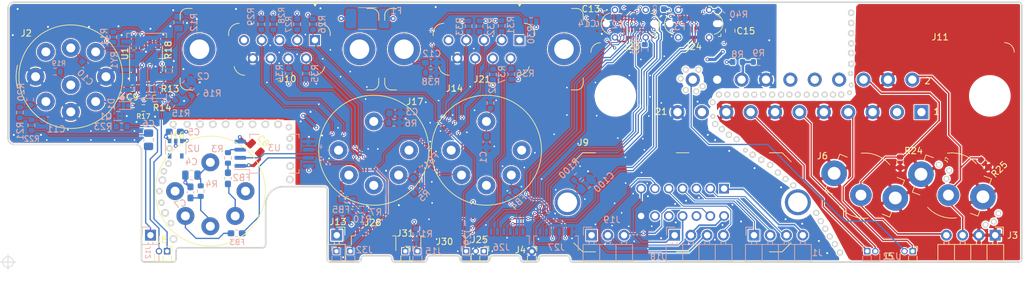
<source format=kicad_pcb>
(kicad_pcb (version 20211014) (generator pcbnew)
  (layers (0 "F.Cu" mixed) (1 "In1.Cu" power "GND") (2 "In2.Cu" power "POWER") (31 "B.Cu" mixed) (34 "B.Paste" user) (35 "F.Paste" user) (36 "B.SilkS" user "B.Silkscreen") (37 "F.SilkS" user "F.Silkscreen") (38 "B.Mask" user) (39 "F.Mask" user) (44 "Edge.Cuts" user))
  (net 0 "")
  (net 1 "GND")
  (net 2 "/~{STROBE}")
  (net 3 "/PD0")
  (net 4 "/PD1")
  (net 5 "/PD2")
  (net 6 "/PD3")
  (net 7 "/PD4")
  (net 8 "/PD5")
  (net 9 "/PD6")
  (net 10 "/CSYNC")
  (net 11 "/AUD_L")
  (net 12 "/AUD_R")
  (net 13 "/PD7")
  (net 14 "/ROUT")
  (net 15 "/PRT_BUSY")
  (net 16 "/GOUT")
  (net 18 "/BOUT")
  (net 19 "+5V")
  (net 20 "GNDA")
  (net 23 "+12V")
  (net 24 "/2.5V")
  (net 27 "/+12V-1K")
  (net 31 "Net-(C100-Pad1)")
  (net 33 "Net-(C1-Pad1)")
  (net 34 "Net-(C2-Pad1)")
  (net 35 "Net-(C3-Pad1)")
  (net 36 "Net-(C4-Pad1)")
  (net 37 "Earth")
  (net 38 "Net-(C6-Pad1)")
  (net 39 "/CAS_OUT")
  (net 40 "Net-(C7-Pad1)")
  (net 41 "+5VD")
  (net 42 "/CAS_I")
  (net 43 "Net-(C9-Pad2)")
  (net 44 "Net-(C10-Pad1)")
  (net 45 "Net-(C11-Pad1)")
  (net 46 "Net-(D1-Pad2)")
  (net 47 "Net-(FB1-Pad1)")
  (net 48 "/CSINKo")
  (net 49 "Net-(FB2-Pad1)")
  (net 50 "Net-(FB2-Pad2)")
  (net 51 "/CSINKi")
  (net 52 "Net-(FB3-Pad2)")
  (net 53 "Net-(FB4-Pad1)")
  (net 54 "Net-(FB4-Pad2)")
  (net 55 "/CSRCo")
  (net 56 "Net-(FB5-Pad2)")
  (net 57 "/CAS_O")
  (net 58 "/RY_5V")
  (net 59 "/N_O")
  (net 60 "Net-(J2-Pad8)")
  (net 61 "/CAS_IN")
  (net 62 "/CAS_MOT")
  (net 65 "/MID_RX")
  (net 70 "/MID_TX")
  (net 71 "Net-(Q1-Pad1)")
  (net 72 "/CSRCi")
  (net 73 "Net-(R12-Pad1)")
  (net 74 "Net-(R14-Pad1)")
  (net 79 "/+5VD_")
  (net 84 "Net-(C12-Pad1)")
  (net 85 "/+5_joy")
  (net 86 "/~{FWD_A}")
  (net 87 "/~{BCK_A}")
  (net 88 "/~{LFT_A}")
  (net 89 "/~{RGT_A}")
  (net 90 "/~{TRG1_A}")
  (net 91 "/~{TRG2_A}")
  (net 92 "/JOY_OUT_A")
  (net 93 "/~{FWD_B}")
  (net 94 "/~{BCK_B}")
  (net 95 "/~{LFT_B}")
  (net 96 "/~{RGT_B}")
  (net 97 "/~{TRG1_B}")
  (net 98 "/~{TRG2_B}")
  (net 99 "/JOY_OUT_B")
  (net 102 "/CC1{slash}HPD")
  (net 103 "/USB1_D-")
  (net 104 "/USB1_D+")
  (net 105 "/SBU1{slash}AUX1+")
  (net 110 "/SBU2{slash}AUX1-")
  (net 111 "/USB2_D-")
  (net 112 "/USB2_D+")
  (net 114 "/RX1-")
  (net 115 "/RX1+")
  (net 116 "Net-(J23-PadSH)")
  (net 117 "Net-(TP1-Pad2)")
  (net 118 "/GND_U")
  (net 120 "Net-(J24-PadSH)")
  (net 122 "/RX2-")
  (net 123 "/RX2+")
  (net 129 "/VBUS1")
  (net 130 "/VBUS2")
  (footprint "Capacitor_SMD:C_0805_2012Metric" (layer "F.Cu") (at 129.005 93.45 135)
    (fp_text reference "C8")
    (fp_text value "C_CL21B103KBANNNC" hide)
  )
  (footprint "LRJ:PinHeader_1x01_P1.27mm_Horizontal_less-silk" (layer "F.Cu") (at 152.4 109.6 -90)
    (fp_text reference "J31")
    (fp_text value "Conn_01x02" hide)
  )
  (footprint "Capacitor_SMD:C_0805_2012Metric" (layer "F.Cu") (at 203.15 75.1 90)
    (fp_text reference "C15")
    (fp_text value "C_GRM21BR61A476ME15K" hide)
  )
  (footprint "LRJ:GCT_BC075-06_PinHeader_1x06_P1.00mm_Horizontal_SMD" (layer "F.Cu") (at 158.3 107.3 90)
    (fp_text reference "J30")
    (fp_text value "BC075-06" hide)
  )
  (footprint "LRJ:PinHeader_1x02_P1.27mm_Horizontal_less-silk" (layer "F.Cu") (at 231.65 109.6 -90)
    (fp_text reference "J5")
    (fp_text value "Conn_01x02" hide)
  )
  (footprint "LRJ:GCT_BC075-06_PinHeader_1x06_P1.00mm_Horizontal_SMD" (layer "F.Cu") (at 147.45 107.3 90)
    (fp_text reference "J28")
    (fp_text value "BC075-06" hide)
  )
  (footprint "Resistor_SMD:R_0603_1608Metric" (layer "F.Cu") (at 115.5 81.4 -90)
    (fp_text reference "R18")
    (fp_text value "10K" hide)
  )
  (footprint "Resistor_SMD:R_0603_1608Metric" (layer "F.Cu") (at 113.2 85.7)
    (fp_text reference "R14")
    (fp_text value "10K" hide)
  )
  (footprint "LRJ:Assmann_A-DF09PP_Z_Female_Vertical_P2.77x2.84mm" (layer "F.Cu") (at 170.255 76.64)
    (fp_text reference "J21")
    (fp_text value "ASSMANN_A-DF_09_PP/Z" hide)
  )
  (footprint "Ultra-MSX:Conn_Micro_Ribbon_14F_Vertical" (layer "F.Cu") (at 195.72 101.95)
    (fp_text reference "J9")
    (fp_text value "NorComp_111-014-213L001" hide)
  )
  (footprint "LRJ:PinHeader_1x04_P2.54mm_Horizontal_less-silk" (layer "F.Cu") (at 244.540843 107.1 -90)
    (fp_text reference "J3")
    (fp_text value "Conn_01x04" hide)
  )
  (footprint "Capacitor_SMD:C_0805_2012Metric" (layer "F.Cu") (at 181.85 74.05 -90)
    (fp_text reference "C13")
    (fp_text value "C_GRM21BR61A476ME15K" hide)
  )
  (footprint "LRJ:USB_C_Receptacle_GCT_USB4115-03-C" (layer "F.Cu") (at 187.555 74)
    (fp_text reference "J23")
    (fp_text value "USB_C_GCT_USB4115-03-C" hide)
  )
  (footprint "LRJ:PinHeader_1x01_P1.27mm_Horizontal_less-silk" (layer "F.Cu") (at 172.175 109.625 -90)
    (fp_text reference "J4")
    (fp_text value "Conn_01x02" hide)
  )
  (footprint "LRJ:SCART-21_Female_Vertical_P1.905x2.54mm_EdgePinOffset10.7mm" (layer "F.Cu") (at 214.455 85.3)
    (fp_text reference "J11")
    (fp_text value "TC_1578891_SCART" hide)
  )
  (footprint "LRJ:PinHeader_1x02_P1.27mm_Horizontal_less-silk" (layer "F.Cu") (at 115.2 109.6 -90)
    (fp_text reference "J8")
    (fp_text value "Conn_01x02" hide)
  )
  (footprint "Resistor_SMD:R_0603_1608Metric" (layer "F.Cu") (at 112.8 84.2 180)
    (fp_text reference "R13")
    (fp_text value "4.7K" hide)
  )
  (footprint "LRJ:Assmann_A-DF09PP_Z_Female_Vertical_P2.77x2.84mm" (layer "F.Cu") (at 138.31 76.64)
    (fp_text reference "J10")
    (fp_text value "ASSMANN_A-DF_09_PP/Z" hide)
  )
  (footprint "NetTie:NetTie-2_SMD_Pad0.5mm" (layer "F.Cu") (at 129.051447 95.853553 45)
    (fp_text reference "TP2" hide)
    (fp_text value "NetTie-2_small_round" hide)
  )
  (footprint "Resistor_SMD:R_0603_1608Metric" (layer "F.Cu") (at 229.7 95.7 -90)
    (fp_text reference "R24")
    (fp_text value "47k" hide)
  )
  (footprint "LRJ:PinHeader_1x02_P1.27mm_Horizontal_less-silk" (layer "F.Cu") (at 164.675 109.6 -90)
    (fp_text reference "J25")
    (fp_text value "Conn_01x02" hide)
  )
  (footprint "LRJ:USB_C_Receptacle_GCT_USB4115-03-C" (layer "F.Cu") (at 197.455 74)
    (fp_text reference "J24")
    (fp_text value "USB_C_GCT_USB4115-03-C" hide)
  )
  (footprint "LRJ:Jack_DIN_CUI_SD-80BV_Vertical" (layer "F.Cu") (at 100.155 82.3)
    (fp_text reference "J2")
    (fp_text value "DIN-8_SD-80BV" hide)
  )
  (footprint "LRJ:CUI_RCJ-022" (layer "F.Cu") (at 237.790843 99.320736 160)
    (fp_text reference "J7")
    (fp_text value "Conn_RCJ-022" hide)
  )
  (footprint "LRJ:Jack_DIN_CUI_SD-50BV_Vertical" (layer "F.Cu") (at 121.95 100.2)
    (fp_text reference "J16")
    (fp_text value "CUI_SD-50BV" hide)
  )
  (footprint "Capacitor_SMD:C_0603_1608Metric" (layer "F.Cu") (at 109.775 84.1)
    (fp_text reference "C9")
    (fp_text value "22nF" hide)
  )
  (footprint "LRJ:Jack_DIN_CUI_SD-50BV_Vertical" (layer "F.Cu") (at 165.079784 93.8)
    (fp_text reference "J14")
    (fp_text value "CUI_SD-50BV" hide)
  )
  (footprint "LRJ:CUI_RCJ-023" (layer "F.Cu") (at 224.165846 99.341512 158)
    (fp_text reference "J6")
    (fp_text value "Conn_RCJ-023" hide)
  )
  (footprint "Resistor_SMD:R_0603_1608Metric" (layer "F.Cu") (at 242.9 95.9 135)
    (fp_text reference "R25")
    (fp_text value "47k" hide)
  )
  (footprint "Package_SO:SOIC-8_3.9x4.9mm_P1.27mm" (layer "F.Cu") (at 111.9 79.5 90)
    (fp_text reference "U1")
    (fp_text value "LM211" hide)
  )
  (footprint "Resistor_SMD:R_0603_1608Metric" (layer "F.Cu") (at 111.5 87.2)
    (fp_text reference "R17")
    (fp_text value "470K" hide)
  )
  (footprint "LRJ:Jack_DIN_CUI_SD-50BV_Vertical" (layer "F.Cu") (at 147.479784 93.8)
    (fp_text reference "J17")
    (fp_text value "CUI_SD-50BV" hide)
  )
  (footprint "LRJ:PinHeader_1x01_P2.54mm_Horizontal_less-silk" (layer "F.Cu") (at 141.7 107.1 -90)
    (fp_text reference "J13")
    (fp_text value "Conn_01x01" hide)
  )
  (footprint "Resistor_SMD:R_0603_1608Metric" (layer "B.Cu") (at 207.6 80)
    (fp_text reference "R9")
    (fp_text value "100" hide)
  )
  (footprint "Resistor_SMD:R_0603_1608Metric" (layer "B.Cu") (at 154.355 99.9 45)
    (fp_text reference "R5")
    (fp_text value "R_CRGP0603F220R" hide)
  )
  (footprint "Capacitor_SMD:C_0603_1608Metric_Pad1.08x0.95mm_HandSolder" (layer "B.Cu") (at 165.1 92.5 -90)
    (fp_text reference "C1")
    (fp_text value "C_CL10B104KB8NNNL" hide)
  )
  (footprint "Resistor_SMD:R_0603_1608Metric" (layer "B.Cu") (at 106.8 76.1 -90)
    (fp_text reference "R11")
    (fp_text value "1K" hide)
  )
  (footprint "LRJ:R_0805_2012Metric_roundcourt" (layer "B.Cu") (at 117 73.8 90)
    (fp_text reference "R12")
    (fp_text value "220K")
  )
  (footprint "Inductor_SMD:L_0603_1608Metric_Pad1.05x0.95mm_HandSolder" (layer "B.Cu") (at 124.7 98.2 90)
    (fp_text reference "FB2")
    (fp_text value "L_ferrite_BLM18KG102SZ1D" hide)
  )
  (footprint "LRJ:PinHeader_1x04_P2.54mm_Horizontal_less-silk" (layer "B.Cu") (at 206.87 107.1 -90)
    (fp_text reference "J1")
    (fp_text value "Conn_01x04" hide)
  )
  (footprint "LRJ:Yageo_Fuse_1812_4532Metric" (layer "B.Cu") (at 146.5 73.2)
    (fp_text reference "F1")
    (fp_text value "PPTC_SMD1812B075TF" hide)
  )
  (footprint "Capacitor_SMD:C_0805_2012Metric" (layer "B.Cu") (at 119 97.7 180)
    (fp_text reference "C4")
    (fp_text value "C_CL21B103KBANNNC" hide)
  )
  (footprint "Resistor_SMD:R_0603_1608Metric" (layer "B.Cu") (at 131.8 74.1 90)
    (fp_text reference "R28")
    (fp_text value "R_RC0603FR-074K7L" hide)
  )
  (footprint "LRJ:PinHeader_1x01_P1.27mm_Horizontal_less-silk" (layer "B.Cu") (at 154.3 109.6 -90)
    (fp_text reference "J15")
    (fp_text value "Conn_01x02" hide)
  )
  (footprint "Resistor_SMD:R_0603_1608Metric" (layer "B.Cu") (at 142.6 104.6 180)
    (fp_text reference "R10")
    (fp_text value "1k" hide)
  )
  (footprint "LRJ:TEXAS_RI-8-1_7.5x5.85mm_P1.27mm" (layer "B.Cu") (at 131.955 94.35)
    (fp_text reference "U3")
    (fp_text value "ADuM226" hide)
  )
  (footprint "Capacitor_SMD:C_0603_1608Metric_Pad1.08x0.95mm_HandSolder" (layer "B.Cu") (at 150.8 88)
    (fp_text reference "C3")
    (fp_text value "C_CL10B104KB8NNNL" hide)
  )
  (footprint "Resistor_SMD:R_0603_1608Metric" (layer "B.Cu") (at 134.2 81.8 -90)
    (fp_text reference "R34")
    (fp_text value "R_RC0603FR-074K7L" hide)
  )
  (footprint "LRJ:PinHeader_1x01_P1.27mm_Horizontal_less-silk" (layer "B.Cu") (at 143.825 109.6 -90)
    (fp_text reference "J32")
    (fp_text value "Conn_01x02" hide)
  )
  (footprint "Resistor_SMD:R_0603_1608Metric" (layer "B.Cu") (at 129.9 74.1 90)
    (fp_text reference "R29")
    (fp_text value "R_RC0603FR-074K7L" hide)
  )
  (footprint "Resistor_SMD:R_0603_1608Metric" (layer "B.Cu") (at 201.8 72.6 135)
    (fp_text reference "R40")
    (fp_text value "R_ERJ-3GEYJ105V" hide)
  )
  (footprint "Capacitor_SMD:C_0603_1608Metric" (layer "B.Cu") (at 102.5 80.5 -45)
    (fp_text reference "C10")
    (fp_text value "0.1uF" hide)
  )
  (footprint "Capacitor_SMD:C_0805_2012Metric_Pad1.18x1.45mm_HandSolder" (layer "B.Cu") (at 118.255 83.65 45)
    (fp_text reference "C2")
    (fp_text value "C_GRM21BR71A106KA73K" hide)
  )
  (footprint "Resistor_SMD:R_0603_1608Metric" (layer "B.Cu") (at 172.05 73.6)
    (fp_text reference "R30")
    (fp_text value "R_RC0603FR-074K7L" hide)
  )
  (footprint "Fuse:Fuse_0603_1608Metric" (layer "B.Cu") (at 195.35 73.25 180)
    (fp_text reference "F3")
    (fp_text value "PPTC_0603L075" hide)
  )
  (footprint "Resistor_SMD:R_0603_1608Metric" (layer "B.Cu") (at 115.9 86.55 45)
    (fp_text reference "R15")
    (fp_text value "2.7K" hide)
  )
  (footprint "Resistor_SMD:R_0603_1608Metric" (layer "B.Cu") (at 145.4 103.1 180)
    (fp_text reference "R7")
    (fp_text value "R_CRGP0603F220R" hide)
  )
  (footprint "Inductor_SMD:L_0603_1608Metric_Pad1.05x0.95mm_HandSolder" (layer "B.Cu") (at 143.3 101.55 180)
    (fp_text reference "FB5")
    (fp_text value "L_ferrite_BLM18KG102SZ1D" hide)
  )
  (footprint "Resistor_SMD:R_0603_1608Metric" (layer "B.Cu") (at 119.65 84.7 45)
    (fp_text reference "R16")
    (fp_text value "2.7K" hide)
  )
  (footprint "Inductor_SMD:L_0603_1608Metric_Pad1.05x0.95mm_HandSolder" (layer "B.Cu") (at 169.1 100.8 -135)
    (fp_text reference "FB4")
    (fp_text value "L_ferrite_BLM18KG102SZ1D" hide)
  )
  (footprint "Capacitor_SMD:C_0603_1608Metric" (layer "B.Cu") (at 96.575 89.1)
    (fp_text reference "C11")
    (fp_text value "22nF" hide)
  )
  (footprint "Capacitor_SMD:C_0603_1608Metric_Pad1.08x0.95mm_HandSolder" (layer "B.Cu") (at 116.4 90.9)
    (fp_text reference "C5")
    (fp_text value "C_CL10B104KB8NNNL" hide)
  )
  (footprint "Inductor_SMD:L_0603_1608Metric_Pad1.05x0.95mm_HandSolder" (layer "B.Cu") (at 154.3 97.55 45)
    (fp_text reference "FB1")
    (fp_text value "L_ferrite_BLM18KG102SZ1D" hide)
  )
  (footprint "Resistor_SMD:R_0603_1608Metric" (layer "B.Cu") (at 97.7 81.5)
    (fp_text reference "R19")
    (fp_text value "R_ERJ-3GEYJ105V" hide)
  )
  (footprint "NetTie:NetTie-2_SMD_Pad0.5mm" (layer "B.Cu") (at 138.955 92.7 -90)
    (fp_text reference "TP1" hide)
    (fp_text value "NetTie-2_small_round" hide)
  )
  (footprint "Resistor_SMD:R_0603_1608Metric" (layer "B.Cu") (at 179.35 97.9 -135)
    (fp_text reference "R100")
    (fp_text value "R_ERJ-3GEYJ105V" hide)
  )
  (footprint "Inductor_SMD:L_0603_1608Metric_Pad1.05x0.95mm_HandSolder" (layer "B.Cu") (at 126.05 106.8 180)
    (fp_text reference "FB3")
    (fp_text value "L_ferrite_BLM18KG102SZ1D" hide)
  )
  (footprint "LRJ:PinHeader_1x02_P1.27mm_Horizontal_less-silk" (layer "B.Cu") (at 224.55 109.6 -90)
    (fp_text reference "J22")
    (fp_text value "Conn_01x02" hide)
  )
  (footprint "LRJ:C_0603_1608Metric_round_court" (layer "B.Cu") (at 204.3 80)
    (fp_text reference "R8")
    (fp_text value "100" hide)
  )
  (footprint "Resistor_SMD:R_0603_1608Metric" (layer "B.Cu") (at 94 89.9 90)
    (fp_text reference "R22")
    (fp_text value "4.7K" hide)
  )
  (footprint "LRJ:PinHeader_1x04_P2.54mm_Horizontal_less-silk" (layer "B.Cu") (at 194.47 107.1 -90)
    (fp_text reference "J18")
    (fp_text value "Conn_01x04" hide)
  )
  (footprint "Resistor_SMD:R_0603_1608Metric" (layer "B.Cu") (at 165.7 86.4 -90)
    (fp_text reference "R2")
    (fp_text value "R_ERJ-3GEYJ105V" hide)
  )
  (footprint "Resistor_SMD:R_0603_1608Metric" (layer "B.Cu") (at 162.3 74.4 90)
    (fp_text reference "R33")
    (fp_text value "R_RC0603FR-074K7L" hide)
  )
  (footprint "LRJ:C_0603_1608Metric_round_court" (layer "B.Cu") (at 192.8 72.5 -90)
    (fp_text reference "C16")
    (fp_text value "C_CL10B104KB8NNNL" hide)
  )
  (footprint "Diode_SMD:D_SOD-523" (layer "B.Cu") (at 108.4 86.8 180)
    (fp_text reference "D1")
    (fp_text value "1N4148WT" hide)
  )
  (footprint "Resistor_SMD:R_0603_1608Metric" (layer "B.Cu") (at 168.95 81.9 -90)
    (fp_text reference "R36")
    (fp_text value "R_RC0603FR-074K7L" hide)
  )
  (footprint "Resistor_SMD:R_0603_1608Metric" (layer "B.Cu") (at 92.2 87.9 90)
    (fp_text reference "R21")
    (fp_text value "4.7K" hide)
  )
  (footprint "Resistor_SMD:R_0603_1608Metric" (layer "B.Cu") (at 164 74.4 90)
    (fp_text reference "R32")
    (fp_text value "R_RC0603FR-074K7L" hide)
  )
  (footprint "LRJ:PinHeader_1x01_P2.54mm_Horizontal_less-silk" (layer "B.Cu") (at 112.6 107.1 -90)
    (fp_text reference "J12")
    (fp_text value "Conn_01x01" hide)
  )
  (footprint "Resistor_SMD:R_0603_1608Metric" (layer "B.Cu") (at 167.45 74.35 90)
    (fp_text reference "R31")
    (fp_text value "R_RC0603FR-074K7L" hide)
  )
  (footprint "LRJ:PinHeader_1x01_P1.27mm_Horizontal_less-silk" (layer "B.Cu") (at 161.9 109.6 -90)
    (fp_text reference "J29")
    (fp_text value "Conn_01x02" hide)
  )
  (footprint "LRJ:PinHeader_1x03_P2.54mm_Horizontal_less-silk" (layer "B.Cu") (at 181.5 107.1 -90)
    (fp_text reference "J19")
    (fp_text value "Conn_01x03" hide)
  )
  (footprint "Resistor_SMD:R_0603_1608Metric" (layer "B.Cu") (at 138 74.1 90)
    (fp_text reference "R26")
    (fp_text value "R_RC0603FR-074K7L" hide)
  )
  (footprint "Capacitor_SMD:C_0603_1608Metric_Pad1.08x0.95mm_HandSolder" (layer "B.Cu") (at 118.85 100.4 90)
    (fp_text reference "C7")
    (fp_text value "C_CL10B104KB8NNNL" hide)
  )
  (footprint "Resistor_SMD:R_0603_1608Metric" (layer "B.Cu") (at 120.45 100.2 90)
    (fp_text reference "R4")
    (fp_text value "R_ERJ-3GEYJ105V" hide)
  )
  (footprint "Resistor_SMD:R_0603_1608Metric" (layer "B.Cu") (at 154.1 106.9 90)
    (fp_text reference "R1")
    (fp_text value "R_CRGP0603F220R" hide)
  )
  (footprint "Resistor_SMD:R_0603_1608Metric" (layer "B.Cu") (at 108.1 90.1 180)
    (fp_text reference "R23")
    (fp_text value "1K" hide)
  )
  (footprint "Fuse:Fuse_0603_1608Metric" (layer "B.Cu") (at 185 72.965 180)
    (fp_text reference "F2")
    (fp_text value "PPTC_0603L075" hide)
  )
  (footprint "Resistor_SMD:R_0603_1608Metric" (layer "B.Cu") (at 136.9 81.8 -90)
    (fp_text reference "R35")
    (fp_text value "R_RC0603FR-074K7L" hide)
  )
  (footprint "Capacitor_SMD:C_0805_2012Metric_Pad1.18x1.45mm_HandSolder" (layer "B.Cu") (at 112.3 92.1625 -90)
    (fp_text reference "C6")
    (fp_text value "C_CL21B105KBFNNNF" hide)
  )
  (footprint "LRJ:Relay_DPDT_AXICOM_IMSeries_GullWing" (layer "B.Cu") (at 112 80.6 -90)
    (fp_text reference "RY1")
    (fp_text value "TE_IM43GR" hide)
  )
  (footprint "LRJ:DIODES_SOT-753_SC-74A" (layer "B.Cu") (at 116.55 93.5 -90)
    (fp_text reference "U2")
    (fp_text value "AP7370" hide)
  )
  (footprint "Capacitor_SMD:C_0805_2012Metric_Pad1.18x1.45mm_HandSolder" (layer "B.Cu") (at 180.65 99.1 45)
    (fp_text reference "C100")
    (fp_text value "C_CL21B105KBFNNNF" hide)
  )
  (footprint "Resistor_SMD:R_0603_1608Metric" (layer "B.Cu") (at 189.8 78.1 90)
    (fp_text reference "R39")
    (fp_text value "R_ERJ-3GEYJ105V" hide)
  )
  (footprint "Resistor_SMD:R_0603_1608Metric" (layer "B.Cu") (at 166.1 81.95 -90)
    (fp_text reference "R37")
    (fp_text value "R_RC0603FR-074K7L" hide)
  )
  (footprint "LRJ:C_0603_1608Metric_round_court" (layer "B.Cu") (at 182.85 73.95 -90)
    (fp_text reference "C14")
    (fp_text value "C_CL10B104KB8NNNL" hide)
  )
  (footprint "Resistor_SMD:R_0603_1608Metric" (layer "B.Cu") (at 124.705 95 -90)
    (fp_text reference "R3")
    (fp_text value "R_CRGP0603F220R" hide)
  )
  (footprint "LRJ:GCT_BC075-06_PinHeader_1x06_P1.00mm_Horizontal_SMD" (layer "B.Cu") (at 168.3 107.3 90)
    (fp_text reference "J26")
    (fp_text value "BC075-06" hide)
  )
  (footprint "Capacitor_SMD:C_0603_1608Metric_Pad1.08x0.95mm_HandSolder" (layer "B.Cu") (at 156.4 80.1)
    (fp_text reference "C12")
    (fp_text value "C_CL10B104KB8NNNL" hide)
  )
  (footprint "LRJ:GCT_BC075-06_PinHeader_1x06_P1.00mm_Horizontal_SMD" (layer "B.Cu") (at 175.95 107.3 90)
    (fp_text reference "J27")
    (fp_text value "BC075-06" hide)
  )
  (footprint "Resistor_SMD:R_0603_1608Metric" (layer "B.Cu") (at 150.65 89.5 180)
    (fp_text reference "R6")
    (fp_text value "R_ERJ-3GEYJ105V" hide)
  )
  (footprint "Resistor_SMD:R_0603_1608Metric" (layer "B.Cu") (at 156.4 81.7 180)
    (fp_text reference "R38")
    (fp_text value "R_ERJ-3GEYJ105V" hide)
  )
  (footprint "Resistor_SMD:R_0603_1608Metric" (layer "B.Cu") (at 93.8 85.9 90)
    (fp_text reference "R20")
    (fp_text value "100R" hide)
  )
  (footprint "LRJ:PinHeader_1x01_P1.27mm_Horizontal_less-silk" (layer "B.Cu") (at 141.65 109.6 -90)
    (fp_text reference "J20" hide)
    (fp_text value "Conn_01x02" hide)
  )
  (footprint "Package_TO_SOT_SMD:SOT-723" (layer "B.Cu") (at 107.55 88.45)
    (fp_text reference "Q1")
    (fp_text value "MMBT2907AM3T5G" hide)
  )
  (footprint "Resistor_SMD:R_0603_1608Metric" (layer "B.Cu") (at 135.5 74.1 90)
    (fp_text reference "R27")
    (fp_text value "R_RC0603FR-074K7L" hide)
  )
  (gr_circle (center 219.2 85.1) (end 219.6 85.1) (layer "Edge.Cuts") (width 0.2) (fill none))
  (gr_arc (start 130.6 108.5625) (mid 130.453553 108.916053) (end 130.1 109.0625) (layer "Edge.Cuts") (width 0.25))
  (gr_line (start 133.4 99.5) (end 139.7 99.5) (layer "Edge.Cuts") (width 0.25))
  (gr_circle (center 124.3375 89.7375) (end 124.3375 90.2375) (layer "Edge.Cuts") (width 0.25) (fill none))
  (gr_circle (center 118.3375 89.7375) (end 118.7875 89.7375) (layer "Edge.Cuts") (width 0.25) (fill none))
  (gr_circle (center 134.355 93.3) (end 134.755 93.3) (layer "Edge.Cuts") (width 0.25) (fill none))
  (gr_circle (center 221.8 84.8) (end 222.1 84.8) (layer "Edge.Cuts") (width 0.2) (fill none))
  (gr_circle (center 222.055 75.5) (end 222.455 75.5) (layer "Edge.Cuts") (width 0.25) (fill none))
  (gr_circle (center 196.2 84.4) (end 196.6 84.4) (layer "Edge.Cuts") (width 0.2) (fill none))
  (gr_circle (center 243.040843 105.470736) (end 243.440843 105.470736) (layer "Edge.Cuts") (width 0.2) (fill none))
  (gr_circle (center 116.1375 89.7375) (end 116.5875 89.7375) (layer "Edge.Cuts") (width 0.25) (fill none))
  (gr_circle (center 198.2 81.2) (end 198.6 81.2) (layer "Edge.Cuts") (width 0.2) (fill none))
  (gr_circle (center 213 99.3) (end 213.4 99.3) (layer "Edge.Cuts") (width 0.2) (fill none))
  (gr_circle (center 245.040843 103.670736) (end 245.440843 103.670736) (layer "Edge.Cuts") (width 0.2) (fill none))
  (gr_line (start 111.7 111.3) (end 116.1 111.3) (layer "Edge.Cuts") (width 0.25))
  (gr_circle (center 202.7 85.1) (end 203.1 85.1) (layer "Edge.Cuts") (width 0.2) (fill none))
  (gr_line (start 91.355 70.65) (end 248.2 70.65) (layer "Edge.Cuts") (width 0.25))
  (gr_line (start 178.6 111.3) (end 248.2 111.3) (layer "Edge.Cuts") (width 0.25))
  (gr_circle (center 132.5375 89.7375) (end 132.5375 90.2375) (layer "Edge.Cuts") (width 0.25) (fill none))
  (gr_line (start 170.9 111.3) (end 172.8 111.3) (layer "Edge.Cuts") (width 0.25))
  (gr_arc (start 178.6 111.3) (mid 178.246447 111.153553) (end 178.1 110.8) (layer "Edge.Cuts") (width 0.25))
  (gr_arc (start 90.355 71.65) (mid 90.647893 70.942893) (end 91.355 70.65) (layer "Edge.Cuts") (width 0.25))
  (gr_circle (center 200.4 86.3) (end 200.8 86.3) (layer "Edge.Cuts") (width 0.2) (fill none))
  (gr_circle (center 114 100.2) (end 114.4 100.2) (layer "Edge.Cuts") (width 0.25) (fill none))
  (gr_arc (start 173.3 110.8) (mid 173.446447 110.446447) (end 173.8 110.3) (layer "Edge.Cuts") (width 0.25))
  (gr_circle (center 219.5 108.5) (end 219.9 108.5) (layer "Edge.Cuts") (width 0.2) (fill none))
  (gr_circle (center 134.425 96.275) (end 134.925 96.275) (layer "Edge.Cuts") (width 0.25) (fill none))
  (gr_circle (center 134.375 98.375) (end 134.875 98.375) (layer "Edge.Cuts") (width 0.25) (fill none))
  (gr_circle (center 195.4 82.6) (end 195.8 82.6) (layer "Edge.Cuts") (width 0.2) (fill none))
  (gr_circle (center 114.7 97.1) (end 115.1 97.1) (layer "Edge.Cuts") (width 0.25) (fill none))
  (gr_circle (center 197.85 84.6) (end 198.25 84.6) (layer "Edge.Cuts") (width 0.2) (fill none))
  (gr_arc (start 173.3 110.8) (mid 173.153553 111.153553) (end 172.8 111.3) (layer "Edge.Cuts") (width 0.25))
  (gr_arc (start 170.9 111.3) (mid 170.546447 111.153553) (end 170.4 110.8) (layer "Edge.Cuts") (width 0.25))
  (gr_arc (start 161.45 111.3) (mid 161.096447 111.153553) (end 160.95 110.8) (layer "Edge.Cuts") (width 0.25))
  (gr_arc (start 150.8 111.3) (mid 150.446447 111.153553) (end 150.3 110.8) (layer "Edge.Cuts") (width 0.25))
  (gr_circle (center 198.85 83.8) (end 199.25 83.8) (layer "Edge.Cuts") (width 0.2) (fill none))
  (gr_circle (center 205.555 93.8) (end 205.855 93.8) (layer "Edge.Cuts") (width 0.2) (fill none))
  (gr_circle (center 134.23 90.2) (end 134.63 90.2) (layer "Edge.Cuts") (width 0.25) (fill none))
  (gr_arc (start 160.45 110.3) (mid 160.803553 110.446447) (end 160.95 110.8) (layer "Edge.Cuts") (width 0.25))
  (gr_circle (center 204.1 85.1) (end 204.5 85.1) (layer "Edge.Cuts") (width 0.2) (fill none))
  (gr_circle (center 235.740843 96.070736) (end 236.140843 96.070736) (layer "Edge.Cuts") (width 0.2) (fill none))
  (gr_arc (start 177.6 110.3) (mid 177.953553 110.446447) (end 178.1 110.8) (layer "Edge.Cuts") (width 0.25))
  (gr_circle (center 208 95.3) (end 208.4 95.3) (layer "Edge.Cuts") (width 0.25) (fill none))
  (gr_arc (start 116.6 109.5625) (mid 116.746447 109.208947) (end 117.1 109.0625) (layer "Edge.Cuts") (width 0.25))
  (gr_circle (center 200.8 89.7) (end 201.2 89.7) (layer "Edge.Cuts") (width 0.2) (fill none))
  (gr_circle (center 130.5375 89.7375) (end 130.5375 90.2375) (layer "Edge.Cuts") (width 0.25) (fill none))
  (gr_arc (start 155.8 110.8) (mid 155.946447 110.446447) (end 156.3 110.3) (layer "Edge.Cuts") (width 0.25))
  (gr_line (start 150.8 111.3) (end 155.3 111.3) (layer "Edge.Cuts") (width 0.25))
  (gr_line (start 130.6 102.3) (end 130.6 108.5625) (layer "Edge.Cuts") (width 0.25))
  (gr_line (start 173.8 110.3) (end 177.6 110.3) (layer "Edge.Cuts") (width 0.25))
  (gr_line (start 161.45 111.3) (end 165.1 111.3) (layer "Edge.Cuts") (width 0.25))
  (gr_line (start 111.2 110.8) (end 111.2 93.9) (layer "Edge.Cuts") (width 0.25))
  (gr_line (start 91.355 92.9) (end 110.2 92.9) (layer "Edge.Cuts") (width 0.25))
  (gr_circle (center 210.6 97.3) (end 211 97.3) (layer "Edge.Cuts") (width 0.2) (fill none))
  (gr_arc (start 155.8 110.8) (mid 155.653553 111.153553) (end 155.3 111.3) (layer "Edge.Cuts") (width 0.25))
  (gr_line (start 90.355 71.65) (end 90.355 91.9) (layer "Edge.Cuts") (width 0.25))
  (gr_arc (start 165.6 110.8) (mid 165.746447 110.446447) (end 166.1 110.3) (layer "Edge.Cuts") (width 0.25))
  (gr_arc (start 116.6 110.8) (mid 116.453553 111.153553) (end 116.1 111.3) (layer "Edge.Cuts") (width 0.25))
  (gr_circle (center 114.455 98.5) (end 114.455 99) (layer "Edge.Cuts") (width 0.25) (fill none))
  (gr_circle (center 212.4 85.1) (end 212.8 85.1) (layer "Edge.Cuts") (width 0.2) (fill none))
  (gr_circle (center 206.9 85.1) (end 207.3 85.1) (layer "Edge.Cuts") (width 0.2) (fill none))
  (gr_circle (center 115.4 95.9) (end 115.8 95.9) (layer "Edge.Cuts") (width 0.25) (fill none))
  (gr_circle (center 222.055 73.9) (end 222.455 73.9) (layer "Edge.Cuts") (width 0.25) (fill none))
  (gr_circle (center 202.955 91.4) (end 203.355 91.4) (layer "Edge.Cuts") (width 0.2) (fill none))
  (gr_circle (center 244.340843 104.970736) (end 244.740843 104.970736) (layer "Edge.Cuts") (width 0.2) (fill none))
  (gr_circle (center 205.6 85.1) (end 206 85.1) (layer "Edge.Cuts") (width 0.2) (fill none))
  (gr_circle (center 200.455 88.5) (end 200.755 88.5) (layer "Edge.Cuts") (width 0.2) (fill none))
  (gr_line (start 117.1 109.0625) (end 130.1 109.0625) (layer "Edge.Cuts") (width 0.25))
  (gr_arc (start 140.7 111.3) (mid 140.346447 111.153553) (end 140.2 110.8) (layer "Edge.Cuts") (width 0.25))
  (gr_circle (center 216.6 103.6) (end 217 103.6) (layer "Edge.Cuts") (width 0.2) (fill none))
  (gr_circle (center 209.4 96.1) (end 209.8 96.1) (layer "Edge.Cuts") (width 0.2) (fill none))
  (gr_circle (center 120.3375 89.7375) (end 120.3375 90.2375) (layer "Edge.Cuts") (width 0.25) (fill none))
  (gr_circle (center 218.7 107.3) (end 219.1 107.3) (layer "Edge.Cuts") (width 0.2) (fill none))
  (gr_circle (center 215.1 85.1) (end 215.5 85.1) (layer "Edge.Cuts") (width 0.2) (fill none))
  (gr_circle (center 196.2 81.2) (end 196.6 81.2) (layer "Edge.Cuts") (width 0.2) (fill none))
  (gr_circle (center 218 106.1) (end 218.4 106.1) (layer "Edge.Cuts") (width 0.2) (fill none))
  (gr_circle (center 216.5 85.1) (end 216.9 85.1) (layer "Edge.Cuts") (width 0.2) (fill none))
  (gr_circle (center 114.3 102) (end 114.7 102) (layer "Edge.Cuts") (width 0.25) (fill none))
  (gr_circle (center 204.155 92.1) (end 204.555 92.1) (layer "Edge.Cuts") (width 0.2) (fill none))
  (gr_circle (center 201.4 85.1) (end 201.8 85.1) (layer "Edge.Cuts") (width 0.2) (fill none))
  (gr_line (start 146 110.3) (end 149.8 110.3) (layer "Edge.Cuts") (width 0.25))
  (gr_circle (center 222.055 78.6) (end 222.455 78.6) (layer "Edge.Cuts") (width 0.25) (fill none))
  (gr_arc (start 145.5 110.8) (mid 145.353553 111.153553) (end 145 111.3) (layer "Edge.Cuts") (width 0.25))
  (gr_line (start 156.3 110.3) (end 160.45 110.3) (layer "Edge.Cuts") (width 0.25))
  (gr_circle (center 221.955 81.8) (end 222.255 81.8) (layer "Edge.Cuts") (width 0.25) (fill none))
  (gr_line (start 166.1 110.3) (end 169.9 110.3) (layer "Edge.Cuts") (width 0.25))
  (gr_line (start 116.6 109.5625) (end 116.6 110.8) (layer "Edge.Cuts") (width 0.25))
  (gr_circle (center 236.940843 98.270736) (end 237.340843 98.270736) (layer "Edge.Cuts") (width 0.2) (fill none))
  (gr_circle (center 237.340843 96.970736) (end 237.740843 96.970736) (layer "Edge.Cuts") (width 0.2) (fill none))
  (gr_arc (start 248.2 70.65) (mid 248.553553 70.796447) (end 248.7 71.15) (layer "Edge.Cuts") (width 0.25))
  (gr_circle (center 211.1 85.1) (end 211.5 85.1) (layer "Edge.Cuts") (width 0.2) (fill none))
  (gr_arc (start 139.7 99.5) (mid 140.053553 99.646447) (end 140.2 100) (layer "Edge.Cuts") (width 0.25))
  (gr_arc (start 165.6 110.8) (mid 165.453553 111.153553) (end 165.1 111.3) (layer "Edge.Cuts") (width 0.25))
  (gr_circle (center 222.055 77.1) (end 222.455 77.1) (layer "Edge.Cuts") (width 0.25) (fill none))
  (gr_circle (center 115.555 93.5) (end 115.955 93.5) (layer "Edge.Cuts") (width 0.25) (fill none))
  (gr_circle (center 128.5375 89.7375) (end 128.5375 90.2375) (layer "Edge.Cuts") (width 0.25) (fill none))
  (gr_circle (center 206.655 94.5) (end 207.055 94.5) (layer "Edge.Cuts") (width 0.25) (fill none))
  (gr_arc (start 111.7 111.3) (mid 111.346447 111.153553) (end 111.2 110.8) (layer "Edge.Cuts") (width 0.25))
  (gr_circle (center 201.855 90.5) (end 202.255 90.5) (layer "Edge.Cuts") (width 0.2) (fill none))
  (gr_arc (start 91.355 92.9) (mid 90.647893 92.607107) (end 90.355 91.9) (layer "Edge.Cuts") (width 0.25))
  (gr_arc (start 130.6 102.3) (mid 131.420101 100.320101) (end 133.4 99.5) (layer "Edge.Cuts") (width 0.25))
  (gr_circle (center 134.35 91.975) (end 134.75 91.975) (layer "Edge.Cuts") (width 0.25) (fill none))
  (gr_arc (start 110.2 92.9) (mid 110.907107 93.192893) (end 111.2 93.9) (layer "Edge.Cuts") (width 0.25))
  (gr_arc (start 169.9 110.3) (mid 170.253553 110.446447) (end 170.4 110.8) (layer "Edge.Cuts") (width 0.25))
  (gr_circle (center 220.5 85.1) (end 220.9 85.1) (layer "Edge.Cuts") (width 0.2) (fill none))
  (gr_arc (start 149.8 110.3) (mid 150.153553 110.446447) (end 150.3 110.8) (layer "Edge.Cuts") (width 0.25))
  (gr_circle (center 116.2 107.7) (end 116.2 108.2) (layer "Edge.Cuts") (width 0.25) (fill none))
  (gr_arc (start 145.5 110.8) (mid 145.646447 110.446447) (end 146 110.3) (layer "Edge.Cuts") (width 0.25))
  (gr_arc (start 248.7 110.8) (mid 248.553553 111.153553) (end 248.2 111.3) (layer "Edge.Cuts") (width 0.25))
  (gr_circle (center 220.3 109.8) (end 220.7 109.8) (layer "Edge.Cuts") (width 0.2) (fill none))
  (gr_circle (center 213.7 85.1) (end 214.1 85.1) (layer "Edge.Cuts") (width 0.2) (fill none))
  (gr_circle (center 222.055 72.3) (end 222.455 72.3) (layer "Edge.Cuts") (width 0.25) (fill none))
  (gr_line (start 248.7 71.15) (end 248.7 110.8) (layer "Edge.Cuts") (width 0.25))
  (gr_circle (center 115.8 105.2) (end 116.2 105.2) (layer "Edge.Cuts") (width 0.25) (fill none))
  (gr_circle (center 114.9 103.6) (end 114.9 104.1) (layer "Edge.Cuts") (width 0.25) (fill none))
  (gr_line (start 140.2 100) (end 140.2 110.8) (layer "Edge.Cuts") (width 0.25))
  (gr_circle (center 222.055 80.3) (end 222.455 80.3) (layer "Edge.Cuts") (width 0.25) (fill none))
  (gr_circle (center 211.8 98.3) (end 212.2 98.3) (layer "Edge.Cuts") (width 0.2) (fill none))
  (gr_circle (center 209.7 85.1) (end 210.1 85.1) (layer "Edge.Cuts") (width 0.2) (fill none))
  (gr_circle (center 122.3375 89.7375) (end 122.3375 90.2375) (layer "Edge.Cuts") (width 0.25) (fill none))
  (gr_line (start 140.7 111.3) (end 145 111.3) (layer "Edge.Cuts") (width 0.25))
  (gr_circle (center 208.3 85.1) (end 208.7 85.1) (layer "Edge.Cuts") (width 0.2) (fill none))
  (gr_circle (center 222.055 83.6) (end 222.355 83.6) (layer "Edge.Cuts") (width 0.2) (fill none))
  (gr_circle (center 217.3 104.9) (end 217.7 104.9) (layer "Edge.Cuts") (width 0.2) (fill none))
  (gr_circle (center 126.5375 89.7375) (end 126.5375 90.2375) (layer "Edge.Cuts") (width 0.25) (fill none))
  (gr_circle (center 217.9 85.1) (end 218.3 85.1) (layer "Edge.Cuts") (width 0.2) (fill none))
  (target plus (at 90.35 111.3) (size 2.5) (width 0.1) (layer "Edge.Cuts"))
  (segment (start 203.2 73.4) (end 203.15 73.45) (width 0.4) (layer "F.Cu") (net 1))
  (segment (start 109.995 81.975) (end 109.825 81.975) (width 0.4) (layer "F.Cu") (net 1))
  (segment (start 113.805 81.105) (end 113.805 81.975) (width 0.4) (layer "F.Cu") (net 1))
  (segment (start 203.15 73.45) (end 203.15 74.15) (width 0.4) (layer "F.Cu") (net 1))
  (segment (start 183.1 75.6) (end 182.5 75) (width 0.4) (layer "F.Cu") (net 1))
  (segment (start 113.4 80.7) (end 113.805 81.105) (width 0.4) (layer "F.Cu") (net 1))
  (segment (start 182.5 75) (end 181.85 75) (width 0.4) (layer "F.Cu") (net 1))
  (segment (start 109.825 81.975) (end 109.2 82.6) (width 0.4) (layer "F.Cu") (net 1))
  (via (at 141.9 90.3) (size 0.5) (drill 0.25) (layers "F.Cu" "B.Cu") (net 1))
  (via (at 192.35 107.55) (size 0.6) (drill 0.3) (layers "F.Cu" "B.Cu") (net 1))
  (via (at 138.5 83.4) (size 0.5) (drill 0.25) (layers "F.Cu" "B.Cu") (net 1))
  (via (at 156.1 104.6) (size 0.5) (drill 0.25) (layers "F.Cu" "B.Cu") (net 1))
  (via (at 190.9 105.7) (size 0.5) (drill 0.25) (layers "F.Cu" "B.Cu") (net 1))
  (via (at 166.05 75.95) (size 0.5) (drill 0.25) (layers "F.Cu" "B.Cu") (net 1))
  (via (at 157.3 107.7) (size 0.5) (drill 0.25) (layers "F.Cu" "B.Cu") (net 1))
  (via (at 160.1 84.475) (size 0.5) (drill 0.25) (layers "F.Cu" "B.Cu") (net 1))
  (via (at 96.4 92.2) (size 0.5) (drill 0.25) (layers "F.Cu" "B.Cu") (net 1))
  (via (at 185.6 91.9) (size 0.5) (drill 0.25) (layers "F.Cu" "B.Cu") (net 1))
  (via (at 138.9 86.6) (size 0.5) (drill 0.25) (layers "F.Cu" "B.Cu") (net 1))
  (via (at 186.8 94.9) (size 0.5) (drill 0.25) (layers "F.Cu" "B.Cu") (net 1))
  (via (at 182.1 105.4) (size 0.5) (drill 0.25) (layers "F.Cu" "B.Cu") (net 1))
  (via (at 173.2 107.7) (size 0.5) (drill 0.25) (layers "F.Cu" "B.Cu") (net 1))
  (via (at 189.5 92) (size 0.5) (drill 0.25) (layers "F.Cu" "B.Cu") (net 1))
  (via (at 194.555 102.2) (size 0.6) (drill 0.3) (layers "F.Cu" "B.Cu") (net 1))
  (via (at 179.7 96.3) (size 0.5) (drill 0.25) (layers "F.Cu" "B.Cu") (net 1))
  (via (at 192.85 79.1) (size 0.5) (drill 0.25) (layers "F.Cu" "B.Cu") (net 1))
  (via (at 162.025 91) (size 0.5) (drill 0.25) (layers "F.Cu" "B.Cu") (net 1))
  (via (at 186.2 103.6) (size 0.5) (drill 0.25) (layers "F.Cu" "B.Cu") (net 1))
  (via (at 135.5 78.8) (size 0.5) (drill 0.25) (layers "F.Cu" "B.Cu") (net 1))
  (via (at 109.2 82.6) (size 0.6) (drill 0.3) (layers "F.Cu" "B.Cu") (net 1))
  (via (at 157.2 94) (size 0.5) (drill 0.25) (layers "F.Cu" "B.Cu") (net 1))
  (via (at 156.55 98.75) (size 0.5) (drill 0.25) (layers "F.Cu" "B.Cu") (net 1))
  (via (at 139.4 91.5) (size 0.6) (drill 0.3) (layers "F.Cu" "B.Cu") (net 1))
  (via (at 91.255 91.4) (size 0.6) (drill 0.3) (layers "F.Cu" "B.Cu") (net 1))
  (via (at 178.45 107.6) (size 0.5) (drill 0.25) (layers "F.Cu" "B.Cu") (net 1))
  (via (at 177.65 84) (size 0.5) (drill 0.25) (layers "F.Cu" "B.Cu") (net 1))
  (via (at 108.9 88.45) (size 0.6) (drill 0.3) (layers "F.Cu" "B.Cu") (net 1))
  (via (at 157.6 86.025) (size 0.5) (drill 0.25) (layers "F.Cu" "B.Cu") (net 1))
  (via (at 137.6 87.8) (size 0.6) (drill 0.3) (layers "F.Cu" "B.Cu") (net 1))
  (via (at 194 76) (size 0.5) (drill 0.25) (layers "F.Cu" "B.Cu") (net 1))
  (via (at 163.1 77.9) (size 0.5) (drill 0.25) (layers "F.Cu" "B.Cu") (net 1))
  (via (at 156.6 102.05) (size 0.5) (drill 0.25) (layers "F.Cu" "B.Cu") (net 1))
  (via (at 113.325 88.55) (size 0.6) (drill 0.3) (layers "F.Cu" "B.Cu") (net 1))
  (via (at 206.955 96.6) (size 0.6) (drill 0.3) (layers "F.Cu" "B.Cu") (net 1))
  (via (at 110.1 92.2) (size 0.5) (drill 0.25) (layers "F.Cu" "B.Cu") (net 1))
  (via (at 156.3 92.45) (size 0.5) (drill 0.25) (layers "F.Cu" "B.Cu") (net 1))
  (via (at 183.1 75.6) (size 0.6) (drill 0.3) (layers "F.Cu" "B.Cu") (net 1))
  (via (at 111.9 78.4) (size 0.6) (drill 0.3) (layers "F.Cu" "B.Cu") (net 1))
  (via (at 211.8 104.6) (size 0.6) (drill 0.3) (layers "F.Cu" "B.Cu") (net 1))
  (via (at 139.155 71.6) (size 0.6) (drill 0.3) (layers "F.Cu" "B.Cu") (net 1))
  (via (at 157.155 71.4) (size 0.6) (drill 0.3) (layers "F.Cu" "B.Cu") (net 1))
  (via (at 186.825 98.95) (size 0.5) (drill 0.25) (layers "F.Cu" "B.Cu") (net 1))
  (via (at 165 105.5) (size 0.5) (drill 0.25) (layers "F.Cu" "B.Cu") (net 1))
  (via (at 136.8 75.7) (size 0.5) (drill 0.25) (layers "F.Cu" "B.Cu") (net 1))
  (via (at 175.65 91.3) (size 0.5) (drill 0.25) (layers "F.Cu" "B.Cu") (net 1))
  (via (at 198.25 101.2) (size 0.6) (drill 0.3) (layers "F.Cu" "B.Cu") (net 1))
  (via (at 113.4 80.7) (size 0.6) (drill 0.3) (layers "F.Cu" "B.Cu") (net 1))
  (via (at 148.1 93.6) (size 0.5) (drill 0.25) (layers "F.Cu" "B.Cu") (net 1))
  (via (at 211.1 99.6) (size 0.6) (drill 0.3) (layers "F.Cu" "B.Cu") (net 1))
  (via (at 200.805 92.2) (size 0.6) (drill 0.3) (layers "F.Cu" "B.Cu") (net 1))
  (via (at 143.8 81.5) (size 0.5) (drill 0.25) (layers "F.Cu" "B.Cu") (net 1))
  (via (at 182.3 88.4) (size 0.5) (drill 0.25) (layers "F.Cu" "B.Cu") (net 1))
  (via (at 192.4 86.4) (size 0.5) (drill 0.25) (layers "F.Cu" "B.Cu") (net 1))
  (via (at 183.6 108.5) (size 0.5) (drill 0.25) (layers "F.Cu" "B.Cu") (net 1))
  (via (at 151.4 102.4) (size 0.6) (drill 0.3) (layers "F.Cu" "B.Cu") (net 1))
  (via (at 128.4 74) (size 0.5) (drill 0.25) (layers "F.Cu" "B.Cu") (net 1))
  (via (at 149.4 97) (size 0.6) (drill 0.3) (layers "F.Cu" "B.Cu") (net 1))
  (via (at 110.1 90.8) (size 0.5) (drill 0.25) (layers "F.Cu" "B.Cu") (net 1))
  (via (at 146.6 93.6) (size 0.5) (drill 0.25) (layers "F.Cu" "B.Cu") (net 1))
  (via (at 187.4 82.1) (size 0.5) (drill 0.25) (layers "F.Cu" "B.Cu") (net 1))
  (via (at 163.225 87.55) (size 0.5) (drill 0.25) (layers "F.Cu" "B.Cu") (net 1))
  (via (at 162.55 83.85) (size 0.5) (drill 0.25) (layers "F.Cu" "B.Cu") (net 1))
  (via (at 190.2 99) (size 0.5) (drill 0.25) (layers "F.Cu" "B.Cu") (net 1))
  (via (at 173.7 98.3) (size 0.5) (drill 0.25) (layers "F.Cu" "B.Cu") (net 1))
  (via (at 203.005 93.9) (size 0.6) (drill 0.3) (layers "F.Cu" "B.Cu") (net 1))
  (via (at 170.55 99.5) (size 0.5) (drill 0.25) (layers "F.Cu" "B.Cu") (net 1))
  (via (at 146.2 85.8) (size 0.5) (drill 0.25) (layers "F.Cu" "B.Cu") (net 1))
  (via (at 146.4 83.9) (size 0.5) (drill 0.25) (layers "F.Cu" "B.Cu") (net 1))
  (via (at 106.1 90.8) (size 0.5) (drill 0.25) (layers "F.Cu" "B.Cu") (net 1))
  (via (at 157.9 90.8) (size 0.5) (drill 0.25) (layers "F.Cu" "B.Cu") (net 1))
  (via (at 190.3 101) (size 0.6) (drill 0.3) (layers "F.Cu" "B.Cu") (net 1))
  (via (at 190.3 109.2) (size 0.5) (drill 0.25) (layers "F.Cu" "B.Cu") (net 1))
  (via (at 185.1 102.1) (size 0.5) (drill 0.25) (layers "F.Cu" "B.Cu") (net 1))
  (via (at 209.255 76.6) (size 0.6) (drill 0.3) (layers "F.Cu" "B.Cu") (net 1))
  (via (at 167.6 96.3) (size 0.5) (drill 0.25) (layers "F.Cu" "B.Cu") (net 1))
  (via (at 142.7 110.55) (size 0.6) (drill 0.3) (layers "F.Cu" "B.Cu") (net 1))
  (via (at 190.45 88.45) (size 0.5) (drill 0.25) (layers "F.Cu" "B.Cu") (net 1))
  (via (at 137.355 91.7) (size 0.6) (drill 0.3) (layers "F.Cu" "B.Cu") (net 1))
  (via (at 187.3 105.7) (size 0.5) (drill 0.25) (layers "F.Cu" "B.Cu") (net 1))
  (via (at 107 92.2) (size 0.5) (drill 0.25) (layers "F.Cu" "B.Cu") (net 1))
  (via (at 119.855 73.3) (size 0.6) (drill 0.3) (layers "F.Cu" "B.Cu") (net 1))
  (via (at 131.3 77.4) (size 0.5) (drill 0.25) (layers "F.Cu" "B.Cu") (net 1))
  (via (at 188 100.6) (size 0.5) (drill 0.25) (layers "F.Cu" "B.Cu") (net 1))
  (via (at 160.6 109.6) (size 0.5) (drill 0.25) (layers "F.Cu" "B.Cu") (net 1))
  (via (at 130.8 83.2) (size 0.5) (drill 0.25) (layers "F.Cu" "B.Cu") (net 1))
  (via (at 199.655 91.4) (size 0.6) (drill 0.3) (layers "F.Cu" "B.Cu") (net 1))
  (via (at 159.8 88.3) (size 0.5) (drill 0.25) (layers "F.Cu" "B.Cu") (net 1))
  (via (at 214.4 105.3) (size 0.6) (drill 0.3) (layers "F.Cu" "B.Cu") (net 1))
  (via (at 115.7 74.4) (size 0.6) (drill 0.3) (layers "F.Cu" "B.Cu") (net 1))
  (via (at 201.955 105.5) (size 0.6) (drill 0.3) (layers "F.Cu" "B.Cu") (net 1))
  (via (at 99.7 90.6) (size 0.5) (drill 0.25) (layers "F.Cu" "B.Cu") (net 1))
  (via (at 152.45 88.85) (size 0.6) (drill 0.3) (layers "F.Cu" "B.Cu") (net 1))
  (via (at 155.6 86.3) (size 0.5) (drill 0.25) (layers "F.Cu" "B.Cu") (net 1))
  (via (at 156.3 89.5) (size 0.5) (drill 0.25) (layers "F.Cu" "B.Cu") (net 1))
  (via (at 166 109.6) (size 0.5) (drill 0.25) (layers "F.Cu" "B.Cu") (net 1))
  (via (at 188.15 108.05) (size 0.5) (drill 0.25) (layers "F.Cu" "B.Cu") (net 1))
  (via (at 194.655 105.1) (size 0.6) (drill 0.3) (layers "F.Cu" "B.Cu") (net 1))
  (via (at 110.425 89.375) (size 0.6) (drill 0.3) (layers "F.Cu" "B.Cu") (net 1))
  (via (at 117.755 81.1) (size 0.6) (drill 0.3) (layers "F.Cu" "B.Cu") (net 1))
  (via (at 91.855 71.7) (size 0.6) (drill 0.3) (layers "F.Cu" "B.Cu") (net 1))
  (via (at 168.35 100.15) (size 0.5) (drill 0.25) (layers "F.Cu" "B.Cu") (net 1))
  (via (at 136.055 89.3) (size 0.6) (drill 0.3) (layers "F.Cu" "B.Cu") (net 1))
  (via (at 177.65 88.3) (size 0.5) (drill 0.25) (layers "F.Cu" "B.Cu") (net 1))
  (via (at 200.755 107.8) (size 0.6) (drill 0.3) (layers "F.Cu" "B.Cu") (net 1))
  (via (at 118.3 73.9) (size 0.6) (drill 0.3) (layers "F.Cu" "B.Cu") (net 1))
  (via locked (at 140.7 78.1) (size 0.5) (drill 0.25) (layers "F.Cu" "B.Cu") (net 1))
  (via (at 217 108) (size 0.6) (drill 0.3) (layers "F.Cu" "B.Cu") (net 1))
  (via (at 142.3 82.3) (size 0.5) (drill 0.25) (layers "F.Cu" "B.Cu") (net 1))
  (via (at 108.1 75.8) (size 0.6) (drill 0.3) (layers "F.Cu" "B.Cu") (net 1))
  (via (at 91.1 75.8) (size 0.6) (drill 0.3) (layers "F.Cu" "B.Cu") (net 1))
  (via (at 139.5 79.5) (size 0.5) (drill 0.25) (layers "F.Cu" "B.Cu") (net 1))
  (via (at 172.65 94.2) (size 0.5) (drill 0.25) (layers "F.Cu" "B.Cu") (net 1))
  (via (at 99.7 92.2) (size 0.5) (drill 0.25) (layers "F.Cu" "B.Cu") (net 1))
  (via (at 171 96.5) (size 0.5) (drill 0.25) (layers "F.Cu" "B.Cu") (net 1))
  (via (at 116.255 79.85) (size 0.6) (drill 0.3) (layers "F.Cu" "B.Cu") (net 1))
  (via (at 132.7 78.5) (size 0.5) (drill 0.25) (layers "F.Cu" "B.Cu") (net 1))
  (via (at 180.95 97.1) (size 0.6) (drill 0.3) (layers "F.Cu" "B.Cu") (net 1))
  (via (at 117.855 86.1) (size 0.6) (drill 0.3) (layers "F.Cu" "B.Cu") (net 1))
  (via (at 132.7 80.2) (size 0.5) (drill 0.25) (layers "F.Cu" "B.Cu") (net 1))
  (via (at 103.3 90.8) (size 0.5) (drill 0.25) (layers "F.Cu" "B.Cu") (net 1))
  (via (at 196.7 108.5) (size 0.5) (drill 0.25) (layers "F.Cu" "B.Cu") (net 1))
  (via (at 175.8 103.7) (size 0.5) (drill 0.25) (layers "F.Cu" "B.Cu") (net 1))
  (via (at 140.5 95.1) (size 0.5) (drill 0.25) (layers "F.Cu" "B.Cu") (net 1))
  (via (at 103 74.5) (size 0.6) (drill 0.3) (layers "F.Cu" "B.Cu") (net 1))
  (via (at 203.5 102.35) (size 0.6) (drill 0.3) (layers "F.Cu" "B.Cu") (net 1))
  (via (at 172.8 103) (size 0.5) (drill 0.25) (layers "F.Cu" "B.Cu") (net 1))
  (via (at 179.4 92.8) (size 0.5) (drill 0.25) (layers "F.Cu" "B.Cu") (net 1))
  (via (at 189.2 79.6) (size 0.5) (drill 0.25) (layers "F.Cu" "B.Cu") (net 1))
  (via (at 125.955 71.7) (size 0.6) (drill 0.3) (layers "F.Cu" "B.Cu") (net 1))
  (via (at 96.6 74.5) (size 0.6) (drill 0.3) (layers "F.Cu" "B.Cu") (net 1))
  (via (at 187.6 78.5) (size 0.5) (drill 0.25) (layers "F.Cu" "B.Cu") (net 1))
  (via (at 175.9 100) (size 0.5) (drill 0.25) (layers "F.Cu" "B.Cu") (net 1))
  (via (at 116.155 71.9) (size 0.6) (drill 0.3) (layers "F.Cu" "B.Cu") (net 1))
  (via (at 166.6 86) (size 0.5) (drill 0.25) (layers "F.Cu" "B.Cu") (net 1))
  (via (at 190.65 82.1) (size 0.5) (drill 0.25) (layers "F.Cu" "B.Cu") (net 1))
  (via (at 198.055 86.2) (size 0.6) (drill 0.3) (layers "F.Cu" "B.Cu") (net 1))
  (via (at 190.65 85.45) (size 0.5) (drill 0.25) (layers "F.Cu" "B.Cu") (net 1))
  (via (at 107.6 74.4) (size 0.6) (drill 0.3) (layers "F.Cu" "B.Cu") (net 1))
  (via (at 184.7 105.6) (size 0.5) (drill 0.25) (layers "F.Cu" "B.Cu") (net 1))
  (via (at 218.3 109.9) (size 0.6) (drill 0.3) (layers "F.Cu" "B.Cu") (net 1))
  (via (at 112.605 74.8) (size 0.6) (drill 0.3) (layers "F.Cu" "B.Cu") (net 1))
  (via (at 95.5 91.4) (size 0.6) (drill 0.3) (layers "F.Cu" "B.Cu") (net 1))
  (via (at 192.7 74.2) (size 0.6) (drill 0.3) (layers "F.Cu" "B.Cu") (net 1))
  (via (at 189.75 93.75) (size 0.5) (drill 0.25) (layers "F.Cu" "B.Cu") (net 1))
  (via (at 120.305 83.2) (size 0.6) (drill 0.3) (layers "F.Cu" "B.Cu") (net 1))
  (via (at 114.605 75.7) (size 0.6) (drill 0.3) (layers "F.Cu" "B.Cu") (net 1))
  (via (at 189.3 97.3) (size 0.5) (drill 0.25) (layers "F.Cu" "B.Cu") (net 1))
  (via (at 182.1 83.2) (size 0.5) (drill 0.25) (layers "F.Cu" "B.Cu") (net 1))
  (via (at 203.2 73.4) (size 0.5) (drill 0.25) (layers "F.Cu" "B.Cu") (net 1))
  (via (at 196.255 101.7) (size 0.6) (drill 0.3) (layers "F.Cu" "B.Cu") (net 1))
  (via (at 168.3 107.5) (size 0.5) (drill 0.25) (layers "F.Cu" "B.Cu") (net 1))
  (via (at 103.3 92.2) (size 0.5) (drill 0.25) (layers "F.Cu" "B.Cu") (net 1))
  (via (at 204.85 104.95) (size 0.6) (drill 0.3) (layers "F.Cu" "B.Cu") (net 1))
  (via (at 183.9 71.85) (size 0.5) (drill 0.25) (layers "F.Cu" "B.Cu") (net 1))
  (via (at 180.45 101.45) (size 0.5) (drill 0.25) (layers "F.Cu" "B.Cu") (net 1))
  (via (at 166.3 93.2) (size 0.5) (drill 0.25) (layers "F.Cu" "B.Cu") (net 1))
  (segment (start 205.2 99.9) (end 204.9 99.9) (width 0.25) (layer "B.Cu") (net 2))
  (segment (start 204.9 99.9) (end 204.895 99.905) (width 0.25) (layer "B.Cu") (net 2))
  (segment (start 213.17 105.45) (end 210.75 105.45) (width 0.25) (layer "B.Cu") (net 2))
  (segment (start 210.75 105.45) (end 205.2 99.9) (width 0.25) (layer "B.Cu") (net 2))
  (segment (start 204.895 99.905) (end 202.2 99.905) (width 0.25) (layer "B.Cu") (net 2))
  (segment (start 214.57 106.85) (end 213.17 105.45) (width 0.25) (layer "B.Cu") (net 2))
  (segment (start 212.03 106.81) (end 211.21 106.81) (width 0.151) (layer "B.Cu") (net 3))
  (segment (start 211.21 106.81) (end 205.45 101.05) (width 0.151) (layer "B.Cu") (net 3))
  (segment (start 205.45 101.05) (end 201.185 101.05) (width 0.151) (layer "B.Cu") (net 3))
  (segment (start 201.185 101.05) (end 200.04 99.905) (width 0.151) (layer "B.Cu") (net 3))
  (segment (start 209.49 106.47) (end 209.49 106.85) (width 0.25) (layer "B.Cu") (net 4))
  (segment (start 197.88 99.905) (end 199.375 101.4) (width 0.151) (layer "B.Cu") (net 4))
  (segment (start 199.375 101.4) (end 204.42 101.4) (width 0.151) (layer "B.Cu") (net 4))
  (segment (start 204.42 101.4) (end 209.49 106.47) (width 0.151) (layer "B.Cu") (net 4))
  (segment (start 195.725 99.905) (end 197.57 101.75) (width 0.151) (layer "B.Cu") (net 5))
  (segment (start 195.72 99.905) (end 195.725 99.905) (width 0.25) (layer "B.Cu") (net 5))
  (segment (start 197.57 101.75) (end 203.77 101.75) (width 0.151) (layer "B.Cu") (net 5))
  (segment (start 203.77 101.75) (end 206.95 104.93) (width 0.151) (layer "B.Cu") (net 5))
  (segment (start 206.95 104.93) (end 206.95 106.85) (width 0.151) (layer "B.Cu") (net 5))
  (segment (start 195.77 102.55) (end 202.57 102.55) (width 0.151) (layer "B.Cu") (net 6))
  (segment (start 193.56 99.905) (end 193.56 100.34) (width 0.25) (layer "B.Cu") (net 6))
  (segment (start 202.09 106.53) (end 202.09 106.85) (width 0.151) (layer "B.Cu") (net 6))
  (segment (start 202.57 102.55) (end 203.25 103.23) (width 0.151) (layer "B.Cu") (net 6))
  (segment (start 203.25 105.37) (end 202.09 106.53) (width 0.151) (layer "B.Cu") (net 6))
  (segment (start 193.56 100.34) (end 195.77 102.55) (width 0.151) (layer "B.Cu") (net 6))
  (segment (start 203.25 103.23) (end 203.25 105.37) (width 0.151) (layer "B.Cu") (net 6))
  (segment (start 182.9 105.1) (end 182.65 105.35) (width 0.151) (layer "B.Cu") (net 7))
  (segment (start 187.3 100.7) (end 187.3 99.7) (width 0.2) (layer "B.Cu") (net 7))
  (segment (start 188.3 109.7) (end 184 109.7) (width 0.25) (layer "B.Cu") (net 7))
  (segment (start 182.7 108.4) (end 183.75 109.45) (width 0.25) (layer "B.Cu") (net 7))
  (segment (start 182.65 105.35) (end 182.65 108.35) (width 0.151) (layer "B.Cu") (net 7))
  (segment (start 182.9 105.1) (end 187.3 100.7) (width 0.2) (layer "B.Cu") (net 7))
  (segment (start 191.4 98.95) (end 191.4 99.905) (width 0.2) (layer "B.Cu") (net 7))
  (segment (start 199.55 106.85) (end 196.7 109.7) (width 0.25) (layer "B.Cu") (net 7))
  (segment (start 190.725 98.275) (end 191.4 98.95) (width 0.2) (layer "B.Cu") (net 7))
  (segment (start 196.7 109.7) (end 192.6 109.7) (width 0.25) (layer "B.Cu") (net 7))
  (segment (start 188.725 98.275) (end 190.725 98.275) (width 0.2) (layer "B.Cu") (net 7))
  (segment (start 184 109.7) (end 183.75 109.45) (width 0.25) (layer "B.Cu") (net 7))
  (segment (start 187.3 99.7) (end 188.725 98.275) (width 0.2) (layer "B.Cu") (net 7))
  (segment (start 192.6 109.7) (end 188.3 109.7) (width 0.154) (layer "B.Cu") (net 7))
  (segment (start 182.65 108.35) (end 182.7 108.4) (width 0.151) (layer "B.Cu") (net 7))
  (segment (start 189.5 108.2) (end 188 106.7) (width 0.25) (layer "B.Cu") (net 8))
  (segment (start 188 106.7) (end 188 102.9) (width 0.25) (layer "B.Cu") (net 8))
  (segment (start 193.12 108.2) (end 189.5 108.2) (width 0.25) (layer "B.Cu") (net 8))
  (segment (start 188 102.9) (end 189.24 101.66) (width 0.25) (layer "B.Cu") (net 8))
  (segment (start 189.24 101.66) (end 189.24 99.905) (width 0.25) (layer "B.Cu") (net 8))
  (segment (start 194.47 106.85) (end 193.12 108.2) (width 0.25) (layer "B.Cu") (net 8))
  (segment (start 200.87 105.525) (end 202.2 104.195) (width 0.25) (layer "B.Cu") (net 9))
  (segment (start 200.87 105.525) (end 198.335 105.525) (width 0.25) (layer "B.Cu") (net 9))
  (segment (start 198.335 105.525) (end 197.01 106.85) (width 0.25) (layer "B.Cu") (net 9))
  (segment (start 225.805 104.9) (end 221 104.9) (width 0.2) (layer "B.Cu") (net 10))
  (segment (start 230.38 109.475) (end 225.805 104.9) (width 0.2) (layer "B.Cu") (net 10))
  (segment (start 221 104.9) (end 209 92.9) (width 0.2) (layer "B.Cu") (net 10))
  (segment (start 197.055 83.015) (end 197.31 82.76) (width 0.2) (layer "B.Cu") (net 10))
  (segment (start 199.8 92.9) (end 197.055 90.155) (width 0.2) (layer "B.Cu") (net 10))
  (segment (start 197.055 90.155) (end 197.055 83.015) (width 0.2) (layer "B.Cu") (net 10))
  (segment (start 209 92.9) (end 199.8 92.9) (width 0.2) (layer "B.Cu") (net 10))
  (segment (start 235.8 89.155) (end 235.8 86.3) (width 0.25) (layer "F.Cu") (net 11))
  (segment (start 235.755 89.2) (end 235.8 89.155) (width 0.25) (layer "F.Cu") (net 11))
  (segment (start 235.755 89.2) (end 230.08 94.875) (width 0.2) (layer "F.Cu") (net 11))
  (segment (start 223.566475 102.466475) (end 225.7 104.6) (width 0.2) (layer "F.Cu") (net 11))
  (segment (start 230.08 94.875) (end 229.7 94.875) (width 0.2) (layer "F.Cu") (net 11))
  (segment (start 223.566475 98.733525) (end 223.566475 100.825006) (width 0.2) (layer "F.Cu") (net 11))
  (segment (start 227 104.6) (end 229.3 106.9) (width 0.2) (layer "F.Cu") (net 11))
  (segment (start 235.8 86.3) (end 234.37498 84.87498) (width 0.25) (layer "F.Cu") (net 11))
  (segment (start 229.7 94.875) (end 227.425 94.875) (width 0.2) (layer "F.Cu") (net 11))
  (segment (start 236.8 106.9) (end 229.3 106.9) (width 0.25) (layer "F.Cu") (net 11))
  (segment (start 225.7 104.6) (end 227 104.6) (width 0.2) (layer "F.Cu") (net 11))
  (segment (start 234.37498 84.87498) (end 226.73998 84.87498) (width 0.25) (layer "F.Cu") (net 11))
  (segment (start 223.566475 100.825006) (end 223.566475 102.466475) (width 0.2) (layer "F.Cu") (net 11))
  (segment (start 226.73998 84.87498) (end 224.125 82.26) (width 0.25) (layer "F.Cu") (net 11))
  (segment (start 227.425 94.875) (end 223.566475 98.733525) (width 0.2) (layer "F.Cu") (net 11))
  (segment (start 242 95) (end 242.316637 95.316637) (width 0.2) (layer "F.Cu") (net 12))
  (segment (start 239.480843 106.870736) (end 239.480843 104.210736) (width 0.25) (layer "F.Cu") (net 12))
  (segment (start 237.243611 101.973504) (end 237.243611 100.824244) (width 0.25) (layer "F.Cu") (net 12))
  (segment (start 237.3 90.1) (end 237.3 84.9) (width 0.25) (layer "F.Cu") (net 12))
  (segment (start 240.705 95) (end 242 95) (width 0.2) (layer "F.Cu") (net 12))
  (segment (start 239.115843 96.589157) (end 240.705 95) (width 0.2) (layer "F.Cu") (net 12))
  (segment (start 234.66 82.26) (end 231.745 82.26) (width 0.25) (layer "F.Cu") (net 12))
  (segment (start 239.115843 93.215843) (end 237.3 91.4) (width 0.25) (layer "F.Cu") (net 12))
  (segment (start 239.115843 96.7) (end 239.115843 96.589157) (width 0.2) (layer "F.Cu") (net 12))
  (segment (start 239.115843 98.470736) (end 237.243611 100.342968) (width 0.25) (layer "F.Cu") (net 12))
  (segment (start 237.243611 100.342968) (end 237.243611 100.824244) (width 0.25) (layer "F.Cu") (net 12))
  (segment (start 239.115843 96.7) (end 239.115843 93.2) (width 0.25) (layer "F.Cu") (net 12))
  (segment (start 239.480843 104.210736) (end 237.243611 101.973504) (width 0.25) (layer "F.Cu") (net 12))
  (segment (start 239.115843 98.470736) (end 239.115843 96.684157) (width 0.25) (layer "F.Cu") (net 12))
  (segment (start 237.3 84.9) (end 234.66 82.26) (width 0.25) (layer "F.Cu") (net 12))
  (segment (start 237.3 91.4) (end 237.3 90) (width 0.25) (layer "F.Cu") (net 12))
  (segment (start 189.55 106.85) (end 186.83 106.85) (width 0.2) (layer "F.Cu") (net 13))
  (segment (start 186.83 106.85) (end 186.58 107.1) (width 0.2) (layer "F.Cu") (net 13))
  (segment (start 189.6 106.8) (end 189.55 106.85) (width 0.2) (layer "F.Cu") (net 13))
  (via (at 189.6 106.8) (size 0.6) (drill 0.3) (layers "F.Cu" "B.Cu") (net 13))
  (segment (start 193.32 102.9) (end 198.745 102.9) (width 0.151) (layer "B.Cu") (net 13))
  (segment (start 198.745 102.9) (end 200.04 104.195) (width 0.151) (layer "B.Cu") (net 13))
  (segment (start 189.6 106.8) (end 191.4 106.8) (width 0.25) (layer "B.Cu") (net 13))
  (segment (start 192.47 103.75) (end 193.32 102.9) (width 0.151) (layer "B.Cu") (net 13))
  (segment (start 192.47 105.73) (end 192.47 103.75) (width 0.151) (layer "B.Cu") (net 13))
  (segment (start 191.4 106.8) (end 192.47 105.73) (width 0.25) (layer "B.Cu") (net 13))
  (segment (start 214.7 96.2) (end 206.5 88) (width 0.2) (layer "F.Cu") (net 14))
  (segment (start 224.55 109.475) (end 217.7 102.625) (width 0.2) (layer "F.Cu") (net 14))
  (segment (start 217.7 101.4) (end 214.7 98.4) (width 0.2) (layer "F.Cu") (net 14))
  (segment (start 214.7 98.4) (end 214.7 96.2) (width 0.2) (layer "F.Cu") (net 14))
  (segment (start 217.7 102.625) (end 217.7 101.4) (width 0.2) (layer "F.Cu") (net 14))
  (segment (start 186.95 108.65) (end 185.7 108.65) (width 0.2) (layer "B.Cu") (net 15))
  (segment (start 195.72 107.949022) (end 195.72 104.195) (width 0.25) (layer "B.Cu") (net 15))
  (segment (start 195.019022 108.65) (end 195.72 107.949022) (width 0.154) (layer "B.Cu") (net 15))
  (segment (start 186.95 108.65) (end 195.019022 108.65) (width 0.154) (layer "B.Cu") (net 15))
  (segment (start 185.7 108.65) (end 184.04 106.99) (width 0.2) (layer "B.Cu") (net 15))
  (segment (start 225.8 108.9) (end 221.05 104.15) (width 0.2) (layer "F.Cu") (net 16))
  (segment (start 221.05 104.15) (end 221.05 103.05) (width 0.2) (layer "F.Cu") (net 16))
  (segment (start 215.8 97.8) (end 215.8 89.645) (width 0.2) (layer "F.Cu") (net 16))
  (segment (start 221.05 103.05) (end 215.8 97.8) (width 0.2) (layer "F.Cu") (net 16))
  (segment (start 215.785 89.65) (end 214.12 87.985) (width 0.2) (layer "F.Cu") (net 16))
  (segment (start 215.805 89.65) (end 215.785 89.65) (width 0.2) (layer "F.Cu") (net 16))
  (segment (start 225.8 109.455) (end 225.8 108.9) (width 0.2) (layer "F.Cu") (net 16))
  (segment (start 225.82 109.475) (end 225.8 109.455) (width 0.2) (layer "F.Cu") (net 16))
  (segment (start 222.3 88.545) (end 221.595 87.84) (width 0.2) (layer "F.Cu") (net 18))
  (segment (start 231.6 109.425) (end 231.6 108.7) (width 0.2) (layer "F.Cu") (net 18))
  (segment (start 231.65 109.475) (end 231.6 109.425) (width 0.2) (layer "F.Cu") (net 18))
  (segment (start 222.3 98) (end 222.3 88.545) (width 0.2) (layer "F.Cu") (net 18))
  (segment (start 227 107.9) (end 220.8 101.7) (width 0.2) (layer "F.Cu") (net 18))
  (segment (start 230.8 107.9) (end 227 107.9) (width 0.2) (layer "F.Cu") (net 18))
  (segment (start 220.8 101.7) (end 220.8 99.5) (width 0.2) (layer "F.Cu") (net 18))
  (segment (start 231.6 108.7) (end 230.8 107.9) (width 0.2) (layer "F.Cu") (net 18))
  (segment (start 220.8 99.5) (end 222.3 98) (width 0.2) (layer "F.Cu") (net 18))
  (segment (start 110.275 86.8) (end 110.675 87.2) (width 0.4) (layer "F.Cu") (net 19))
  (segment (start 109.8 86.8) (end 110.275 86.8) (width 0.4) (layer "F.Cu") (net 19))
  (segment (start 163 104.7) (end 163 101.9) (width 0.4) (layer "F.Cu") (net 19))
  (segment (start 109.995 77.025) (end 109.995 75.605) (width 0.4) (layer "F.Cu") (net 19))
  (segment (start 109.995 75.605) (end 110 75.6) (width 0.4) (layer "F.Cu") (net 19))
  (via (at 163 104.7) (size 0.5) (drill 0.25) (layers "F.Cu" "B.Cu") (net 19))
  (via (at 182.9 72) (size 0.5) (drill 0.25) (layers "F.Cu" "B.Cu") (net 19))
  (via (at 170.05 82.7) (size 0.6) (drill 0.3) (layers "F.Cu" "B.Cu") (net 19))
  (via (at 134.2 83.4) (size 0.6) (drill 0.3) (layers "F.Cu" "B.Cu") (net 19))
  (via (at 202.6 80) (size 0.6) (drill 0.3) (layers "F.Cu" "B.Cu") (net 19))
  (via (at 109.8 86.8) (size 0.6) (drill 0.3) (layers "F.Cu" "B.Cu") (net 19))
  (via (at 129.9 72.4) (size 0.6) (drill 0.3) (layers "F.Cu" "B.Cu") (net 19))
  (via (at 116.005 85.2) (size 0.6) (drill 0.3) (layers "F.Cu" "B.Cu") (net 19))
  (via (at 161.3 73.6) (size 0.6) (drill 0.3) (layers "F.Cu" "B.Cu") (net 19))
  (via (at 166.5 73.55) (size 0.6) (drill 0.3) (layers "F.Cu" "B.Cu") (net 19))
  (via (at 136.9 83.4) (size 0.6) (drill 0.3) (layers "F.Cu" "B.Cu") (net 19))
  (via (at 137.355 96.95) (size 0.6) (drill 0.3) (layers "F.Cu" "B.Cu") (net 19))
  (via (at 110 75.6) (size 0.6) (drill 0.3) (layers "F.Cu" "B.Cu") (net 19))
  (via (at 163 101.9) (size 0.6) (drill 0.3) (layers "F.Cu" "B.Cu") (net 19))
  (via (at 142.4 73.2) (size 0.8) (drill 0.4) (layers "F.Cu" "B.Cu") (net 19))
  (via (at 131.8 72.4) (size 0.6) (drill 0.3) (layers "F.Cu" "B.Cu") (net 19))
  (via (at 193.85 72.85) (size 0.5) (drill 0.25) (layers "F.Cu" "B.Cu") (net 19))
  (via (at 172.85 74.55) (size 0.6) (drill 0.3) (layers "F.Cu" "B.Cu") (net 19))
  (via (at 137.2 72.6) (size 0.6) (drill 0.3) (layers "F.Cu" "B.Cu") (net 19))
  (via (at 193.65 71.85) (size 0.5) (drill 0.25) (layers "F.Cu" "B.Cu") (net 19))
  (via (at 166.1 83.6125) (size 0.6) (drill 0.3) (layers "F.Cu" "B.Cu") (net 19))
  (via (at 164.95 73.6) (size 0.6) (drill 0.3) (layers "F.Cu" "B.Cu") (net 19))
  (via (at 105.8 76.7) (size 0.6) (drill 0.3) (layers "F.Cu" "B.Cu") (net 19))
  (via (at 153.355 99.7) (size 0.6) (drill 0.3) (layers "F.Cu" "B.Cu") (net 19))
  (via (at 135.5 72.4) (size 0.6) (drill 0.3) (layers "F.Cu" "B.Cu") (net 19))
  (segment (start 115.205 84.4) (end 116.005 85.2) (width 0.4) (layer "B.Cu") (net 19))
  (segment (start 136.9 83.4) (end 136.9 82.625) (width 0.4) (layer "B.Cu") (net 19))
  (segment (start 106.575 76.7) (end 106.8 76.925) (width 0.4) (layer "B.Cu") (net 19))
  (segment (start 183.025 73.175) (end 183.2 73) (width 0.4) (layer "B.Cu") (net 19))
  (segment (start 137.2625 96.8575) (end 137.2625 96.2925) (width 0.4) (layer "B.Cu") (net 19))
  (segment (start 182.85 73.175) (end 183.025 73.175) (width 0.4) (layer "B.Cu") (net 19))
  (segment (start 167.425 73.55) (end 167.45 73.525) (width 0.4) (layer "B.Cu") (net 19))
  (segment (start 182.85 72.05) (end 182.85 73.175) (width 0.4) (layer "B.Cu") (net 19))
  (segment (start 193.65 71.85) (end 193.525 71.725) (width 0.4) (layer "B.Cu") (net 19))
  (segment (start 183.2 73) (end 184.2125 73) (width 0.4) (layer "B.Cu") (net 19))
  (segment (start 137.2 72.6) (end 137.9 73.3) (width 0.4) (layer "B.Cu") (net 19))
  (segment (start 182.9 72) (end 182.85 72.05) (width 0.4) (layer "B.Cu") (net 19))
  (segment (start 166.5 73.55) (end 167.425 73.55) (width 0.4) (layer "B.Cu") (net 19))
  (segment (start 142.4 73.2) (end 143.9125 73.2) (width 0.4) (layer "B.Cu") (net 19))
  (segment (start 164.925 73.575) (end 164 73.575) (width 0.4) (layer "B.Cu") (net 19))
  (segment (start 172.85 74.55) (end 172.825 74.525) (width 0.4) (layer "B.Cu") (net 19))
  (segment (start 193.525 71.725) (end 192.75 71.725) (width 0.4) (layer "B.Cu") (net 19))
  (segment (start 116.483363 85.678363) (end 116.005 85.2) (width 0.4) (layer "B.Cu") (net 19))
  (segment (start 194.1625 72.85) (end 194.5625 73.25) (width 0.4) (layer "B.Cu") (net 19))
  (segment (start 161.3 73.6) (end 162.275 73.6) (width 0.4) (layer "B.Cu") (net 19))
  (segment (start 135.5 72.4) (end 135.5 73.3) (width 0.4) (layer "B.Cu") (net 19))
  (segment (start 153.355 100.205) (end 153.533363 100.383363) (width 0.4) (layer "B.Cu") (net 19))
  (segment (start 154.1 107.725) (end 154.15 107.775) (width 0.4) (layer "B.Cu") (net 19))
  (segment (start 134.2 82.55) (end 134.2 83.4) (width 0.4) (layer "B.Cu") (net 19))
  (segment (start 166.1 83.6125) (end 166.1 82.7875) (width 0.4) (layer "B.Cu") (net 19))
  (segment (start 202.6 80) (end 203.475 80) (width 0.4) (layer "B.Cu") (net 19))
  (segment (start 153.355 99.7) (end 153.355 100.205) (width 0.4) (layer "B.Cu") (net 19))
  (segment (start 109.8 86.8) (end 109.1 86.8) (width 0.4) (layer "B.Cu") (net 19))
  (segment (start 115 84.4) (end 115.205 84.4) (width 0.4) (layer "B.Cu") (net 19))
  (segment (start 162.275 73.6) (end 162.3 73.575) (width 0.4) (layer "B.Cu") (net 19))
  (segment (start 116.483363 85.966637) (end 116.483363 85.678363) (width 0.4) (layer "B.Cu") (net 19))
  (segment (start 131.8 72.4) (end 131.8 73.4) (width 0.4) (layer "B.Cu") (net 19))
  (segment (start 169.85 82.7) (end 168.93 82.7) (width 0.4) (layer "B.Cu") (net 19))
  (segment (start 193.85 72.85) (end 194.1625 72.85) (width 0.4) (layer "B.Cu") (net 19))
  (segment (start 154.15 109.45) (end 154.3 109.6) (width 0.4) (layer "B.Cu") (net 19))
  (segment (start 172.825 74.525) (end 172.825 73.65) (width 0.4) (layer "B.Cu") (net 19))
  (segment (start 105.8 76.7) (end 106.575 76.7) (width 0.4) (layer "B.Cu") (net 19))
  (segment (start 154.15 107.775) (end 154.15 109.45) (width 0.4) (layer "B.Cu") (net 19))
  (segment (start 137.9 73.3) (end 138 73.3) (width 0.4) (layer "B.Cu") (net 19))
  (segment (start 129.9 72.4) (end 129.9 73.275) (width 0.4) (layer "B.Cu") (net 19))
  (segment (start 164.95 73.6) (end 164.925 73.575) (width 0.4) (layer "B.Cu") (net 19))
  (via (at 115 91.7) (size 0.6) (drill 0.3) (layers "F.Cu" "B.Cu") (net 23))
  (via (at 138.505 90.25) (size 0.6) (drill 0.3) (layers "F.Cu" "B.Cu") (net 23))
  (via (at 136.455 88.4) (size 0.6) (drill 0.3) (layers "F.Cu" "B.Cu") (net 23))
  (segment (start 138.505 90.25) (end 136.655 88.4) (width 0.5) (layer "B.Cu") (net 23))
  (segment (start 141.7 104.7) (end 141.8 104.6) (width 0.5) (layer "B.Cu") (net 23))
  (segment (start 115 91.7) (end 115 91.4375) (width 0.4) (layer "B.Cu") (net 23))
  (segment (start 136.655 88.4) (end 136.455 88.4) (width 0.5) (layer "B.Cu") (net 23))
  (segment (start 115 91.4375) (end 115.5375 90.9) (width 0.4) (layer "B.Cu") (net 23))
  (segment (start 141.7 107.1) (end 141.7 104.7) (width 0.5) (layer "B.Cu") (net 23))
  (segment (start 115.6 92.3) (end 115 91.7) (width 0.4) (layer "B.Cu") (net 23))
  (segment (start 205.125 80) (end 205.125 82.21) (width 0.4) (layer "B.Cu") (net 24))
  (segment (start 205.125 80) (end 206.775 80) (width 0.4) (layer "B.Cu") (net 24))
  (via (at 202 78.4) (size 0.6) (drill 0.3) (layers "F.Cu" "B.Cu") (net 27))
  (via (at 199.6 79.6) (size 0.6) (drill 0.3) (layers "F.Cu" "B.Cu") (net 27))
  (via (at 144 105.4) (size 0.6) (drill 0.3) (layers "F.Cu" "B.Cu") (net 27))
  (segment (start 200.8 79.6) (end 202 78.4) (width 0.5) (layer "B.Cu") (net 27))
  (segment (start 199.6 79.6) (end 200.8 79.6) (width 0.5) (layer "B.Cu") (net 27))
  (segment (start 144 105.4) (end 143.425 104.825) (width 0.5) (layer "B.Cu") (net 27))
  (segment (start 143.425 104.825) (end 143.425 104.6) (width 0.5) (layer "B.Cu") (net 27))
  (segment (start 179.916377 99.853623) (end 177.72 102.05) (width 0.35) (layer "B.Cu") (net 31))
  (segment (start 179.916377 99.833623) (end 179.916377 99.853623) (width 0.35) (layer "B.Cu") (net 31))
  (segment (start 179.916377 99.633103) (end 179.916377 99.833623) (width 0.35) (layer "B.Cu") (net 31))
  (segment (start 178.766637 98.483363) (end 179.916377 99.633103) (width 0.35) (layer "B.Cu") (net 31))
  (segment (start 165.7 87.225) (end 165.7 88.679784) (width 0.2) (layer "B.Cu") (net 33))
  (segment (start 165.079784 89.3) (end 165.079784 91.617284) (width 0.2) (layer "B.Cu") (net 33))
  (segment (start 165.7 88.679784) (end 165.079784 89.3) (width 0.2) (layer "B.Cu") (net 33))
  (segment (start 165.079784 91.617284) (end 165.1 91.6375) (width 0.2) (layer "B.Cu") (net 33))
  (segment (start 113.625 84.2) (end 114 84.575) (width 0.2) (layer "F.Cu") (net 34))
  (segment (start 114.3 85.7) (end 114.025 85.7) (width 0.2) (layer "F.Cu") (net 34))
  (segment (start 114 85.675) (end 114.025 85.7) (width 0.2) (layer "F.Cu") (net 34))
  (segment (start 114.8 86.2) (end 114.3 85.7) (width 0.2) (layer "F.Cu") (net 34))
  (segment (start 114 84.575) (end 114 85.675) (width 0.2) (layer "F.Cu") (net 34))
  (via (at 114.8 86.2) (size 0.6) (drill 0.3) (layers "F.Cu" "B.Cu") (net 34))
  (segment (start 118.071637 87.133363) (end 115.316637 87.133363) (width 0.2) (layer "B.Cu") (net 34))
  (segment (start 119.055 85.295) (end 119.055 86.15) (width 0.2) (layer "B.Cu") (net 34))
  (segment (start 115.316637 86.716637) (end 115.316637 87.133363) (width 0.2) (layer "B.Cu") (net 34))
  (segment (start 114.8 86.2) (end 115.316637 86.716637) (width 0.2) (layer "B.Cu") (net 34))
  (segment (start 119.055 86.15) (end 118.071637 87.133363) (width 0.2) (layer "B.Cu") (net 34))
  (segment (start 117.521377 84.383623) (end 118.166897 84.383623) (width 0.2) (layer "B.Cu") (net 34))
  (segment (start 118.166897 84.383623) (end 119.066637 85.283363) (width 0.2) (layer "B.Cu") (net 34))
  (segment (start 119.066637 85.283363) (end 119.055 85.295) (width 0.2) (layer "B.Cu") (net 34))
  (segment (start 149.825 89.5) (end 149.825 88.1125) (width 0.2) (layer "B.Cu") (net 35))
  (segment (start 149.625 89.3) (end 147.479784 89.3) (width 0.2) (layer "B.Cu") (net 35))
  (segment (start 149.825 88.1125) (end 149.9375 88) (width 0.2) (layer "B.Cu") (net 35))
  (segment (start 149.825 89.5) (end 149.625 89.3) (width 0.2) (layer "B.Cu") (net 35))
  (segment (start 121.95 95.88) (end 120 97.83) (width 0.2) (layer "B.Cu") (net 36))
  (segment (start 120.45 98.28) (end 120.45 99.375) (width 0.2) (layer "B.Cu") (net 36))
  (segment (start 120 97.83) (end 120.45 98.28) (width 0.2) (layer "B.Cu") (net 36))
  (segment (start 128.333249 92.778249) (end 127.583249 92.778249) (width 0.4) (layer "F.Cu") (net 37))
  (segment (start 127.583249 92.778249) (end 126.555 91.75) (width 0.4) (layer "F.Cu") (net 37))
  (via (at 118.05 98.85) (size 0.6) (drill 0.3) (layers "F.Cu" "B.Cu") (net 37))
  (via (at 116.55 93.13) (size 0.6) (drill 0.3) (layers "F.Cu" "B.Cu") (net 37))
  (via (at 118.2 90.9) (size 0.6) (drill 0.3) (layers "F.Cu" "B.Cu") (net 37))
  (via (at 126.555 91.75) (size 0.6) (drill 0.3) (layers "F.Cu" "B.Cu") (net 37))
  (segment (start 116.55 92.3) (end 116.55 93.13) (width 0.4) (layer "B.Cu") (net 37))
  (segment (start 118.2 90.9) (end 117.2625 90.9) (width 0.4) (layer "B.Cu") (net 37))
  (segment (start 118.05 98.85) (end 118.1 98.8) (width 0.4) (layer "B.Cu") (net 37))
  (segment (start 126.53 91.705) (end 126.53 92.325) (width 0.4) (layer "B.Cu") (net 37))
  (segment (start 118.1 98.8) (end 118.1 97.83) (width 0.4) (layer "B.Cu") (net 37))
  (segment (start 118.7375 99.5375) (end 118.85 99.5375) (width 0.4) (layer "B.Cu") (net 37))
  (segment (start 118.05 98.85) (end 118.7375 99.5375) (width 0.4) (layer "B.Cu") (net 37))
  (segment (start 126.53 92.325) (end 126.605 92.4) (width 0.4) (layer "B.Cu") (net 37))
  (segment (start 96.225 90.725) (end 96.9 91.4) (width 0.2) (layer "B.Cu") (net 38))
  (segment (start 96.9 91.4) (end 112.025 91.4) (width 0.2) (layer "B.Cu") (net 38))
  (segment (start 94 90.725) (end 96.225 90.725) (width 0.2) (layer "B.Cu") (net 38))
  (segment (start 112.025 91.4) (end 112.3 91.125) (width 0.2) (layer "B.Cu") (net 38))
  (segment (start 112.6 105.9) (end 112.6 107.1) (width 0.2) (layer "B.Cu") (net 39))
  (segment (start 112.3 93.2) (end 111.855 93.645) (width 0.2) (layer "B.Cu") (net 39))
  (segment (start 111.855 105.155) (end 112.6 105.9) (width 0.2) (layer "B.Cu") (net 39))
  (segment (start 111.855 93.645) (end 111.855 105.155) (width 0.2) (layer "B.Cu") (net 39))
  (segment (start 121.95 104.7) (end 121.95 105.7) (width 0.2) (layer "B.Cu") (net 40))
  (segment (start 120.45 101.025) (end 120.45 103.2) (width 0.2) (layer "B.Cu") (net 40))
  (segment (start 120.2125 101.2625) (end 120.45 101.025) (width 0.2) (layer "B.Cu") (net 40))
  (segment (start 120.45 103.2) (end 121.95 104.7) (width 0.2) (layer "B.Cu") (net 40))
  (segment (start 118.85 101.2625) (end 120.2125 101.2625) (width 0.2) (layer "B.Cu") (net 40))
  (segment (start 129.676751 95.228249) (end 129.676751 94.121751) (width 0.4) (layer "F.Cu") (net 41))
  (segment (start 129.405 95.5) (end 129.676751 95.228249) (width 0.4) (layer "F.Cu") (net 41))
  (segment (start 109 84.1) (end 106.910913 86.189087) (width 0.2) (layer "F.Cu") (net 42))
  (segment (start 106.910913 86.189087) (end 104.044087 86.189087) (width 0.2) (layer "F.Cu") (net 42))
  (segment (start 111.35 83.3) (end 114.425 83.3) (width 0.2) (layer "F.Cu") (net 43))
  (segment (start 114.425 83.3) (end 115.5 82.225) (width 0.2) (layer "F.Cu") (net 43))
  (segment (start 110.55 84.1) (end 111.35 83.3) (width 0.2) (layer "F.Cu") (net 43))
  (segment (start 101.951992 79.596992) (end 100.155 77.8) (width 0.2) (layer "B.Cu") (net 44))
  (segment (start 101.951992 79.951992) (end 101.951992 79.596992) (width 0.2) (layer "B.Cu") (net 44))
  (segment (start 95.775 89.075) (end 95.8 89.1) (width 0.2) (layer "B.Cu") (net 45))
  (segment (start 92.2 88.725) (end 93.65 88.725) (width 0.2) (layer "B.Cu") (net 45))
  (segment (start 93.65 88.725) (end 94 89.075) (width 0.2) (layer "B.Cu") (net 45))
  (segment (start 94 89.075) (end 95.775 89.075) (width 0.2) (layer "B.Cu") (net 45))
  (segment (start 107.8 86.7) (end 107.8 85.8) (width 0.2) (layer "B.Cu") (net 46))
  (segment (start 107.7 86.8) (end 106.975 87.525) (width 0.2) (layer "B.Cu") (net 46))
  (segment (start 106.975 87.525) (end 106.975 88.05) (width 0.2) (layer "B.Cu") (net 46))
  (segment (start 107.8 85.8) (end 109 84.6) (width 0.2) (layer "B.Cu") (net 46))
  (segment (start 109 84.6) (end 109 84.4) (width 0.2) (layer "B.Cu") (net 46))
  (segment (start 107.7 86.8) (end 107.8 86.7) (width 0.2) (layer "B.Cu") (net 46))
  (segment (start 153.781282 98.148718) (end 151.828502 98.148718) (width 0.2) (layer "B.Cu") (net 47))
  (segment (start 151.828502 98.148718) (end 151.368871 97.689087) (width 0.2) (layer "B.Cu") (net 47))
  (segment (start 155.2 97.092564) (end 155.2 99.055) (width 0.2) (layer "B.Cu") (net 48))
  (segment (start 155.2 99.055) (end 154.938363 99.316637) (width 0.2) (layer "B.Cu") (net 48))
  (segment (start 155.018718 96.911282) (end 155.2 97.092564) (width 0.2) (layer "B.Cu") (net 48))
  (segment (start 124.85 99.005) (end 124.85 100.53) (width 0.2) (layer "B.Cu") (net 49))
  (segment (start 125.839087 101.519087) (end 125.839087 104.089087) (width 0.2) (layer "B.Cu") (net 49))
  (segment (start 124.85 100.53) (end 125.839087 101.519087) (width 0.2) (layer "B.Cu") (net 49))
  (segment (start 124.705 97.32) (end 124.705 95.825) (width 0.2) (layer "B.Cu") (net 50))
  (segment (start 124.7 97.325) (end 124.705 97.32) (width 0.2) (layer "B.Cu") (net 50))
  (segment (start 137.265 95) (end 130.955 95) (width 0.2) (layer "B.Cu") (net 51))
  (segment (start 130.955 95) (end 129.6 96.355) (width 0.2) (layer "B.Cu") (net 51))
  (segment (start 129.6 96.355) (end 129.6 104.125) (width 0.2) (layer "B.Cu") (net 51))
  (segment (start 137.28 94.985) (end 137.265 95) (width 0.2) (layer "B.Cu") (net 51))
  (segment (start 129.6 104.125) (end 126.925 106.8) (width 0.2) (layer "B.Cu") (net 51))
  (segment (start 118.060913 105.940913) (end 118.060913 104.089087) (width 0.2) (layer "B.Cu") (net 52))
  (segment (start 123.25 107.6) (end 119.72 107.6) (width 0.2) (layer "B.Cu") (net 52))
  (segment (start 125.175 106.8) (end 124.05 106.8) (width 0.2) (layer "B.Cu") (net 52))
  (segment (start 124.05 106.8) (end 123.25 107.6) (width 0.2) (layer "B.Cu") (net 52))
  (segment (start 119.72 107.6) (end 118.060913 105.940913) (width 0.2) (layer "B.Cu") (net 52))
  (segment (start 168.968871 99.431435) (end 169.718718 100.181282) (width 0.2) (layer "B.Cu") (net 53))
  (segment (start 168.968871 97.689087) (end 168.968871 99.431435) (width 0.2) (layer "B.Cu") (net 53))
  (via (at 153.8 105) (size 0.6) (drill 0.3) (layers "F.Cu" "B.Cu") (net 54))
  (via (at 168.9 102.2) (size 0.5) (drill 0.25) (layers "F.Cu" "B.Cu") (net 54))
  (segment (start 153.8 105) (end 153.8 105.775) (width 0.2) (layer "B.Cu") (net 54))
  (segment (start 168.9 101.837436) (end 168.481282 101.418718) (width 0.2) (layer "B.Cu") (net 54))
  (segment (start 153.8 105.775) (end 154.1 106.075) (width 0.2) (layer "B.Cu") (net 54))
  (segment (start 168.9 102.2) (end 168.9 101.837436) (width 0.2) (layer "B.Cu") (net 54))
  (segment (start 144.575 101.83) (end 144.275 101.53) (width 0.2) (layer "B.Cu") (net 55))
  (segment (start 144.575 103.13) (end 144.575 101.83) (width 0.2) (layer "B.Cu") (net 55))
  (segment (start 142.525 98.754784) (end 143.590697 97.689087) (width 0.2) (layer "B.Cu") (net 56))
  (segment (start 142.525 101.53) (end 142.525 98.754784) (width 0.2) (layer "B.Cu") (net 56))
  (segment (start 95.73 86.725) (end 96.265913 86.189087) (width 0.2) (layer "B.Cu") (net 57))
  (segment (start 92.2 87.075) (end 93.45 87.075) (width 0.2) (layer "B.Cu") (net 57))
  (segment (start 93.45 87.075) (end 93.8 86.725) (width 0.2) (layer "B.Cu") (net 57))
  (segment (start 93.8 86.725) (end 95.73 86.725) (width 0.2) (layer "B.Cu") (net 57))
  (via (at 114.4 80.3) (size 0.6) (drill 0.3) (layers "F.Cu" "B.Cu") (net 58))
  (segment (start 114.4 80.3) (end 114.4 80.6) (width 0.2) (layer "B.Cu") (net 58))
  (segment (start 114.4 80.6) (end 115 81.2) (width 0.2) (layer "B.Cu") (net 58))
  (segment (start 104.455 78) (end 104.044087 78.410913) (width 0.2) (layer "B.Cu") (net 59))
  (segment (start 111.3 78) (end 104.455 78) (width 0.2) (layer "B.Cu") (net 59))
  (segment (start 112.5 76.8) (end 111.3 78) (width 0.2) (layer "B.Cu") (net 59))
  (segment (start 115 76.8) (end 112.5 76.8) (width 0.2) (layer "B.Cu") (net 59))
  (segment (start 98.525 81.5) (end 98.525 81.97) (width 0.2) (layer "B.Cu") (net 60))
  (segment (start 98.525 81.97) (end 100.155 83.6) (width 0.2) (layer "B.Cu") (net 60))
  (segment (start 111.3 76.99) (end 111.265 77.025) (width 0.2) (layer "F.Cu") (net 61))
  (segment (start 111.3 75.6) (end 111.3 76.99) (width 0.2) (layer "F.Cu") (net 61))
  (via (at 111.3 75.6) (size 0.6) (drill 0.3) (layers "F.Cu" "B.Cu") (net 61))
  (segment (start 117.1 82.105) (end 117.1 76.7) (width 0.2) (layer "B.Cu") (net 61))
  (segment (start 119 73.5) (end 118.4875 72.9875) (width 0.2) (layer "B.Cu") (net 61))
  (segment (start 115.2 109.6) (end 115.2 106.6) (width 0.2) (layer "B.Cu") (net 61))
  (segment (start 115.2 106.6) (end 113.155 104.555) (width 0.2) (layer "B.Cu") (net 61))
  (segment (start 108.4 74.7) (end 110.4 74.7) (width 0.2) (layer "B.Cu") (net 61))
  (segment (start 117.1 76.7) (end 119 74.8) (width 0.2) (layer "B.Cu") (net 61))
  (segment (start 113.7 83.2) (end 116.005 83.2) (width 0.2) (layer "B.Cu") (net 61))
  (segment (start 113.405 75.6) (end 111.3 75.6) (width 0.2) (layer "B.Cu") (net 61))
  (segment (start 114.3 87.195) (end 113.1 85.995) (width 0.2) (layer "B.Cu") (net 61))
  (segment (start 113.155 95.645) (end 114.3 94.5) (width 0.2) (layer "B.Cu") (net 61))
  (segment (start 116.0175 72.9875) (end 113.405 75.6) (width 0.2) (layer "B.Cu") (net 61))
  (segment (start 106.8 75.275) (end 107.825 75.275) (width 0.2) (layer "B.Cu") (net 61))
  (segment (start 116.005 83.2) (end 117.1 82.105) (width 0.2) (layer "B.Cu") (net 61))
  (segment (start 114.3 94.5) (end 114.3 87.195) (width 0.2) (layer "B.Cu") (net 61))
  (segment (start 119 74.8) (end 119 73.5) (width 0.2) (layer "B.Cu") (net 61))
  (segment (start 118.4875 72.9875) (end 116.0175 72.9875) (width 0.2) (layer "B.Cu") (net 61))
  (segment (start 110.4 74.7) (end 111.3 75.6) (width 0.2) (layer "B.Cu") (net 61))
  (segment (start 113.1 83.8) (end 113.7 83.2) (width 0.2) (layer "B.Cu") (net 61))
  (segment (start 107.825 75.275) (end 108.4 74.7) (width 0.2) (layer "B.Cu") (net 61))
  (segment (start 113.1 85.995) (end 113.1 83.8) (width 0.2) (layer "B.Cu") (net 61))
  (segment (start 113.155 104.555) (end 113.155 95.645) (width 0.2) (layer "B.Cu") (net 61))
  (segment (start 113.7 94.055) (end 112.555 95.2) (width 0.2) (layer "B.Cu") (net 62))
  (segment (start 113.15 90.1) (end 113.7 90.65) (width 0.2) (layer "B.Cu") (net 62))
  (segment (start 112.555 104.655) (end 113.93 106.03) (width 0.2) (layer "B.Cu") (net 62))
  (segment (start 108.925 90.1) (end 113.15 90.1) (width 0.2) (layer "B.Cu") (net 62))
  (segment (start 113.93 106.03) (end 113.93 109.6) (width 0.2) (layer "B.Cu") (net 62))
  (segment (start 112.555 95.2) (end 112.555 104.655) (width 0.2) (layer "B.Cu") (net 62))
  (segment (start 113.7 90.65) (end 113.7 94.055) (width 0.2) (layer "B.Cu") (net 62))
  (segment (start 149.6 103.6) (end 143.6 109.6) (width 0.2) (layer "B.Cu") (net 65))
  (segment (start 156.5 96.2) (end 157.9 97.6) (width 0.2) (layer "B.Cu") (net 65))
  (segment (start 145.5 96.9) (end 147.63 96.9) (width 0.2) (layer "B.Cu") (net 65))
  (segment (start 160.10836 97.6) (end 161.235697 98.727337) (width 0.2) (layer "B.Cu") (net 65))
  (segment (start 154.3 91.7) (end 156.5 93.9) (width 0.2) (layer "B.Cu") (net 65))
  (segment (start 156.5 93.9) (end 156.5 96.2) (width 0.2) (layer "B.Cu") (net 65))
  (segment (start 149 95.53) (end 149 94.5) (width 0.2) (layer "B.Cu") (net 65))
  (segment (start 147.7 96.9) (end 147.6 96.9) (width 0.2) (layer "B.Cu") (net 65))
  (segment (start 129.72 94.985) (end 130.355 94.35) (width 0.2) (layer "B.Cu") (net 65))
  (segment (start 138.45 94.35) (end 139.9 95.8) (width 0.2) (layer "B.Cu") (net 65))
  (segment (start 157.9 97.6) (end 160.10836 97.6) (width 0.2) (layer "B.Cu") (net 65))
  (segment (start 149.6 98.8) (end 149.6 98.6) (width 0.151) (layer "B.Cu") (net 65))
  (segment (start 147.63 96.9) (end 149 95.53) (width 0.2) (layer "B.Cu") (net 65))
  (segment (start 147.9 96.9) (end 147.7 96.9) (width 0.151) (layer "B.Cu") (net 65))
  (segment (start 149 94.5) (end 151.8 91.7) (width 0.2) (layer "B.Cu") (net 65))
  (segment (start 149.6 98.8) (end 149.6 100.9) (width 0.154) (layer "B.Cu") (net 65))
  (segment (start 139.9 95.8) (end 144.4 95.8) (width 0.2) (layer "B.Cu") (net 65))
  (segment (start 149.6 98.6) (end 147.9 96.9) (width 0.151) (layer "B.Cu") (net 65))
  (segment (start 130.355 94.35) (end 138.45 94.35) (width 0.2) (layer "B.Cu") (net 65))
  (segment (start 144.4 95.8) (end 145.5 96.9) (width 0.2) (layer "B.Cu") (net 65))
  (segment (start 151.8 91.7) (end 154.3 91.7) (width 0.2) (layer "B.Cu") (net 65))
  (segment (start 126.63 94.985) (end 129.72 94.985) (width 0.2) (layer "B.Cu") (net 65))
  (segment (start 149.6 100.9) (end 149.6 103.6) (width 0.2) (layer "B.Cu") (net 65))
  (segment (start 146.2 105.2) (end 146.2 103.2) (width 0.2) (layer "B.Cu") (net 70))
  (segment (start 143.5 107.9) (end 146.2 105.2) (width 0.2) (layer "B.Cu") (net 70))
  (segment (start 143.5 107.9) (end 142.7 108.7) (width 0.151) (layer "B.Cu") (net 70))
  (segment (start 141.65 109.2) (end 141.65 109.6) (width 0.2) (layer "B.Cu") (net 70))
  (segment (start 142.15 108.7) (end 141.65 109.2) (width 0.151) (layer "B.Cu") (net 70))
  (segment (start 142.7 108.7) (end 142.15 108.7) (width 0.151) (layer "B.Cu") (net 70))
  (segment (start 106.975 88.85) (end 106.975 89.8) (width 0.2) (layer "B.Cu") (net 71))
  (segment (start 106.975 89.8) (end 107.275 90.1) (width 0.2) (layer "B.Cu") (net 71))
  (segment (start 126.63 93.715) (end 125.165 93.715) (width 0.2) (layer "B.Cu") (net 72))
  (segment (start 125.165 93.715) (end 124.705 94.175) (width 0.2) (layer "B.Cu") (net 72))
  (segment (start 111.075 85.1) (end 111.975 84.2) (width 0.2) (layer "F.Cu") (net 73))
  (segment (start 110.6 85.1) (end 111.075 85.1) (width 0.2) (layer "F.Cu") (net 73))
  (segment (start 111.3 81.94) (end 111.265 81.975) (width 0.2) (layer "F.Cu") (net 73))
  (segment (start 111.3 80.5) (end 111.3 81.94) (width 0.2) (layer "F.Cu") (net 73))
  (via (at 110.6 85.1) (size 0.5) (drill 0.25) (layers "F.Cu" "B.Cu") (net 73))
  (via (at 111.3 80.5) (size 0.6) (drill 0.3) (layers "F.Cu" "B.Cu") (net 73))
  (segment (start 111.3 80.5) (end 111.3 80) (width 0.2) (layer "B.Cu") (net 73))
  (segment (start 111.3 80.5) (end 110.6 81.2) (width 0.2) (layer "B.Cu") (net 73))
  (segment (start 116.4 75.4125) (end 117 74.8125) (width 0.2) (layer "B.Cu") (net 73))
  (segment (start 110.6 81.2) (end 110.6 85.1) (width 0.2) (layer "B.Cu") (net 73))
  (segment (start 113.4 77.9) (end 115.8 77.9) (width 0.2) (layer "B.Cu") (net 73))
  (segment (start 111.3 80) (end 113.4 77.9) (width 0.2) (layer "B.Cu") (net 73))
  (segment (start 115.8 77.9) (end 116.4 77.3) (width 0.2) (layer "B.Cu") (net 73))
  (segment (start 116.4 77.3) (end 116.4 75.4125) (width 0.2) (layer "B.Cu") (net 73))
  (segment (start 112.175 85.9) (end 112.375 86.1) (width 0.2) (layer "F.Cu") (net 74))
  (segment (start 112.375 86.1) (end 112.375 87.15) (width 0.2) (layer "F.Cu") (net 74))
  (segment (start 114.905 79.65) (end 115.5 80.245) (width 0.2) (layer "F.Cu") (net 74))
  (segment (start 112.5 80.6) (end 112.535 80.635) (width 0.2) (layer "F.Cu") (net 74))
  (segment (start 112.5 80.6) (end 113.45 79.65) (width 0.2) (layer "F.Cu") (net 74))
  (segment (start 112.535 80.635) (end 112.535 81.975) (width 0.2) (layer "F.Cu") (net 74))
  (segment (start 112.375 87.15) (end 112.325 87.2) (width 0.2) (layer "F.Cu") (net 74))
  (segment (start 115.5 80.245) (end 115.5 80.575) (width 0.2) (layer "F.Cu") (net 74))
  (segment (start 113.45 79.65) (end 114.905 79.65) (width 0.2) (layer "F.Cu") (net 74))
  (segment (start 111.6 85.9) (end 112.175 85.9) (width 0.2) (layer "F.Cu") (net 74))
  (via (at 112.5 80.6) (size 0.6) (drill 0.3) (layers "F.Cu" "B.Cu") (net 74))
  (via (at 111.6 85.9) (size 0.5) (drill 0.25) (layers "F.Cu" "B.Cu") (net 74))
  (segment (start 111.6 85.9) (end 112.2 85.3) (width 0.2) (layer "B.Cu") (net 74))
  (segment (start 112.2 85.3) (end 112.2 80.9) (width 0.2) (layer "B.Cu") (net 74))
  (segment (start 112.2 80.9) (end 112.5 80.6) (width 0.2) (layer "B.Cu") (net 74))
  (segment (start 128.697894 96.207106) (end 128.012106 96.207106) (width 0.4) (layer "F.Cu") (net 79))
  (segment (start 128.012106 96.207106) (end 127.955 96.15) (width 0.4) (layer "F.Cu") (net 79))
  (via (at 118.3 92.28) (size 0.6) (drill 0.3) (layers "F.Cu" "B.Cu") (net 79))
  (via (at 127.955 96.15) (size 0.6) (drill 0.3) (layers "F.Cu" "B.Cu") (net 79))
  (segment (start 117.5 92.33) (end 117.55 92.28) (width 0.4) (layer "B.Cu") (net 79))
  (segment (start 117.55 92.28) (end 118.3 92.28) (width 0.4) (layer "B.Cu") (net 79))
  (segment (start 127.85 96.255) (end 126.63 96.255) (width 0.4) (layer "B.Cu") (net 79))
  (segment (start 155.5375 80.1) (end 153.585 80.1) (width 0.2) (layer "B.Cu") (net 84))
  (segment (start 155.575 80.1375) (end 155.5375 80.1) (width 0.2) (layer "B.Cu") (net 84))
  (segment (start 153.585 80.1) (end 152.245 78.76) (width 0.2) (layer "B.Cu") (net 84))
  (segment (start 155.575 81.7) (end 155.575 80.1375) (width 0.2) (layer "B.Cu") (net 84))
  (via (at 150.5 73.2) (size 0.8) (drill 0.4) (layers "F.Cu" "B.Cu") (net 85))
  (segment (start 150.5 73.2) (end 149.0875 73.2) (width 0.4) (layer "B.Cu") (net 85))
  (segment (start 155.4 84.9) (end 157.1 86.6) (width 0.2) (layer "B.Cu") (net 86))
  (segment (start 138 74.925) (end 138 77.005) (width 0.2) (layer "B.Cu") (net 86))
  (segment (start 162.3 99.7) (end 161.5 100.5) (width 0.2) (layer "B.Cu") (net 86))
  (segment (start 138 77.005) (end 145.895 84.9) (width 0.2) (layer "B.Cu") (net 86))
  (segment (start 163.2 95) (end 163.2 98.1) (width 0.2) (layer "B.Cu") (net 86))
  (segment (start 162.3 99.7) (end 163.2 98.8) (width 0.151) (layer "B.Cu") (net 86))
  (segment (start 161.5 109.2) (end 161.9 109.6) (width 0.2) (layer "B.Cu") (net 86))
  (segment (start 157.1 88.9) (end 163.2 95) (width 0.2) (layer "B.Cu") (net 86))
  (segment (start 163.2 98.8) (end 163.2 98.1) (width 0.151) (layer "B.Cu") (net 86))
  (segment (start 161.5 100.5) (end 161.5 109.2) (width 0.2) (layer "B.Cu") (net 86))
  (segment (start 145.895 84.9) (end 155.4 84.9) (width 0.2) (layer "B.Cu") (net 86))
  (segment (start 157.1 86.6) (end 157.1 88.9) (width 0.2) (layer "B.Cu") (net 86))
  (segment (start 148.95 104.55) (end 148.95 106.55) (width 0.2) (layer "F.Cu") (net 87))
  (segment (start 145.9 94.85) (end 146.25 95.2) (width 0.2) (layer "F.Cu") (net 87))
  (segment (start 149.15 104.35) (end 148.95 104.55) (width 0.2) (layer "F.Cu") (net 87))
  (segment (start 146.25 95.65) (end 149.15 98.55) (width 0.2) (layer "F.Cu") (net 87))
  (segment (start 146.25 95.2) (end 146.25 95.65) (width 0.2) (layer "F.Cu") (net 87))
  (segment (start 149.15 98.55) (end 149.15 104.35) (width 0.2) (layer "F.Cu") (net 87))
  (via (at 145.9 94.85) (size 0.5) (drill 0.25) (layers "F.Cu" "B.Cu") (net 87))
  (segment (start 136.4 78) (end 136.3 77.9) (width 0.151) (layer "B.Cu") (net 87))
  (segment (start 138.5 79.5) (end 138.5 79.6) (width 0.2) (layer "B.Cu") (net 87))
  (segment (start 137.475 78) (end 136.4 78) (width 0.151) (layer "B.Cu") (net 87))
  (segment (start 145.5 94.45) (end 145.9 94.85) (width 0.2) (layer "B.Cu") (net 87))
  (segment (start 135.52 77.12) (end 135.52 74.945) (width 0.2) (layer "B.Cu") (net 87))
  (segment (start 145.5 86.6) (end 145.5 94.45) (width 0.2) (layer "B.Cu") (net 87))
  (segment (start 136.3 77.9) (end 135.52 77.12) (width 0.2) (layer "B.Cu") (net 87))
  (segment (start 138.5 79.5) (end 138.5 79.025) (width 0.151) (layer "B.Cu") (net 87))
  (segment (start 135.52 74.945) (end 135.5 74.925) (width 0.2) (layer "B.Cu") (net 87))
  (segment (start 138.5 79.6) (end 145.5 86.6) (width 0.2) (layer "B.Cu") (net 87))
  (segment (start 138.5 79.025) (end 137.475 78) (width 0.151) (layer "B.Cu") (net 87))
  (segment (start 148 106.5) (end 148 103.7) (width 0.2) (layer "F.Cu") (net 88))
  (segment (start 147.95 106.55) (end 148 106.5) (width 0.2) (layer "F.Cu") (net 88))
  (segment (start 146.5 97.9) (end 146.5 96.45) (width 0.2) (layer "F.Cu") (net 88))
  (segment (start 148 103.7) (end 145.8 101.5) (width 0.2) (layer "F.Cu") (net 88))
  (segment (start 145.8 101.5) (end 145.8 98.6) (width 0.2) (layer "F.Cu") (net 88))
  (segment (start 145.8 98.6) (end 146.5 97.9) (width 0.2) (layer "F.Cu") (net 88))
  (segment (start 146.5 96.45) (end 145.2 95.15) (width 0.2) (layer "F.Cu") (net 88))
  (via (at 145.2 95.15) (size 0.5) (drill 0.25) (layers "F.Cu" "B.Cu") (net 88))
  (segment (start 136.2 78.35) (end 137.35 78.35) (width 0.151) (layer "B.Cu") (net 88))
  (segment (start 138.1 79.7) (end 138.1 79.1) (width 0.154) (layer "B.Cu") (net 88))
  (segment (start 145.1 86.7) (end 145.1 95.05) (width 0.2) (layer "B.Cu") (net 88))
  (segment (start 138.1 79.7) (end 145.1 86.7) (width 0.2) (layer "B.Cu") (net 88))
  (segment (start 138.1 79.1) (end 137.35 78.35) (width 0.154) (layer "B.Cu") (net 88))
  (segment (start 135.75 77.9) (end 134.07 77.9) (width 0.2) (layer "B.Cu") (net 88))
  (segment (start 136.2 78.35) (end 135.75 77.9) (width 0.2) (layer "B.Cu") (net 88))
  (segment (start 131.8 75.63) (end 131.8 75.325) (width 0.2) (layer "B.Cu") (net 88))
  (segment (start 145.1 95.05) (end 145.2 95.15) (width 0.2) (layer "B.Cu") (net 88))
  (segment (start 134.07 77.9) (end 131.8 75.63) (width 0.2) (layer "B.Cu") (net 88))
  (segment (start 139.4 92.8) (end 139.4 95.6) (width 0.2) (layer "F.Cu") (net 89))
  (segment (start 141 91.2) (end 139.4 92.8) (width 0.2) (layer "F.Cu") (net 89))
  (segment (start 139.4 95.6) (end 140.8 97) (width 0.2) (layer "F.Cu") (net 89))
  (segment (start 144.95 103.65) (end 144.95 106.55) (width 0.2) (layer "F.Cu") (net 89))
  (segment (start 140.8 97) (end 140.8 99.5) (width 0.2) (layer "F.Cu") (net 89))
  (segment (start 140.8 99.5) (end 144.95 103.65) (width 0.2) (layer "F.Cu") (net 89))
  (via (at 141 91.2) (size 0.5) (drill 0.25) (layers "F.Cu" "B.Cu") (net 89))
  (segment (start 138.4 87) (end 133.5 87) (width 0.2) (layer "B.Cu") (net 89))
  (segment (start 141 89.6) (end 138.4 87) (width 0.2) (layer "B.Cu") (net 89))
  (segment (start 129.9 76.5) (end 129.98 76.58) (width 0.2) (layer "B.Cu") (net 89))
  (segment (start 130 83.5) (end 130 76.6) (width 0.2) (layer "B.Cu") (net 89))
  (segment (start 129.9 74.925) (end 129.9 76.5) (width 0.2) (layer "B.Cu") (net 89))
  (segment (start 141 91.2) (end 141 89.6) (width 0.2) (layer "B.Cu") (net 89))
  (segment (start 130 76.6) (end 129.98 76.58) (width 0.2) (layer "B.Cu") (net 89))
  (segment (start 133.5 87) (end 130 83.5) (width 0.2) (layer "B.Cu") (net 89))
  (segment (start 146 94.2) (end 146.7 94.9) (width 0.2) (layer "F.Cu") (net 90))
  (segment (start 149.55 98.45) (end 149.55 103.95) (width 0.2) (layer "F.Cu") (net 90))
  (segment (start 146.7 95.6) (end 149.55 98.45) (width 0.2) (layer "F.Cu") (net 90))
  (segment (start 146.7 94.9) (end 146.7 95.6) (width 0.2) (layer "F.Cu") (net 90))
  (segment (start 144.55 93.35) (end 145.4 94.2) (width 0.2) (layer "F.Cu") (net 90))
  (segment (start 145.4 94.2) (end 146 94.2) (width 0.2) (layer "F.Cu") (net 90))
  (segment (start 149.95 104.35) (end 149.95 106.55) (width 0.2) (layer "F.Cu") (net 90))
  (segment (start 149.55 103.95) (end 149.95 104.35) (width 0.2) (layer "F.Cu") (net 90))
  (via (at 144.55 93.35) (size 0.5) (drill 0.25) (layers "F.Cu" "B.Cu") (net 90))
  (segment (start 136.905 80.97) (end 136.905 79.42) (width 0.2) (layer "B.Cu") (net 90))
  (segment (start 144.55 93.35) (end 144.55 86.95) (width 0.2) (layer "B.Cu") (net 90))
  (segment (start 137.02 79.42) (end 136.905 79.42) (width 0.2) (layer "B.Cu") (net 90))
  (segment (start 136.9 80.975) (end 136.905 80.97) (width 0.2) (layer "B.Cu") (net 90))
  (segment (start 144.55 86.95) (end 137.02 79.42) (width 0.2) (layer "B.Cu") (net 90))
  (segment (start 144.5 95.2) (end 144.5 94.85) (width 0.2) (layer "F.Cu") (net 91))
  (segment (start 147 103.45) (end 145.4 101.85) (width 0.2) (layer "F.Cu") (net 91))
  (segment (start 145.4 101.85) (end 145.4 98.5) (width 0.2) (layer "F.Cu") (net 91))
  (segment (start 146.95 106.55) (end 147 106.5) (width 0.2) (layer "F.Cu") (net 91))
  (segment (start 145.4 98.5) (end 146 97.9) (width 0.2) (layer "F.Cu") (net 91))
  (segment (start 146 97.9) (end 146 96.7) (width 0.2) (layer "F.Cu") (net 91))
  (segment (start 147 106.5) (end 147 103.45) (width 0.2) (layer "F.Cu") (net 91))
  (segment (start 146 96.7) (end 144.5 95.2) (width 0.2) (layer "F.Cu") (net 91))
  (via (at 144.5 94.85) (size 0.5) (drill 0.25) (layers "F.Cu" "B.Cu") (net 91))
  (segment (start 141.1 84.4) (end 136.4 84.4) (width 0.2) (layer "B.Cu") (net 91))
  (segment (start 144 87.3) (end 141.1 84.4) (width 0.2) (layer "B.Cu") (net 91))
  (segment (start 134.135 80.91) (end 134.135 79.42) (width 0.2) (layer "B.Cu") (net 91))
  (segment (start 144.5 94.2) (end 144 93.7) (width 0.2) (layer "B.Cu") (net 91))
  (segment (start 134.375 80.975) (end 134.2 80.975) (width 0.2) (layer "B.Cu") (net 91))
  (segment (start 135.6 83.6) (end 135.6 82.2) (width 0.2) (layer "B.Cu") (net 91))
  (segment (start 135.6 82.2) (end 134.375 80.975) (width 0.2) (layer "B.Cu") (net 91))
  (segment (start 144 93.7) (end 144 87.3) (width 0.2) (layer "B.Cu") (net 91))
  (segment (start 136.4 84.4) (end 135.6 83.6) (width 0.2) (layer "B.Cu") (net 91))
  (segment (start 144.5 94.85) (end 144.5 94.2) (width 0.2) (layer "B.Cu") (net 91))
  (segment (start 134.2 80.975) (end 134.135 80.91) (width 0.2) (layer "B.Cu") (net 91))
  (segment (start 142.3 91.8) (end 142.8 91.3) (width 0.2) (layer "F.Cu") (net 92))
  (segment (start 146 104.1) (end 141.2 99.3) (width 0.2) (layer "F.Cu") (net 92))
  (segment (start 139.8 95.4) (end 139.8 93) (width 0.2) (layer "F.Cu") (net 92))
  (segment (start 145.95 106.55) (end 146 106.5) (width 0.2) (layer "F.Cu") (net 92))
  (segment (start 146 106.5) (end 146 104.1) (width 0.2) (layer "F.Cu") (net 92))
  (segment (start 141 91.8) (end 142.3 91.8) (width 0.2) (layer "F.Cu") (net 92))
  (segment (start 141.2 96.8) (end 139.8 95.4) (width 0.2) (layer "F.Cu") (net 92))
  (segment (start 141.2 99.3) (end 141.2 96.8) (width 0.2) (layer "F.Cu") (net 92))
  (segment (start 139.8 93) (end 141 91.8) (width 0.2) (layer "F.Cu") (net 92))
  (via (at 142.8 91.3) (size 0.5) (drill 0.25) (layers "F.Cu" "B.Cu") (net 92))
  (segment (start 131.5 79.555) (end 131.365 79.42) (width 0.2) (layer "B.Cu") (net 92))
  (segment (start 131.365 79.42) (end 131.41 79.465) (width 0.2) (layer "B.Cu") (net 92))
  (segment (start 142.8 91.3) (end 142.8 89.6) (width 0.2) (layer "B.Cu") (net 92))
  (segment (start 131.5 83.3) (end 131.5 79.555) (width 0.2) (layer "B.Cu") (net 92))
  (segment (start 134 85.8) (end 131.5 83.3) (width 0.2) (layer "B.Cu") (net 92))
  (segment (start 139 85.8) (end 134 85.8) (width 0.2) (layer "B.Cu") (net 92))
  (segment (start 142.8 89.6) (end 139 85.8) (width 0.2) (layer "B.Cu") (net 92))
  (segment (start 152.4 108.8) (end 152.4 109.6) (width 0.2) (layer "F.Cu") (net 93))
  (segment (start 154.85 92.25) (end 154.85 106.35) (width 0.2) (layer "F.Cu") (net 93))
  (segment (start 158.3 88.6) (end 158.3 88.8) (width 0.2) (layer "F.Cu") (net 93))
  (segment (start 158.3 88.8) (end 154.85 92.25) (width 0.2) (layer "F.Cu") (net 93))
  (segment (start 156.6 75.05) (end 156.6 77.3) (width 0.2) (layer "F.Cu") (net 93))
  (segment (start 154.85 106.35) (end 152.4 108.8) (width 0.2) (layer "F.Cu") (net 93))
  (via (at 156.6 75.05) (size 0.5) (drill 0.25) (layers "F.Cu" "B.Cu") (net 93))
  (via (at 158.3 88.6) (size 0.5) (drill 0.25) (layers "F.Cu" "B.Cu") (net 93))
  (via (at 156.6 77.3) (size 0.5) (drill 0.25) (layers "F.Cu" "B.Cu") (net 93))
  (segment (start 171.2 73.4) (end 171.2 75.615) (width 0.2) (layer "B.Cu") (net 93))
  (segment (start 159 85.3) (end 159 79.7) (width 0.2) (layer "B.Cu") (net 93))
  (segment (start 159.2 72.4) (end 170.2 72.4) (width 0.2) (layer "B.Cu") (net 93))
  (segment (start 158.3 88.6) (end 158.3 86) (width 0.2) (layer "B.Cu") (net 93))
  (segment (start 156.6 75.05) (end 156.6 75) (width 0.2) (layer "B.Cu") (net 93))
  (segment (start 156.6 75) (end 159.2 72.4) (width 0.2) (layer "B.Cu") (net 93))
  (segment (start 158.3 86) (end 159 85.3) (width 0.2) (layer "B.Cu") (net 93))
  (segment (start 159 79.7) (end 156.6 77.3) (width 0.2) (layer "B.Cu") (net 93))
  (segment (start 171.2 75.615) (end 170.235 76.58) (width 0.2) (layer "B.Cu") (net 93))
  (segment (start 170.2 72.4) (end 171.2 73.4) (width 0.2) (layer "B.Cu") (net 93))
  (segment (start 160.4 95.5) (end 161.3 94.6) (width 0.2) (layer "F.Cu") (net 94))
  (segment (start 161.3 92.6) (end 160.7 92) (width 0.2) (layer "F.Cu") (net 94))
  (segment (start 157.6 101.85) (end 157.6 96.3) (width 0.2) (layer "F.Cu") (net 94))
  (segment (start 158.8 106.55) (end 158.8 103.05) (width 0.2) (layer "F.Cu") (net 94))
  (segment (start 157.6 96.3) (end 158.4 95.5) (width 0.2) (layer "F.Cu") (net 94))
  (segment (start 160.7 92) (end 160.7 91.1) (width 0.2) (layer "F.Cu") (net 94))
  (segment (start 158.4 95.5) (end 160.4 95.5) (width 0.2) (layer "F.Cu") (net 94))
  (segment (start 158.8 103.05) (end 157.6 101.85) (width 0.2) (layer "F.Cu") (net 94))
  (segment (start 161.3 94.6) (end 161.3 92.6) (width 0.2) (layer "F.Cu") (net 94))
  (via (at 160.7 91.1) (size 0.5) (drill 0.25) (layers "F.Cu" "B.Cu") (net 94))
  (segment (start 167.465 76.58) (end 167.07 76.58) (width 0.151) (layer "B.Cu") (net 94))
  (segment (start 164.55 81.85) (end 164.55 85.05) (width 0.2) (layer "B.Cu") (net 94))
  (segment (start 162.2 89.6) (end 160.7 91.1) (width 0.2) (layer "B.Cu") (net 94))
  (segment (start 167.07 76.58) (end 165.05 78.6) (width 0.151) (layer "B.Cu") (net 94))
  (segment (start 164.55 85.05) (end 162.2 87.4) (width 0.2) (layer "B.Cu") (net 94))
  (segment (start 165.05 78.6) (end 165.05 81.15) (width 0.151) (layer "B.Cu") (net 94))
  (segment (start 164.55 81.65) (end 164.55 81.85) (width 0.151) (layer "B.Cu") (net 94))
  (segment (start 167.45 76.565) (end 167.45 75.175) (width 0.2) (layer "B.Cu") (net 94))
  (segment (start 167.465 76.58) (end 167.45 76.565) (width 0.2) (layer "B.Cu") (net 94))
  (segment (start 165.05 81.15) (end 164.55 81.65) (width 0.151) (layer "B.Cu") (net 94))
  (segment (start 162.2 87.4) (end 162.2 89.6) (width 0.2) (layer "B.Cu") (net 94))
  (segment (start 161.3 88.7) (end 161.3 89.7) (width 0.2) (layer "F.Cu") (net 95))
  (segment (start 157.8 102.6) (end 157.8 106.55) (width 0.2) (layer "F.Cu") (net 95))
  (segment (start 161.3 89.7) (end 157.9 93.1) (width 0.2) (layer "F.Cu") (net 95))
  (segment (start 157.15 101.95) (end 157.8 102.6) (width 0.2) (layer "F.Cu") (net 95))
  (segment (start 157.9 93.1) (end 157.9 95.3) (width 0.2) (layer "F.Cu") (net 95))
  (segment (start 157.15 96.05) (end 157.15 101.95) (width 0.2) (layer "F.Cu") (net 95))
  (segment (start 157.9 95.3) (end 157.15 96.05) (width 0.2) (layer "F.Cu") (net 95))
  (via (at 161.3 88.7) (size 0.5) (drill 0.25) (layers "F.Cu" "B.Cu") (net 95))
  (segment (start 164.74 77.34) (end 164.74 75.965) (width 0.2) (layer "B.Cu") (net 95))
  (segment (start 161.3 88.7) (end 161.3 86.6) (width 0.2) (layer "B.Cu") (net 95))
  (segment (start 164.4 77.68) (end 164.45 77.63) (width 0.151) (layer "B.Cu") (net 95))
  (segment (start 164.74 75.965) (end 164 75.225) (width 0.2) (layer "B.Cu") (net 95))
  (segment (start 164.45 77.63) (end 164.74 77.34) (width 0.2) (layer "B.Cu") (net 95))
  (segment (start 164.4 80.1) (end 164.4 77.68) (width 0.151) (layer "B.Cu") (net 95))
  (segment (start 163.75 80.8) (end 163.75 80.75) (width 0.151) (layer "B.Cu") (net 95))
  (segment (start 163.75 80.75) (end 164.4 80.1) (width 0.151) (layer "B.Cu") (net 95))
  (segment (start 161.3 86.6) (end 163.75 84.15) (width 0.2) (layer "B.Cu") (net 95))
  (segment (start 163.75 84.15) (end 163.75 80.8) (width 0.2) (layer "B.Cu") (net 95))
  (segment (start 155.8 105.35) (end 155.8 106.55) (width 0.2) (layer "F.Cu") (net 96))
  (segment (start 158.4 89.8) (end 157.9 89.8) (width 0.2) (layer "F.Cu") (net 96))
  (segment (start 159.2 89) (end 158.4 89.8) (width 0.2) (layer "F.Cu") (net 96))
  (segment (start 155.25 92.45) (end 155.25 104.8) (width 0.2) (layer "F.Cu") (net 96))
  (segment (start 155.25 104.8) (end 155.8 105.35) (width 0.2) (layer "F.Cu") (net 96))
  (segment (start 157.9 89.8) (end 155.25 92.45) (width 0.2) (layer "F.Cu") (net 96))
  (via (at 159.2 89) (size 0.5) (drill 0.25) (layers "F.Cu" "B.Cu") (net 96))
  (segment (start 159.2 89) (end 159.2 86.6) (width 0.2) (layer "B.Cu") (net 96))
  (segment (start 159.2 86.6) (end 161.9 83.9) (width 0.2) (layer "B.Cu") (net 96))
  (segment (start 161.9 83.9) (end 161.9 75.625) (width 0.2) (layer "B.Cu") (net 96))
  (segment (start 161.9 75.625) (end 162.3 75.225) (width 0.2) (layer "B.Cu") (net 96))
  (segment (start 161.35 106.65) (end 162.9 106.65) (width 0.2) (layer "F.Cu") (net 97))
  (segment (start 161.25 106.55) (end 161.35 106.65) (width 0.2) (layer "F.Cu") (net 97))
  (segment (start 160.8 106.55) (end 161.25 106.55) (width 0.2) (layer "F.Cu") (net 97))
  (via (at 162.9 106.65) (size 0.5) (drill 0.25) (layers "F.Cu" "B.Cu") (net 97))
  (segment (start 167.2 100.7) (end 167.2 102.4) (width 0.2) (layer "B.Cu") (net 97))
  (segment (start 168.85 81.15) (end 168.85 79.42) (width 0.2) (layer "B.Cu") (net 97))
  (segment (start 167.2 102.4) (end 162.95 106.65) (width 0.2) (layer "B.Cu") (net 97))
  (segment (start 167.2 98.5) (end 166.8 98.1) (width 0.154) (layer "B.Cu") (net 97))
  (segment (start 166.8 95.6) (end 167.85 94.55) (width 0.2) (layer "B.Cu") (net 97))
  (segment (start 166.8 97.6) (end 166.8 95.6) (width 0.2) (layer "B.Cu") (net 97))
  (segment (start 167.85 82.15) (end 168.85 81.15) (width 0.2) (layer "B.Cu") (net 97))
  (segment (start 167.85 94.55) (end 167.85 82.15) (width 0.2) (layer "B.Cu") (net 97))
  (segment (start 162.95 106.65) (end 162.9 106.65) (width 0.2) (layer "B.Cu") (net 97))
  (segment (start 166.8 98.1) (end 166.8 97.6) (width 0.154) (layer "B.Cu") (net 97))
  (segment (start 167.2 100.7) (end 167.2 98.5) (width 0.154) (layer "B.Cu") (net 97))
  (segment (start 161.9 105.5) (end 162.35 105.95) (width 0.2) (layer "F.Cu") (net 98))
  (segment (start 159.8 106.55) (end 159.8 104.95) (width 0.2) (layer "F.Cu") (net 98))
  (segment (start 162.35 105.95) (end 162.9 105.95) (width 0.2) (layer "F.Cu") (net 98))
  (segment (start 159.8 104.95) (end 160.25 104.5) (width 0.2) (layer "F.Cu") (net 98))
  (segment (start 161.9 104.8) (end 161.9 105.5) (width 0.2) (layer "F.Cu") (net 98))
  (segment (start 161.6 104.5) (end 161.9 104.8) (width 0.2) (layer "F.Cu") (net 98))
  (segment (start 160.25 104.5) (end 161.6 104.5) (width 0.2) (layer "F.Cu") (net 98))
  (via (at 162.9 105.95) (size 0.5) (drill 0.25) (layers "F.Cu" "B.Cu") (net 98))
  (segment (start 166.4 95.45) (end 166.4 97.6) (width 0.2) (layer "B.Cu") (net 98))
  (segment (start 166.4 97.6) (end 166.4 98.2) (width 0.151) (layer "B.Cu") (net 98))
  (segment (start 166.1 80.205) (end 166.1 81.125) (width 0.2) (layer "B.Cu") (net 98))
  (segment (start 166.8 102.15) (end 163 105.95) (width 0.2) (layer "B.Cu") (net 98))
  (segment (start 166.8 98.6) (end 166.8 99.675) (width 0.151) (layer "B.Cu") (net 98))
  (segment (start 166.475 81.125) (end 167.45 82.1) (width 0.2) (layer "B.Cu") (net 98))
  (segment (start 166.4 98.2) (end 166.8 98.6) (width 0.151) (layer "B.Cu") (net 98))
  (segment (start 166.225 81.125) (end 166.475 81.125) (width 0.2) (layer "B.Cu") (net 98))
  (segment (start 167.45 82.1) (end 167.45 94.4) (width 0.2) (layer "B.Cu") (net 98))
  (segment (start 166.8 99.675) (end 166.8 102.15) (width 0.2) (layer "B.Cu") (net 98))
  (segment (start 167.45 94.4) (end 166.4 95.45) (width 0.2) (layer "B.Cu") (net 98))
  (segment (start 166.125 80.18) (end 166.1 80.205) (width 0.2) (layer "B.Cu") (net 98))
  (segment (start 166.1 81.125) (end 166.225 81.125) (width 0.151) (layer "B.Cu") (net 98))
  (segment (start 163 105.95) (end 162.9 105.95) (width 0.2) (layer "B.Cu") (net 98))
  (segment (start 156.8 103.8) (end 156.8 106.55) (width 0.2) (layer "F.Cu") (net 99))
  (segment (start 160.1 89.5) (end 160.1 89.55) (width 0.2) (layer "F.Cu") (net 99))
  (segment (start 156 103) (end 156.8 103.8) (width 0.2) (layer "F.Cu") (net 99))
  (segment (start 156 93.65) (end 156 103) (width 0.2) (layer "F.Cu") (net 99))
  (segment (start 160.1 89.55) (end 156 93.65) (width 0.2) (layer "F.Cu") (net 99))
  (via (at 160.1 89.5) (size 0.5) (drill 0.25) (layers "F.Cu" "B.Cu") (net 99))
  (segment (start 163.31 79.42) (end 163.355 79.465) (width 0.2) (layer "B.Cu") (net 99))
  (segment (start 160.4 86.9) (end 160.4 89.2) (width 0.2) (layer "B.Cu") (net 99))
  (segment (start 163.355 83.945) (end 160.4 86.9) (width 0.2) (layer "B.Cu") (net 99))
  (segment (start 163.355 79.465) (end 163.355 83.945) (width 0.2) (layer "B.Cu") (net 99))
  (segment (start 160.4 89.2) (end 160.1 89.5) (width 0.2) (layer "B.Cu") (net 99))
  (segment (start 171.35 100.65) (end 171.35 100.6) (width 0.2) (layer "F.Cu") (net 102))
  (segment (start 186.585 74.2) (end 186.585 73.8) (width 0.154) (layer "F.Cu") (net 102))
  (segment (start 174.6 103.3) (end 174.6 102.5) (width 0.2) (layer "F.Cu") (net 102))
  (segment (start 177.4 105.6) (end 176.7 104.9) (width 0.2) (layer "F.Cu") (net 102))
  (segment (start 186.585 75.8) (end 186.79 75.595) (width 0.154) (layer "F.Cu") (net 102))
  (segment (start 186.025 75.8) (end 186.6 75.8) (width 0.154) (layer "F.Cu") (net 102))
  (segment (start 177.4 107.5) (end 177.4 105.6) (width 0.2) (layer "F.Cu") (net 102))
  (segment (start 176.2 104.9) (end 174.6 103.3) (width 0.2) (layer "F.Cu") (net 102))
  (segment (start 173.6 101.5) (end 172.2 101.5) (width 0.2) (layer "F.Cu") (net 102))
  (segment (start 186.79 74.405) (end 186.585 74.2) (width 0.154) (layer "F.Cu") (net 102))
  (segment (start 186.79 75.595) (end 186.79 74.9275) (width 0.154) (layer "F.Cu") (net 102))
  (segment (start 176.7 104.9) (end 176.2 104.9) (width 0.2) (layer "F.Cu") (net 102))
  (segment (start 172.2 101.5) (end 171.35 100.65) (width 0.2) (layer "F.Cu") (net 102))
  (segment (start 186.79 74.9275) (end 186.79 74.405) (width 0.154) (layer "F.Cu") (net 102))
  (segment (start 174.6 102.5) (end 173.6 101.5) (width 0.2) (layer "F.Cu") (net 102))
  (segment (start 186.79 73.595) (end 186.79 73.0675) (width 0.154) (layer "F.Cu") (net 102))
  (segment (start 186.585 73.8) (end 186.79 73.595) (width 0.154) (layer "F.Cu") (net 102))
  (via (at 186.025 75.8) (size 0.5) (drill 0.25) (layers "F.Cu" "B.Cu") (net 102))
  (via (at 171.35 100.6) (size 0.5) (drill 0.25) (layers "F.Cu" "B.Cu") (net 102))
  (via (at 177.4 107.5) (size 0.5) (drill 0.25) (layers "F.Cu" "B.Cu") (net 102))
  (segment (start 177.4 106.6) (end 177.45 106.55) (width 0.2) (layer "B.Cu") (net 102))
  (segment (start 178.4 83.2) (end 184.65 76.95) (width 0.2) (layer "B.Cu") (net 102))
  (segment (start 185.5 76.95) (end 186.025 76.425) (width 0.154) (layer "B.Cu") (net 102))
  (segment (start 186.025 76.425) (end 186.025 75.8) (width 0.154) (layer "B.Cu") (net 102))
  (segment (start 171.35 100.6) (end 171.35 97.3) (width 0.2) (layer "B.Cu") (net 102))
  (segment (start 178.4 90.2625) (end 178.4 83.2) (width 0.2) (layer "B.Cu") (net 102))
  (segment (start 171.35 97.3) (end 171.7 96.95) (width 0.2) (layer "B.Cu") (net 102))
  (segment (start 184.65 76.95) (end 185.5 76.95) (width 0.154) (layer "B.Cu") (net 102))
  (segment (start 177.4 107.5) (end 177.4 106.6) (width 0.2) (layer "B.Cu") (net 102))
  (segment (start 171.7 96.95) (end 171.7125 96.95) (width 0.2) (layer "B.Cu") (net 102))
  (segment (start 171.7125 96.95) (end 178.4 90.2625) (width 0.2) (layer "B.Cu") (net 102))
  (segment (start 187.255 74.18) (end 187.075 74) (width 0.151) (layer "F.Cu") (net 103))
  (segment (start 187.255 73.0875) (end 187.255 73.82) (width 0.151) (layer "F.Cu") (net 103))
  (segment (start 187.255 73.82) (end 187.075 74) (width 0.151) (layer "F.Cu") (net 103))
  (segment (start 187.255 74.9475) (end 187.255 74.18) (width 0.151) (layer "F.Cu") (net 103))
  (via (at 187.09 74) (size 0.5) (drill 0.25) (layers "F.Cu" "B.Cu") (net 103))
  (segment (start 169.8 106.55) (end 169.8 104.85) (width 0.2) (layer "B.Cu") (net 103))
  (segment (start 187.075 74) (end 187.174999 74.099999) (width 0.151) (layer "B.Cu") (net 103))
  (segment (start 183.6818 79.7) (end 184.5 79.7) (width 0.2) (layer "B.Cu") (net 103))
  (segment (start 169.8 104.5) (end 172.7 101.6) (width 0.2) (layer "B.Cu") (net 103))
  (segment (start 172.7 101.6) (end 172.7 97.8159) (width 0.2) (layer "B.Cu") (net 103))
  (segment (start 187.174999 74.099999) (end 187.25 74.175) (width 0.1524) (layer "B.Cu") (net 103))
  (segment (start 179.9 90.6159) (end 179.9 83.4818) (width 0.2) (layer "B.Cu") (net 103))
  (segment (start 169.8 104.9) (end 169.8 104.5) (width 0.2) (layer "B.Cu") (net 103))
  (segment (start 187.25 74.175) (end 187.25 76.95) (width 0.1524) (layer "B.Cu") (net 103))
  (segment (start 184.5 79.7) (end 187.174999 77.025001) (width 0.2) (layer "B.Cu") (net 103))
  (segment (start 179.9 83.4818) (end 183.6818 79.7) (width 0.2) (layer "B.Cu") (net 103))
  (segment (start 172.7 97.8159) (end 179.9 90.6159) (width 0.2) (layer "B.Cu") (net 103))
  (segment (start 187.25 76.95) (end 187.174999 77.025001) (width 0.1524) (layer "B.Cu") (net 103))
  (segment (start 187.755 74.03) (end 187.755 74.9475) (width 0.151) (layer "F.Cu") (net 104))
  (segment (start 187.745 74) (end 187.745 73.1475) (width 0.151) (layer "F.Cu") (net 104))
  (segment (start 187.725 74) (end 187.755 74.03) (width 0.151) (layer "F.Cu") (net 104))
  (via (at 187.75 74) (size 0.5) (drill 0.25) (layers "F.Cu" "B.Cu") (net 104))
  (segment (start 187.6 74.6) (end 187.95 74.95) (width 0.151) (layer "B.Cu") (net 104))
  (segment (start 187.95 75.2) (end 187.625001 75.524999) (width 0.151) (layer "B.Cu") (net 104))
  (segment (start 187.75 74.25) (end 187.6 74.4) (width 0.151) (layer "B.Cu") (net 104))
  (segment (start 187.95 74.95) (end 187.95 75.2) (width 0.151) (layer "B.Cu") (net 104))
  (segment (start 184.8091 80.1) (end 187.625001 77.284099) (width 0.2) (layer "B.Cu") (net 104))
  (segment (start 183.9182 80.1) (end 184.8091 80.1) (width 0.2) (layer "B.Cu") (net 104))
  (segment (start 187.75 74) (end 187.75 74.25) (width 0.151) (layer "B.Cu") (net 104))
  (segment (start 187.625001 75.524999) (end 187.625001 77.284099) (width 0.151) (layer "B.Cu") (net 104))
  (segment (start 187.6 74.4) (end 187.6 74.6) (width 0.151) (layer "B.Cu") (net 104))
  (segment (start 170.8 106.55) (end 170.65 106.4) (width 0.2) (layer "B.Cu") (net 104))
  (segment (start 173.1 101.75) (end 173.1 98.15) (width 0.2) (layer "B.Cu") (net 104))
  (segment (start 170.65 104.2) (end 173.1 101.75) (width 0.2) (layer "B.Cu") (net 104))
  (segment (start 173.1 98.15) (end 180.425 90.825) (width 0.2) (layer "B.Cu") (net 104))
  (segment (start 180.425 83.5932) (end 183.9182 80.1) (width 0.2) (layer "B.Cu") (net 104))
  (segment (start 170.65 106.4) (end 170.65 104.2) (width 0.2) (layer "B.Cu") (net 104))
  (segment (start 180.425 90.825) (end 180.425 83.5932) (width 0.2) (layer "B.Cu") (net 104))
  (segment (start 188.305 72.395) (end 188.305 73.0675) (width 0.1524) (layer "F.Cu") (net 105))
  (segment (start 188.575 72.125) (end 188.305 72.395) (width 0.1524) (layer "F.Cu") (net 105))
  (via (at 188.5625 72.125) (size 0.5) (drill 0.25) (layers "F.Cu" "B.Cu") (net 105))
  (segment (start 186.55 74.85) (end 186.4 74.7) (width 0.1524) (layer "B.Cu") (net 105))
  (segment (start 178.8 83.4) (end 178.8 90.45) (width 0.2) (layer "B.Cu") (net 105))
  (segment (start 185.65 77.3) (end 186.55 76.4) (width 0.1524) (layer "B.Cu") (net 105))
  (segment (start 171.9 101.4) (end 170.2 103.1) (width 0.2) (layer "B.Cu") (net 105))
  (segment (start 186.55 76.4) (end 186.55 74.85) (width 0.1524) (layer "B.Cu") (net 105))
  (segment (start 171.9 97.35) (end 171.9 101.4) (width 0.2) (layer "B.Cu") (net 105))
  (segment (start 183.3 78.9) (end 178.8 83.4) (width 0.2) (layer "B.Cu") (net 105))
  (segment (start 184.9 77.3) (end 185.65 77.3) (width 0.1524) (layer "B.Cu") (net 105))
  (segment (start 186.2 73.7) (end 186.2 74.5) (width 0.151) (layer "B.Cu") (net 105))
  (segment (start 165.8 105.1) (end 165.8 106.55) (width 0.2) (layer "B.Cu") (net 105))
  (segment (start 187.775 72.125) (end 186.2 73.7) (width 0.151) (layer "B.Cu") (net 105))
  (segment (start 178.8 90.45) (end 171.9 97.35) (width 0.2) (layer "B.Cu") (net 105))
  (segment (start 183.3 78.9) (end 184.9 77.3) (width 0.1524) (layer "B.Cu") (net 105))
  (segment (start 188.575 72.125) (end 187.775 72.125) (width 0.151) (layer "B.Cu") (net 105))
  (segment (start 186.2 74.5) (end 186.4 74.7) (width 0.151) (layer "B.Cu") (net 105))
  (segment (start 170.2 103.1) (end 167.8 103.1) (width 0.2) (layer "B.Cu") (net 105))
  (segment (start 167.8 103.1) (end 165.8 105.1) (width 0.2) (layer "B.Cu") (net 105))
  (segment (start 188.305 74.045) (end 188.305 74.9275) (width 0.154) (layer "F.Cu") (net 110))
  (segment (start 188.35 74) (end 188.305 74.045) (width 0.154) (layer "F.Cu") (net 110))
  (via (at 188.405 74) (size 0.5) (drill 0.25) (layers "F.Cu" "B.Cu") (net 110))
  (segment (start 186.6 74.25) (end 186.75 74.4) (width 0.151) (layer "B.Cu") (net 110))
  (segment (start 170.3 103.5) (end 172.3 101.5) (width 0.2) (layer "B.Cu") (net 110))
  (segment (start 187 73.35) (end 186.6 73.75) (width 0.151) (layer "B.Cu") (net 110))
  (segment (start 168.1 103.5) (end 170.3 103.5) (width 0.2) (layer "B.Cu") (net 110))
  (segment (start 166.8 106.55) (end 166.8 104.8) (width 0.2) (layer "B.Cu") (net 110))
  (segment (start 186.6 73.75) (end 186.6 74.25) (width 0.151) (layer "B.Cu") (net 110))
  (segment (start 172.3 97.55) (end 179.2 90.65) (width 0.2) (layer "B.Cu") (net 110))
  (segment (start 188.4 74) (end 188.4 73.75) (width 0.154) (layer "B.Cu") (net 110))
  (segment (start 186.9 76.8) (end 186.75 76.95) (width 0.1524) (layer "B.Cu") (net 110))
  (segment (start 188.4 73.75) (end 188 73.35) (width 0.151) (layer "B.Cu") (net 110))
  (segment (start 186.9 74.55) (end 186.9 76.8) (width 0.1524) (layer "B.Cu") (net 110))
  (segment (start 186.75 74.4) (end 186.9 74.55) (width 0.1524) (layer "B.Cu") (net 110))
  (segment (start 179.2 83.5) (end 183.4 79.3) (width 0.2) (layer "B.Cu") (net 110))
  (segment (start 184.4 79.3) (end 186.75 76.95) (width 0.2) (layer "B.Cu") (net 110))
  (segment (start 188 73.35) (end 187 73.35) (width 0.151) (layer "B.Cu") (net 110))
  (segment (start 166.8 104.8) (end 168.1 103.5) (width 0.2) (layer "B.Cu") (net 110))
  (segment (start 179.2 90.65) (end 179.2 83.5) (width 0.2) (layer "B.Cu") (net 110))
  (segment (start 183.4 79.3) (end 184.4 79.3) (width 0.2) (layer "B.Cu") (net 110))
  (segment (start 172.3 101.5) (end 172.3 97.55) (width 0.2) (layer "B.Cu") (net 110))
  (segment (start 197.755 74.165) (end 197.755 74.9475) (width 0.154) (layer "F.Cu") (net 111))
  (segment (start 197.755 73.875) (end 197.755 73.0875) (width 0.151) (layer "F.Cu") (net 111))
  (segment (start 197.9 74.02) (end 197.755 74.165) (width 0.154) (layer "F.Cu") (net 111))
  (segment (start 197.9 74.02) (end 197.755 73.875) (width 0.151) (layer "F.Cu") (net 111))
  (via (at 197.85 74.02) (size 0.5) (drill 0.25) (layers "F.Cu" "B.Cu") (net 111))
  (segment (start 174.45 106.55) (end 174.45 105.55) (width 0.2) (layer "B.Cu") (net 111))
  (segment (start 197.7 76.75) (end 197.7 75.1) (width 0.2) (layer "B.Cu") (net 111))
  (segment (start 174.9 105.1) (end 179.2 105.1) (width 0.2) (layer "B.Cu") (net 111))
  (segment (start 179.2 105.1) (end 182.5 101.8) (width 0.2) (layer "B.Cu") (net 111))
  (segment (start 197.95 74.85) (end 197.95 74.12) (width 0.2) (layer "B.Cu") (net 111))
  (segment (start 197.7 75.1) (end 197.95 74.85) (width 0.2) (layer "B.Cu") (net 111))
  (segment (start 195.5 78.3) (end 196.15 78.3) (width 0.2) (layer "B.Cu") (net 111))
  (segment (start 191.6 93.35) (end 191.6 82.2) (width 0.2) (layer "B.Cu") (net 111))
  (segment (start 185.85 97) (end 187.95 97) (width 0.2) (layer "B.Cu") (net 111))
  (segment (start 182.5 101.8) (end 182.5 100.35) (width 0.2) (layer "B.Cu") (net 111))
  (segment (start 196.15 78.3) (end 197.7 76.75) (width 0.2) (layer "B.Cu") (net 111))
  (segment (start 197.95 74.12) (end 197.85 74.02) (width 0.2) (layer "B.Cu") (net 111))
  (segment (start 174.45 105.55) (end 174.9 105.1) (width 0.2) (layer "B.Cu") (net 111))
  (segment (start 187.95 97) (end 191.6 93.35) (width 0.2) (layer "B.Cu") (net 111))
  (segment (start 191.6 82.2) (end 195.5 78.3) (width 0.2) (layer "B.Cu") (net 111))
  (segment (start 182.5 100.35) (end 185.85 97) (width 0.2) (layer "B.Cu") (net 111))
  (segment (start 197.205 73.0675) (end 197.205 74.9275) (width 0.2) (layer "F.Cu") (net 112))
  (via (at 197.19 74) (size 0.5) (drill 0.25) (layers "F.Cu" "B.Cu") (net 112))
  (segment (start 197.25 76.55) (end 195.9 77.9) (width 0.2) (layer "B.Cu") (net 112))
  (segment (start 174.6 104.7) (end 173.6 105.7) (width 0.2) (layer "B.Cu") (net 112))
  (segment (start 191.2 93.2) (end 187.9 96.5) (width 0.2) (layer "B.Cu") (net 112))
  (segment (start 187.9 96.5) (end 185.7 96.5) (width 0.2) (layer "B.Cu") (net 112))
  (segment (start 173.6 106.4) (end 173.45 106.55) (width 0.2) (layer "B.Cu") (net 112))
  (segment (start 191.2 82.05) (end 191.2 93.2) (width 0.2) (layer "B.Cu") (net 112))
  (segment (start 182.1 101.6) (end 179 104.7) (width 0.2) (layer "B.Cu") (net 112))
  (segment (start 195.9 77.9) (end 195.35 77.9) (width 0.2) (layer "B.Cu") (net 112))
  (segment (start 195.35 77.9) (end 191.2 82.05) (width 0.2) (layer "B.Cu") (net 112))
  (segment (start 173.6 105.7) (end 173.6 106.4) (width 0.2) (layer "B.Cu") (net 112))
  (segment (start 185.7 96.5) (end 182.1 100.1) (width 0.2) (layer "B.Cu") (net 112))
  (segment (start 197.25 74.06) (end 197.19 74) (width 0.151) (layer "B.Cu") (net 112))
  (segment (start 197.25 74.06) (end 197.25 76.55) (width 0.2) (layer "B.Cu") (net 112))
  (segment (start 179 104.7) (end 174.6 104.7) (width 0.2) (layer "B.Cu") (net 112))
  (segment (start 182.1 100.1) (end 182.1 101.6) (width 0.2) (layer "B.Cu") (net 112))
  (segment (start 189.15 76.6) (end 189.15 75.75) (width 0.1524) (layer "F.Cu") (net 114))
  (segment (start 169.2 105.3) (end 171.7 105.3) (width 0.2) (layer "F.Cu") (net 114))
  (segment (start 189.305 75.595) (end 189.305 74.9275) (width 0.1524) (layer "F.Cu") (net 114))
  (segment (start 171.7 105.3) (end 172.3 104.7) (width 0.2) (layer "F.Cu") (net 114))
  (segment (start 172.3 104) (end 172.6 103.7) (width 0.2) (layer "F.Cu") (net 114))
  (segment (start 189.15 75.75) (end 189.305 75.595) (width 0.1524) (layer "F.Cu") (net 114))
  (segment (start 172.3 104.7) (end 172.3 104) (width 0.2) (layer "F.Cu") (net 114))
  (via (at 189.15 76.6) (size 0.5) (drill 0.25) (layers "F.Cu" "B.Cu") (net 114))
  (via (at 169.2 105.3) (size 0.5) (drill 0.25) (layers "F.Cu" "B.Cu") (net 114))
  (via (at 172.6 103.7) (size 0.5) (drill 0.25) (layers "F.Cu" "B.Cu") (net 114))
  (segment (start 191.3 79.2) (end 189.3 81.2) (width 0.2) (layer "B.Cu") (net 114))
  (segment (start 169.2 105.3) (end 168.8 105.7) (width 0.2) (layer "B.Cu") (net 114))
  (segment (start 188.4 90.9) (end 185.5 93.8) (width 0.2) (layer "B.Cu") (net 114))
  (segment (start 190.9 76.7) (end 191.3 77.1) (width 0.151) (layer "B.Cu") (net 114))
  (segment (start 174.3 99.1) (end 174.3 102.6) (width 0.2) (layer "B.Cu") (net 114))
  (segment (start 173.2 103.7) (end 172.6 103.7) (width 0.2) (layer "B.Cu") (net 114))
  (segment (start 189.3 81.2) (end 189.3 86.6) (width 0.2) (layer "B.Cu") (net 114))
  (segment (start 189.15 76.6) (end 189.15 75.9) (width 0.151) (layer "B.Cu") (net 114))
  (segment (start 190.4 75.4) (end 190.9 75.9) (width 0.151) (layer "B.Cu") (net 114))
  (segment (start 189.15 75.9) (end 189.65 75.4) (width 0.151) (layer "B.Cu") (net 114))
  (segment (start 189.3 86.6) (end 189.3 87.2) (width 0.151) (layer "B.Cu") (net 114))
  (segment (start 189.3 87.2) (end 188.4 88.1) (width 0.151) (layer "B.Cu") (net 114))
  (segment (start 179.6 93.8) (end 174.3 99.1) (width 0.2) (layer "B.Cu") (net 114))
  (segment (start 189.65 75.4) (end 190.4 75.4) (width 0.151) (layer "B.Cu") (net 114))
  (segment (start 185.5 93.8) (end 179.6 93.8) (width 0.2) (layer "B.Cu") (net 114))
  (segment (start 168.8 105.7) (end 168.8 106.55) (width 0.2) (layer "B.Cu") (net 114))
  (segment (start 188.4 88.2) (end 188.4 90.9) (width 0.2) (layer "B.Cu") (net 114))
  (segment (start 191.3 77.1) (end 191.3 79.2) (width 0.2) (layer "B.Cu") (net 114))
  (segment (start 190.9 75.9) (end 190.9 76.7) (width 0.151) (layer "B.Cu") (net 114))
  (segment (start 174.3 102.6) (end 173.2 103.7) (width 0.2) (layer "B.Cu") (net 114))
  (segment (start 188.4 88.1) (end 188.4 88.2) (width 0.151) (layer "B.Cu") (net 114))
  (segment (start 189.855 74.37) (end 190.1 74.125) (width 0.151) (layer "F.Cu") (net 115))
  (segment (start 190.1 74.125) (end 190.45 74.125) (width 0.151) (layer "F.Cu") (net 115))
  (segment (start 189.855 74.9275) (end 189.855 74.37) (width 0.151) (layer "F.Cu") (net 115))
  (segment (start 169.1 104.5) (end 171.6 104.5) (width 0.2) (layer "F.Cu") (net 115))
  (segment (start 190.45 74.125) (end 191.2 74.875) (width 0.151) (layer "F.Cu") (net 115))
  (segment (start 191.2 74.875) (end 191.2 74.9) (width 0.151) (layer "F.Cu") (net 115))
  (via (at 169.1 104.5) (size 0.5) (drill 0.25) (layers "F.Cu" "B.Cu") (net 115))
  (via (at 191.2 74.9) (size 0.5) (drill 0.25) (layers "F.Cu" "B.Cu") (net 115))
  (via (at 171.6 104.5) (size 0.5) (drill 0.25) (layers "F.Cu" "B.Cu") (net 115))
  (segment (start 172.9 104.5) (end 174.7 102.7) (width 0.2) (layer "B.Cu") (net 115))
  (segment (start 189.7 81.5) (end 191.7 79.5) (width 0.2) (layer "B.Cu") (net 115))
  (segment (start 168.9 104.5) (end 167.8 105.6) (width 0.2) (layer "B.Cu") (net 115))
  (segment (start 179.8 94.2) (end 185.6 94.2) (width 0.2) (layer "B.Cu") (net 115))
  (segment (start 171.6 104.5) (end 172.9 104.5) (width 0.2) (layer "B.Cu") (net 115))
  (segment (start 169.1 104.5) (end 168.9 104.5) (width 0.2) (layer "B.Cu") (net 115))
  (segment (start 174.7 99.3) (end 179.8 94.2) (width 0.2) (layer "B.Cu") (net 115))
  (segment (start 188.8 88.25) (end 189.7 87.35) (width 0.154) (layer "B.Cu") (net 115))
  (segment (start 192 75.7) (end 191.2 74.9) (width 0.2) (layer "B.Cu") (net 115))
  (segment (start 188.8 91) (end 188.8 88.25) (width 0.2) (layer "B.Cu") (net 115))
  (segment (start 189.7 87.35) (end 189.7 82) (width 0.154) (layer "B.Cu") (net 115))
  (segment (start 191.7 76.7) (end 192 76.4) (width 0.2) (layer "B.Cu") (net 115))
  (segment (start 174.7 102.7) (end 174.7 99.3) (width 0.2) (layer "B.Cu") (net 115))
  (segment (start 189.7 82) (end 189.7 81.5) (width 0.2) (layer "B.Cu") (net 115))
  (segment (start 191.7 79.5) (end 191.7 76.7) (width 0.2) (layer "B.Cu") (net 115))
  (segment (start 192 76.4) (end 192 75.7) (width 0.2) (layer "B.Cu") (net 115))
  (segment (start 167.8 105.6) (end 167.8 106.55) (width 0.2) (layer "B.Cu") (net 115))
  (segment (start 185.6 94.2) (end 188.8 91) (width 0.2) (layer "B.Cu") (net 115))
  (segment (start 185.805 76.8) (end 185.155 76.15) (width 0.25) (layer "F.Cu") (net 116))
  (segment (start 187.45 76.15) (end 186.8 76.8) (width 0.25) (layer "F.Cu") (net 116))
  (segment (start 186.8 76.8) (end 185.805 76.8) (width 0.25) (layer "F.Cu") (net 116))
  (segment (start 187.555 76.15) (end 187.45 76.15) (width 0.25) (layer "F.Cu") (net 116))
  (segment (start 187.18 71.5) (end 187.53 71.85) (width 0.2) (layer "F.Cu") (net 116))
  (segment (start 186.55 71.5) (end 187.18 71.5) (width 0.2) (layer "F.Cu") (net 116))
  (via (at 186.55 71.5) (size 0.5) (drill 0.25) (layers "F.Cu" "B.Cu") (net 116))
  (segment (start 189.955 77.12) (end 189.955 76.15) (width 0.2) (layer "B.Cu") (net 116))
  (segment (start 189.8 77.275) (end 189.955 77.12) (width 0.2) (layer "B.Cu") (net 116))
  (segment (start 137.28 93.715) (end 138.49 93.715) (width 0.2) (layer "B.Cu") (net 117))
  (segment (start 138.49 93.665) (end 138.955 93.2) (width 0.2) (layer "B.Cu") (net 117))
  (segment (start 191.4 76.1) (end 190.98875 76.1) (width 0.2) (layer "F.Cu") (net 118))
  (segment (start 202.2 77.1) (end 203.15 76.15) (width 0.2) (layer "F.Cu") (net 118))
  (segment (start 203.15 76.05) (end 202.0275 74.9275) (width 0.2) (layer "F.Cu") (net 118))
  (segment (start 190.8 72.2) (end 190.305 72.695) (width 0.2) (layer "F.Cu") (net 118))
  (segment (start 194.705 74.9275) (end 194.75 74.8825) (width 0.2) (layer "F.Cu") (net 118))
  (segment (start 203.15 76.15) (end 203.15 76.05) (width 0.2) (layer "F.Cu") (net 118))
  (segment (start 190.305 72.695) (end 190.305 73.0675) (width 0.2) (layer "F.Cu") (net 118))
  (segment (start 200.35 73.2125) (end 200.35 74.7825) (width 0.2) (layer "F.Cu") (net 118))
  (segment (start 191.3 72.2) (end 190.8 72.2) (width 0.2) (layer "F.Cu") (net 118))
  (segment (start 180.7 73.1) (end 181.85 73.1) (width 0.2) (layer "F.Cu") (net 118))
  (segment (start 184.5225 74.9275) (end 184.805 74.9275) (width 0.2) (layer "F.Cu") (net 118))
  (segment (start 200.35 74.7825) (end 200.205 74.9275) (width 0.2) (layer "F.Cu") (net 118))
  (segment (start 194.4825 75.15) (end 194.705 74.9275) (width 0.2) (layer "F.Cu") (net 118))
  (segment (start 190.305 75.41625) (end 190.305 74.9275) (width 0.2) (layer "F.Cu") (net 118))
  (segment (start 184.35 75.1) (end 184.5225 74.9275) (width 0.2) (layer "F.Cu") (net 118))
  (segment (start 190.98875 76.1) (end 190.305 75.41625) (width 0.2) (layer "F.Cu") (net 118))
  (segment (start 184.7725 73.1) (end 184.805 73.0675) (width 0.2) (layer "F.Cu") (net 118))
  (segment (start 183.9 76.6) (end 185.1 77.8) (width 0.2) (layer "F.Cu") (net 118))
  (segment (start 194.05 75.15) (end 194.4825 75.15) (width 0.2) (layer "F.Cu") (net 118))
  (segment (start 200.205 73.0675) (end 200.35 73.2125) (width 0.2) (layer "F.Cu") (net 118))
  (segment (start 202.0275 74.9275) (end 200.205 74.9275) (width 0.2) (layer "F.Cu") (net 118))
  (segment (start 194.75 74.8825) (end 194.75 73.1275) (width 0.2) (layer "F.Cu") (net 118))
  (segment (start 181.85 73.1) (end 184.7725 73.1) (width 0.2) (layer "F.Cu") (net 118))
  (via (at 183.9 76.6) (size 0.5) (drill 0.25) (layers "F.Cu" "B.Cu") (net 118))
  (via (at 185.1 77.8) (size 0.5) (drill 0.25) (layers "F.Cu" "B.Cu") (net 118))
  (via (at 180.7 73.1) (size 0.5) (drill 0.25) (layers "F.Cu" "B.Cu") (net 118))
  (via (at 202.2 77.1) (size 0.5) (drill 0.25) (layers "F.Cu" "B.Cu") (net 118))
  (via (at 191.4 76.1) (size 0.5) (drill 0.25) (layers "F.Cu" "B.Cu") (net 118))
  (via (at 191.3 72.2) (size 0.5) (drill 0.25) (layers "F.Cu" "B.Cu") (net 118))
  (via (at 194.1 75.15) (size 0.5) (drill 0.25) (layers "F.Cu" "B.Cu") (net 118))
  (via (at 184.35 75.1) (size 0.5) (drill 0.25) (layers "F.Cu" "B.Cu") (net 118))
  (segment (start 196.5 71.45) (end 195.455 71.45) (width 0.2) (layer "F.Cu") (net 120))
  (segment (start 199.30125 71.05) (end 198.5 71.05) (width 0.2) (layer "F.Cu") (net 120))
  (segment (start 196.5 71.45) (end 196.9 71.85) (width 0.2) (layer "F.Cu") (net 120))
  (segment (start 198 77.45) (end 197.455 76.905) (width 0.2) (layer "F.Cu") (net 120))
  (segment (start 196.9 71.85) (end 197.455 71.85) (width 0.2) (layer "F.Cu") (net 120))
  (segment (start 199.3 77.45) (end 198 77.45) (width 0.2) (layer "F.Cu") (net 120))
  (segment (start 199.855 76.15) (end 199.855 76.895) (width 0.2) (layer "F.Cu") (net 120))
  (segment (start 199.855 71.85) (end 199.855 71.60375) (width 0.2) (layer "F.Cu") (net 120))
  (segment (start 199.855 71.60375) (end 199.30125 71.05) (width 0.2) (layer "F.Cu") (net 120))
  (segment (start 198.5 71.05) (end 197.7 71.85) (width 0.2) (layer "F.Cu") (net 120))
  (segment (start 199.855 76.895) (end 199.3 77.45) (width 0.2) (layer "F.Cu") (net 120))
  (segment (start 195.455 71.45) (end 195.055 71.85) (width 0.2) (layer "F.Cu") (net 120))
  (segment (start 197.7 71.85) (end 197.455 71.85) (width 0.2) (layer "F.Cu") (net 120))
  (segment (start 197.455 76.905) (end 197.455 76.15) (width 0.2) (layer "F.Cu") (net 120))
  (segment (start 201 71.8) (end 199.905 71.8) (width 0.2) (layer "B.Cu") (net 120))
  (segment (start 201.216637 72.016637) (end 201 71.8) (width 0.2) (layer "B.Cu") (net 120))
  (segment (start 199.905 71.8) (end 199.855 71.85) (width 0.2) (layer "B.Cu") (net 120))
  (segment (start 173.5 103.85) (end 175.4 105.75) (width 0.2) (layer "F.Cu") (net 122))
  (segment (start 175.4 105.75) (end 175.4 107.6) (width 0.2) (layer "F.Cu") (net 122))
  (segment (start 189.305 73.0675) (end 189.305 73.805) (width 0.151) (layer "F.Cu") (net 122))
  (segment (start 189.305 73.805) (end 189.5 74) (width 0.151) (layer "F.Cu") (net 122))
  (segment (start 173.5 102.6) (end 173.5 103.85) (width 0.2) (layer "F.Cu") (net 122))
  (via (at 173.5 102.6) (size 0.5) (drill 0.25) (layers "F.Cu" "B.Cu") (net 122))
  (via (at 175.4 107.6) (size 0.5) (drill 0.25) (layers "F.Cu" "B.Cu") (net 122))
  (via (at 189.5 74) (size 0.5) (drill 0.25) (layers "F.Cu" "B.Cu") (net 122))
  (segment (start 179.4 93.4) (end 185.4 93.4) (width 0.2) (layer "B.Cu") (net 122))
  (segment (start 188 90.8) (end 188 88.2) (width 0.2) (layer "B.Cu") (net 122))
  (segment (start 175.45 106.55) (end 175.4 106.6) (width 0.2) (layer "B.Cu") (net 122))
  (segment (start 185.4 93.4) (end 188 90.8) (width 0.2) (layer "B.Cu") (net 122))
  (segment (start 188.4 80.7) (end 188.9 81.2) (width 0.2) (layer "B.Cu") (net 122))
  (segment (start 188.4 80.7) (end 188.35 80.65) (width 0.151) (layer "B.Cu") (net 122))
  (segment (start 188.9 87.025) (end 188.9 86.5) (width 0.151) (layer "B.Cu") (net 122))
  (segment (start 189.5 74.55) (end 189.5 74.2) (width 0.151) (layer "B.Cu") (net 122))
  (segment (start 173.9 98.9) (end 179.4 93.4) (width 0.2) (layer "B.Cu") (net 122))
  (segment (start 188.9 81.2) (end 188.9 86.5) (width 0.2) (layer "B.Cu") (net 122))
  (segment (start 188.35 80.65) (end 188.35 75.7) (width 0.151) (layer "B.Cu") (net 122))
  (segment (start 188.35 75.7) (end 189.5 74.55) (width 0.151) (layer "B.Cu") (net 122))
  (segment (start 188 87.925) (end 188.9 87.025) (width 0.151) (layer "B.Cu") (net 122))
  (segment (start 175.4 106.6) (end 175.4 107.6) (width 0.2) (layer "B.Cu") (net 122))
  (segment (start 189.5 74.2) (end 189.5 74) (width 0.2) (layer "B.Cu") (net 122))
  (segment (start 188 87.95) (end 188 88.2) (width 0.154) (layer "B.Cu") (net 122))
  (segment (start 173.5 102.6) (end 173.9 102.2) (width 0.2) (layer "B.Cu") (net 122))
  (segment (start 173.9 102.2) (end 173.9 98.9) (width 0.2) (layer "B.Cu") (net 122))
  (segment (start 188 87.95) (end 188 87.925) (width 0.151) (layer "B.Cu") (net 122))
  (segment (start 191.3 73.2) (end 191.1 73.2) (width 0.151) (layer "F.Cu") (net 123))
  (segment (start 189.855 73.605) (end 189.855 73.0675) (width 0.151) (layer "F.Cu") (net 123))
  (segment (start 190.05 73.8) (end 189.855 73.605) (width 0.151) (layer "F.Cu") (net 123))
  (segment (start 191.1 73.2) (end 190.5 73.8) (width 0.151) (layer "F.Cu") (net 123))
  (segment (start 190.5 73.8) (end 190.05 73.8) (width 0.151) (layer "F.Cu") (net 123))
  (via (at 191.3 73.2) (size 0.5) (drill 0.25) (layers "F.Cu" "B.Cu") (net 123))
  (segment (start 179.9 94.7) (end 175.1 99.5) (width 0.2) (layer "B.Cu") (net 123))
  (segment (start 189.3 88.4) (end 190.1 87.6) (width 0.151) (layer "B.Cu") (net 123))
  (segment (start 192.1 75.1) (end 192.1 73.75) (width 0.2) (layer "B.Cu") (net 123))
  (segment (start 172.4 105.7) (end 172.4 107.8) (width 0.2) (layer "B.Cu") (net 123))
  (segment (start 176.45 107.75) (end 176.45 106.55) (width 0.2) (layer "B.Cu") (net 123))
  (segment (start 190.1 87.6) (end 190.1 86.75) (width 0.151) (layer "B.Cu") (net 123))
  (segment (start 192.4 76.5) (end 192.4 75.4) (width 0.2) (layer "B.Cu") (net 123))
  (segment (start 192.2 76.7) (end 192.4 76.5) (width 0.2) (layer "B.Cu") (net 123))
  (segment (start 192.2 79.5) (end 192.2 76.7) (width 0.2) (layer "B.Cu") (net 123))
  (segment (start 190.1 81.6) (end 192.2 79.5) (width 0.2) (layer "B.Cu") (net 123))
  (segment (start 175.1 99.5) (end 175.1 103) (width 0.2) (layer "B.Cu") (net 123))
  (segment (start 192.1 73.75) (end 191.55 73.2) (width 0.2) (layer "B.Cu") (net 123))
  (segment (start 192.4 75.4) (end 192.1 75.1) (width 0.2) (layer "B.Cu") (net 123))
  (segment (start 172.4 107.8) (end 173.1 108.5) (width 0.2) (layer "B.Cu") (net 123))
  (segment (start 189.3 91.3) (end 185.9 94.7) (width 0.2) (layer "B.Cu") (net 123))
  (segment (start 185.9 94.7) (end 179.9 94.7) (width 0.2) (layer "B.Cu") (net 123))
  (segment (start 175.7 108.5) (end 176.45 107.75) (width 0.2) (layer "B.Cu") (net 123))
  (segment (start 189.3 88.65) (end 189.3 91.3) (width 0.2) (layer "B.Cu") (net 123))
  (segment (start 173.1 108.5) (end 175.7 108.5) (width 0.2) (layer "B.Cu") (net 123))
  (segment (start 189.3 88.65) (end 189.3 88.4) (width 0.151) (layer "B.Cu") (net 123))
  (segment (start 190.1 86.75) (end 190.1 81.6) (width 0.2) (layer "B.Cu") (net 123))
  (segment (start 191.55 73.2) (end 191.3 73.2) (width 0.2) (layer "B.Cu") (net 123))
  (segment (start 175.1 103) (end 172.4 105.7) (width 0.2) (layer "B.Cu") (net 123))
  (segment (start 186.075 74) (end 186.23 74.155) (width 0.154) (layer "F.Cu") (net 129))
  (segment (start 189.1 71.5) (end 189.1 72.3) (width 0.154) (layer "F.Cu") (net 129))
  (segment (start 186.23 74.155) (end 186.23 74.9275) (width 0.154) (layer "F.Cu") (net 129))
  (segment (start 188.85 73.5625) (end 189 73.7125) (width 0.151) (layer "F.Cu") (net 129))
  (segment (start 188.9 72.5) (end 188.9 73.0225) (width 0.154) (layer "F.Cu") (net 129))
  (segment (start 186.1 74) (end 185.56 74) (width 0.3) (layer "F.Cu") (net 129))
  (segment (start 186.23 73.845) (end 186.23 73.0675) (width 0.154) (layer "F.Cu") (net 129))
  (segment (start 186.075 74) (end 186.23 73.845) (width 0.154) (layer "F.Cu") (net 129))
  (segment (start 189.1 72.3) (end 188.9 72.5) (width 0.154) (layer "F.Cu") (net 129))
  (segment (start 185.56 74) (end 185.55 73.99) (width 0.4) (layer "F.Cu") (net 129))
  (segment (start 189 74.2) (end 188.85 74.35) (width 0.151) (layer "F.Cu") (net 129))
  (segment (start 188.85 73.04) (end 188.85 73.5625) (width 0.151) (layer "F.Cu") (net 129))
  (segment (start 189 73.7125) (end 189 74.2) (width 0.151) (layer "F.Cu") (net 129))
  (segment (start 188.9 73.0225) (end 188.855 73.0675) (width 0.154) (layer "F.Cu") (net 129))
  (segment (start 188.85 74.35) (end 188.85 74.9) (width 0.151) (layer "F.Cu") (net 129))
  (via (at 189.1 71.5) (size 0.5) (drill 0.25) (layers "F.Cu" "B.Cu") (net 129))
  (via (at 185.55 73.99) (size 0.5) (drill 0.25) (layers "F.Cu" "B.Cu") (net 129))
  (segment (start 185.55 73.3) (end 185.55 73.99) (width 0.4) (layer "B.Cu") (net 129))
  (segment (start 185.7875 73) (end 185.7875 73.0625) (width 0.4) (layer "B.Cu") (net 129))
  (segment (start 185.7875 73.0625) (end 185.55 73.3) (width 0.4) (layer "B.Cu") (net 129))
  (segment (start 199 72.2) (end 198.705 72.495) (width 0.2) (layer "F.Cu") (net 130))
  (segment (start 198.69 73.615) (end 198.69 73.0875) (width 0.151) (layer "F.Cu") (net 130))
  (segment (start 196 74) (end 196.155 74.155) (width 0.151) (layer "F.Cu") (net 130))
  (segment (start 198.705 72.495) (end 198.705 73.0675) (width 0.2) (layer "F.Cu") (net 130))
  (segment (start 198.69 73.65) (end 198.69 74.8725) (width 0.151) (layer "F.Cu") (net 130))
  (segment (start 196.155 74.155) (end 196.155 74.9475) (width 0.151) (layer "F.Cu") (net 130))
  (segment (start 196.155 73.845) (end 196.155 73.0875) (width 0.151) (layer "F.Cu") (net 130))
  (segment (start 195.6 74) (end 196 74) (width 0.35) (layer "F.Cu") (net 130))
  (segment (start 196 74) (end 196.155 73.845) (width 0.151) (layer "F.Cu") (net 130))
  (via (at 195.6 74) (size 0.5) (drill 0.25) (layers "F.Cu" "B.Cu") (net 130))
  (via (at 199 72.19) (size 0.5) (drill 0.25) (layers "F.Cu" "B.Cu") (net 130))
  (segment (start 196.1375 73.4625) (end 196.1375 73.25) (width 0.4) (layer "B.Cu") (net 130))
  (segment (start 195.6 74) (end 196.1375 73.4625) (width 0.4) (layer "B.Cu") (net 130))
  (zone (net 0) (net_name "") (layer "F.Cu") (name "Gnd-restriction-pin") (connect_pads (clearance 0)) (min_thickness 0.254)
    (keepout (tracks allowed) (vias allowed) (pads allowed) (copperpour not_allowed) (footprints allowed))
    (fill (thermal_gap 0.508) (thermal_bridge_width 0.508))
    (polygon (pts (xy 210.691508 82.6) (xy 210.673066 82.339527) (xy 210.618106 82.084252) (xy 210.527726 81.839267) (xy 210.40373 81.60946) (xy 210.24859 81.399418) (xy 210.065403 81.21333) (xy 209.857823 81.054911) (xy 209.629993 80.92732) (xy 209.386458 80.833103) (xy 209.132077 80.774141) (xy 208.871926 80.751609) (xy 208.611196 80.765958) (xy 208.355088 80.816901) (xy 208.108714 80.903421) (xy 207.876988 81.023793) (xy 207.664535 81.175615) (xy 207.475593 81.355856) (xy 207.313932 81.560922) (xy 207.182778 81.78672) (xy 207.084748 82.028745) (xy 207.021797 82.282169) (xy 206.995182 82.541933) (xy 207.005434 82.802857) (xy 207.052348 83.059733) (xy 207.134988 83.307436) (xy 207.251705 83.541024) (xy 207.400171 83.755835) (xy 207.577422 83.947585) (xy 207.779923 84.112447) (xy 208.003634 84.247132) (xy 208.244089 84.348951) (xy 208.496492 84.415875) (xy 208.755807 84.446567) (xy 209.016859 84.440415) (xy 209.274441 84.397542) (xy 209.523411 84.318802) (xy 209.758803 84.205769) (xy 209.975921 84.060696) (xy 210.170431 83.886478) (xy 210.338453 83.686591) (xy 210.476635 83.465024) (xy 210.582219 83.226197) (xy 210.653099 82.974876) (xy 210.68786 82.716076)))
  )
  (zone (net 0) (net_name "") (layer "F.Cu") (name "Gnd-restriction-pin") (connect_pads (clearance 0)) (min_thickness 0.254)
    (keepout (tracks allowed) (vias allowed) (pads allowed) (copperpour not_allowed) (footprints allowed))
    (fill (thermal_gap 0.508) (thermal_bridge_width 0.508))
    (polygon (pts (xy 206.716297 82.644144) (xy 206.697855 82.383671) (xy 206.642895 82.128396) (xy 206.552515 81.883411) (xy 206.428519 81.653604) (xy 206.273379 81.443562) (xy 206.090192 81.257474) (xy 205.882612 81.099055) (xy 205.654782 80.971464) (xy 205.411247 80.877247) (xy 205.156866 80.818285) (xy 204.896715 80.795753) (xy 204.635985 80.810102) (xy 204.379877 80.861045) (xy 204.133503 80.947565) (xy 203.901777 81.067937) (xy 203.689324 81.219759) (xy 203.500382 81.4) (xy 203.338721 81.605066) (xy 203.207567 81.830864) (xy 203.109537 82.072889) (xy 203.046586 82.326313) (xy 203.019971 82.586077) (xy 203.030223 82.847001) (xy 203.077137 83.103877) (xy 203.159777 83.35158) (xy 203.276494 83.585168) (xy 203.42496 83.799979) (xy 203.602211 83.991729) (xy 203.804712 84.156591) (xy 204.028423 84.291276) (xy 204.268878 84.393095) (xy 204.521281 84.460019) (xy 204.780596 84.490711) (xy 205.041648 84.484559) (xy 205.29923 84.441686) (xy 205.5482 84.362946) (xy 205.783592 84.249913) (xy 206.00071 84.10484) (xy 206.19522 83.930622) (xy 206.363242 83.730735) (xy 206.501424 83.509168) (xy 206.607008 83.270341) (xy 206.677888 83.01902) (xy 206.712649 82.76022)))
  )
  (zone (net 1) (net_name "GND") (layer "F.Cu") (name "GND-D_front") (priority 2) (connect_pads (clearance 0.1525)) (min_thickness 0.1525) (fill yes (thermal_gap 0.2) (thermal_bridge_width 0.508) (smoothing fillet) (radius 0.5))
    (polygon (pts (xy 90.2 70.6) (xy 184.425 70.775) (xy 184.612524 71.87713) (xy 183.925 75.725) (xy 182.125 86.75) (xy 186.2 91.975) (xy 187.4 99.4) (xy 190.35 102.9) (xy 190.35 105.15) (xy 190.35 107.6) (xy 190.35 111.2) (xy 90.2 111.4)))
  )
  (zone (net 0) (net_name "") (layers "F.Cu" "In1.Cu" "In2.Cu" "B.Cu") (name "Midi-keepout") (connect_pads (clearance 0)) (min_thickness 0.254)
    (keepout (tracks allowed) (vias allowed) (pads allowed) (copperpour not_allowed) (footprints allowed))
    (fill (thermal_gap 0.508) (thermal_bridge_width 0.508))
    (polygon (pts (xy 113.755 92.8) (xy 116.155 92.8) (xy 116.155 89.1) (xy 114.255 90.1)))
  )
  (zone (net 0) (net_name "") (layer "F.Cu") (name "GND-D_front-keepout") (connect_pads (clearance 0)) (min_thickness 0.254)
    (keepout (tracks allowed) (vias allowed) (pads allowed) (copperpour not_allowed) (footprints allowed))
    (fill (thermal_gap 0.508) (thermal_bridge_width 0.508))
    (polygon (pts (xy 110.8 90.5) (xy 111.2 89.3) (xy 112.9 89) (xy 133.4 89) (xy 133.4 111.4) (xy 110.8 111.4)))
  )
  (zone (net 0) (net_name "") (layers "F.Cu" "In1.Cu" "In2.Cu" "B.Cu") (name "CSYNC_keepout") (connect_pads (clearance 0)) (min_thickness 0.1525)
    (keepout (tracks allowed) (vias allowed) (pads allowed) (copperpour not_allowed) (footprints allowed))
    (fill (thermal_gap 0.2) (thermal_bridge_width 0.508))
    (polygon (pts (xy 199.054907 82.75) (xy 199.035631 82.490608) (xy 198.978226 82.236915) (xy 198.883953 81.994493) (xy 198.754884 81.768668) (xy 198.593853 81.564402) (xy 198.404399 81.386181) (xy 198.190683 81.237921) (xy 197.9574 81.122879) (xy 197.709675 81.043581) (xy 197.45295 81.001771) (xy 197.192865 80.998366) (xy 196.935134 81.033442) (xy 196.685419 81.106227) (xy 196.449204 81.215124) (xy 196.23168 81.357739) (xy 196.037626 81.530939) (xy 195.871303 81.73092) (xy 195.736366 81.953289) (xy 195.63578 82.19316) (xy 195.571754 82.445264) (xy 195.545694 82.704062) (xy 195.558174 82.963869) (xy 195.608918 83.218978) (xy 195.696813 83.463785) (xy 195.819926 83.692911) (xy 195.975555 83.901323) (xy 196.160279 84.084442) (xy 196.370041 84.238246) (xy 196.600232 84.359355) (xy 196.845797 84.44511) (xy 197.101339 84.493626) (xy 197.361245 84.503838) (xy 197.619806 84.475521) (xy 197.871342 84.409297) (xy 198.110326 84.306622) (xy 198.331508 84.16975) (xy 198.530031 84.001688) (xy 198.701531 83.806129) (xy 198.842242 83.587369) (xy 198.949073 83.350214) (xy 199.019677 83.099872) (xy 199.052502 82.841845)))
  )
  (zone (net 20) (net_name "GNDA") (layer "F.Cu") (name "GNDA-top") (connect_pads (clearance 0.154)) (min_thickness 0.154) (fill yes (thermal_gap 0.254) (thermal_bridge_width 0.508) (smoothing chamfer) (radius 0.5))
    (polygon (pts (xy 248.755 111.4) (xy 221.9 111.2) (xy 218.7 105.1) (xy 216.62414 102.228725) (xy 214.933165 99.918543) (xy 210.255 95.9) (xy 207.555 94.2) (xy 205.855 92.9) (xy 204.655 91.5) (xy 202.897807 90.410148) (xy 201.155 89) (xy 201.055 86.1) (xy 202.5 86.1) (xy 221.9 86.1) (xy 222.8 85.1) (xy 222.5 83) (xy 222.855 70.8) (xy 248.655 70.6)))
  )
  (zone (net 0) (net_name "") (layers "F.Cu" "In1.Cu" "In2.Cu" "B.Cu") (name "Midi-keepout") (connect_pads (clearance 0)) (min_thickness 0.254)
    (keepout (tracks allowed) (vias allowed) (pads allowed) (copperpour not_allowed) (footprints allowed))
    (fill (thermal_gap 0.508) (thermal_bridge_width 0.508))
    (polygon (pts (xy 133.455 99.6) (xy 135.255 99.6) (xy 135.255 89.1) (xy 133.455 89.1)))
  )
  (zone (net 0) (net_name "") (layer "B.Cu") (name "audio-R_keepout") (connect_pads (clearance 0)) (min_thickness 0.2)
    (keepout (tracks allowed) (vias allowed) (pads allowed) (copperpour not_allowed) (footprints allowed))
    (fill (thermal_gap 0.254) (thermal_bridge_width 0.508))
    (polygon (pts (xy 242.340843 99.870736) (xy 242.640843 99.970736) (xy 244.740843 100.870736) (xy 244.340843 103.470736) (xy 242.540843 106.070736) (xy 235.940843 106.070736) (xy 235.140843 100.370736) (xy 237.540843 98.670736)))
  )
  (zone (net 0) (net_name "") (layer "B.Cu") (name "GND-dc-remove2") (connect_pads (clearance 0)) (min_thickness 0.152)
    (keepout (tracks allowed) (vias allowed) (pads allowed) (copperpour not_allowed) (footprints allowed))
    (fill (thermal_gap 0.254) (thermal_bridge_width 0.508))
    (polygon (pts (xy 202.2 84.1) (xy 225.1 84.1) (xy 225.1 87.8) (xy 202.2 87.8)))
  )
  (zone (net 0) (net_name "") (layer "B.Cu") (name "GND-dc-remove3") (connect_pads (clearance 0)) (min_thickness 0.152)
    (keepout (tracks not_allowed) (vias allowed) (pads allowed) (copperpour not_allowed) (footprints allowed))
    (fill (thermal_gap 0.254) (thermal_bridge_width 0.508))
    (polygon (pts (xy 224.175 80.45) (xy 231.725 80.45) (xy 231.725 84.05) (xy 224.175 84.05)))
  )
  (zone (net 0) (net_name "") (layer "B.Cu") (name "GND-rule-pin2") (connect_pads (clearance 0)) (min_thickness 0.254)
    (keepout (tracks allowed) (vias allowed) (pads allowed) (copperpour not_allowed) (footprints allowed))
    (fill (thermal_gap 0.508) (thermal_bridge_width 0.508))
    (polygon (pts (xy 221.340843 94.270736) (xy 221.740843 94.270736) (xy 222.040843 94.770736) (xy 222.140843 95.070736) (xy 222.240843 95.570736) (xy 222.440843 95.970736) (xy 222.540843 96.370736) (xy 221.740843 96.870736) (xy 220.240843 97.370736) (xy 218.640843 95.070736) (xy 218.640843 94.770736) (xy 219.240843 94.170736)))
  )
  (zone (net 0) (net_name "") (layer "B.Cu") (name "GND-DC_keepout") (connect_pads (clearance 0)) (min_thickness 0.254)
    (keepout (tracks allowed) (vias allowed) (pads allowed) (copperpour not_allowed) (footprints allowed))
    (fill (thermal_gap 0.508) (thermal_bridge_width 0.508))
    (polygon (pts (xy 245.347899 101.079184) (xy 245.328978 100.765333) (xy 245.272489 100.456028) (xy 245.17925 100.15575) (xy 245.050612 99.868848) (xy 244.888438 99.599478) (xy 244.695077 99.351542) (xy 244.473331 99.128631) (xy 244.226411 98.933975) (xy 243.957894 98.770393) (xy 243.671669 98.640255) (xy 243.371883 98.545445) (xy 243.062878 98.487337) (xy 242.749131 98.466773) (xy 242.435185 98.48405) (xy 242.125588 98.538919) (xy 241.824826 98.630584) (xy 241.537254 98.757719) (xy 241.267039 98.91848) (xy 241.018094 99.11054) (xy 240.794026 99.331116) (xy 240.598079 99.577013) (xy 240.433093 99.84467) (xy 240.301458 100.130209) (xy 240.20508 100.429495) (xy 240.145355 100.738191) (xy 240.123148 101.051827) (xy 240.138782 101.365859) (xy 240.192029 101.675739) (xy 240.282118 101.976977) (xy 240.407745 102.26521) (xy 240.567089 102.536264) (xy 240.757843 102.786211) (xy 240.977242 103.011431) (xy 241.222111 103.208662) (xy 241.4889 103.375047) (xy 241.773746 103.508176) (xy 242.072523 103.60612) (xy 242.380902 103.66746) (xy 242.694417 103.691309) (xy 243.008527 103.67732) (xy 243.318681 103.625696) (xy 243.620387 103.537185) (xy 243.909274 103.413069) (xy 244.181158 103.255147) (xy 244.432101 103.065704) (xy 244.658467 102.847487) (xy 244.856977 102.603654) (xy 245.024757 102.33774) (xy 245.159375 102.053595) (xy 245.258882 101.755335) (xy 245.321836 101.447281) (xy 245.347326 101.133895)))
  )
  (zone (net 0) (net_name "") (layer "B.Cu") (name "GND-DC_keepout") (connect_pads (clearance 0)) (min_thickness 0.254)
    (keepout (tracks allowed) (vias allowed) (pads allowed) (copperpour not_allowed) (footprints allowed))
    (fill (thermal_gap 0.508) (thermal_bridge_width 0.508))
    (polygon (pts (xy 228.724743 101.052768) (xy 228.705822 100.738917) (xy 228.649333 100.429612) (xy 228.556094 100.129334) (xy 228.427456 99.842432) (xy 228.265282 99.573062) (xy 228.071921 99.325126) (xy 227.850175 99.102215) (xy 227.603255 98.907559) (xy 227.334738 98.743977) (xy 227.048513 98.613839) (xy 226.748727 98.519029) (xy 226.439722 98.460921) (xy 226.125975 98.440357) (xy 225.812029 98.457634) (xy 225.502432 98.512503) (xy 225.20167 98.604168) (xy 224.914098 98.731303) (xy 224.643883 98.892064) (xy 224.394938 99.084124) (xy 224.17087 99.3047) (xy 223.974923 99.550597) (xy 223.809937 99.818254) (xy 223.678302 100.103793) (xy 223.581924 100.403079) (xy 223.522199 100.711775) (xy 223.499992 101.025411) (xy 223.515626 101.339443) (xy 223.568873 101.649323) (xy 223.658962 101.950561) (xy 223.784589 102.238794) (xy 223.943933 102.509848) (xy 224.134687 102.759795) (xy 224.354086 102.985015) (xy 224.598955 103.182246) (xy 224.865744 103.348631) (xy 225.15059 103.48176) (xy 225.449367 103.579704) (xy 225.757746 103.641044) (xy 226.071261 103.664893) (xy 226.385371 103.650904) (xy 226.695525 103.59928) (xy 226.997231 103.510769) (xy 227.286118 103.386653) (xy 227.558002 103.228731) (xy 227.808945 103.039288) (xy 228.035311 102.821071) (xy 228.233821 102.577238) (xy 228.401601 102.311324) (xy 228.536219 102.027179) (xy 228.635726 101.728919) (xy 228.69868 101.420865) (xy 228.72417 101.107479)))
  )
  (zone (net 0) (net_name "") (layer "B.Cu") (name "Gnd-restriction-pin") (connect_pads (clearance 0)) (min_thickness 0.254)
    (keepout (tracks not_allowed) (vias allowed) (pads allowed) (copperpour not_allowed) (footprints allowed))
    (fill (thermal_gap 0.508) (thermal_bridge_width 0.508))
    (polygon (pts (xy 225.969582 82.198391) (xy 225.95114 81.937918) (xy 225.89618 81.682643) (xy 225.8058 81.437658) (xy 225.681804 81.207851) (xy 225.526664 80.997809) (xy 225.343477 80.811721) (xy 225.135897 80.653302) (xy 224.908067 80.525711) (xy 224.664532 80.431494) (xy 224.410151 80.372532) (xy 224.15 80.35) (xy 223.88927 80.364349) (xy 223.633162 80.415292) (xy 223.386788 80.501812) (xy 223.155062 80.622184) (xy 222.942609 80.774006) (xy 222.753667 80.954247) (xy 222.592006 81.159313) (xy 222.460852 81.385111) (xy 222.362822 81.627136) (xy 222.299871 81.88056) (xy 222.273256 82.140324) (xy 222.283508 82.401248) (xy 222.330422 82.658124) (xy 222.413062 82.905827) (xy 222.529779 83.139415) (xy 222.678245 83.354226) (xy 222.855496 83.545976) (xy 223.057997 83.710838) (xy 223.281708 83.845523) (xy 223.522163 83.947342) (xy 223.774566 84.014266) (xy 224.033881 84.044958) (xy 224.294933 84.038806) (xy 224.552515 83.995933) (xy 224.801485 83.917193) (xy 225.036877 83.80416) (xy 225.253995 83.659087) (xy 225.448505 83.484869) (xy 225.616527 83.284982) (xy 225.754709 83.063415) (xy 225.860293 82.824588) (xy 225.931173 82.573267) (xy 225.965934 82.314467)))
  )
  (zone (net 0) (net_name "") (layers "In2.Cu" "B.Cu") (name "5V-isolation") (connect_pads (clearance 0)) (min_thickness 0.254)
    (keepout (tracks allowed) (vias allowed) (pads allowed) (copperpour not_allowed) (footprints allowed))
    (fill (thermal_gap 0.508) (thermal_bridge_width 0.508))
    (polygon (pts (xy 135.155 89.1) (xy 135.855 91) (xy 135.8 93.4) (xy 135.8 95.2) (xy 135.855 97.6) (xy 135.855 99.3) (xy 133.655 99.5) (xy 130.955 99.5) (xy 130.955 111.5) (xy 124.385389 111.427733) (xy 110.355 111.5) (xy 110.455 92.8) (xy 111.955 92.7) (xy 113.555 91.6) (xy 114.555 90.4) (xy 114.955 89.8) (xy 115.955 88.7) (xy 120.655 88.7) (xy 133.255107 88.7)))
  )
  (zone (net 0) (net_name "") (layer "B.Cu") (name "GND-DC_keepout") (connect_pads (clearance 0)) (min_thickness 0.254)
    (keepout (tracks allowed) (vias allowed) (pads allowed) (copperpour not_allowed) (footprints allowed))
    (fill (thermal_gap 0.508) (thermal_bridge_width 0.508))
    (polygon (pts (xy 235.594325 97.46533) (xy 235.575404 97.151479) (xy 235.518915 96.842174) (xy 235.425676 96.541896) (xy 235.297038 96.254994) (xy 235.134864 95.985624) (xy 234.941503 95.737688) (xy 234.719757 95.514777) (xy 234.472837 95.320121) (xy 234.20432 95.156539) (xy 233.918095 95.026401) (xy 233.618309 94.931591) (xy 233.309304 94.873483) (xy 232.995557 94.852919) (xy 232.681611 94.870196) (xy 232.372014 94.925065) (xy 232.071252 95.01673) (xy 231.78368 95.143865) (xy 231.513465 95.304626) (xy 231.26452 95.496686) (xy 231.040452 95.717262) (xy 230.844505 95.963159) (xy 230.679519 96.230816) (xy 230.547884 96.516355) (xy 230.451506 96.815641) (xy 230.391781 97.124337) (xy 230.369574 97.437973) (xy 230.385208 97.752005) (xy 230.438455 98.061885) (xy 230.528544 98.363123) (xy 230.654171 98.651356) (xy 230.813515 98.92241) (xy 231.004269 99.172357) (xy 231.223668 99.397577) (xy 231.468537 99.594808) (xy 231.735326 99.761193) (xy 232.020172 99.894322) (xy 232.318949 99.992266) (xy 232.627328 100.053606) (xy 232.940843 100.077455) (xy 233.254953 100.063466) (xy 233.565107 100.011842) (xy 233.866813 99.923331) (xy 234.1557 99.799215) (xy 234.427584 99.641293) (xy 234.678527 99.45185) (xy 234.904893 99.233633) (xy 235.103403 98.9898) (xy 235.271183 98.723886) (xy 235.405801 98.439741) (xy 235.505308 98.141481) (xy 235.568262 97.833427) (xy 235.593752 97.520041)))
  )
  (zone (net 0) (net_name "") (layer "B.Cu") (name "GND-dc-remove3") (connect_pads (clearance 0)) (min_thickness 0.152)
    (keepout (tracks not_allowed) (vias allowed) (pads allowed) (copperpour not_allowed) (footprints allowed))
    (fill (thermal_gap 0.254) (thermal_bridge_width 0.508))
    (polygon (pts (xy 237.238607 105.070736) (xy 241.988607 105.070736) (xy 241.988607 108.670736) (xy 237.238607 108.670736)))
  )
  (zone (net 0) (net_name "") (layer "B.Cu") (name "GND-rule-pin2") (connect_pads (clearance 0)) (min_thickness 0.254)
    (keepout (tracks allowed) (vias allowed) (pads allowed) (copperpour not_allowed) (footprints allowed))
    (fill (thermal_gap 0.508) (thermal_bridge_width 0.508))
    (polygon (pts (xy 218.340843 99.070736) (xy 218.940843 99.570736) (xy 220.040843 99.670736) (xy 219.740843 100.270736) (xy 219.040843 101.070736) (xy 218.340843 101.270736) (xy 217.240843 100.170736) (xy 217.240843 98.970736) (xy 217.840843 98.770736)))
  )
  (zone (net 0) (net_name "") (layer "B.Cu") (name "GND-DC_keepout1") (connect_pads (clearance 0)) (min_thickness 0.254)
    (keepout (tracks allowed) (vias allowed) (pads allowed) (copperpour not_allowed) (footprints allowed))
    (fill (thermal_gap 0.508) (thermal_bridge_width 0.508))
    (polygon (pts (xy 226.329488 100.91122) (xy 226.310567 100.597369) (xy 226.254078 100.288064) (xy 226.160839 99.987786) (xy 226.032201 99.700884) (xy 225.870027 99.431514) (xy 225.676666 99.183578) (xy 225.45492 98.960667) (xy 225.208 98.766011) (xy 224.939483 98.602429) (xy 224.653258 98.472291) (xy 224.353472 98.377481) (xy 224.044467 98.319373) (xy 223.73072 98.298809) (xy 223.416774 98.316086) (xy 223.107177 98.370955) (xy 222.806415 98.46262) (xy 222.518843 98.589755) (xy 222.248628 98.750516) (xy 221.999683 98.942576) (xy 221.775615 99.163152) (xy 221.579668 99.409049) (xy 221.414682 99.676706) (xy 221.283047 99.962245) (xy 221.186669 100.261531) (xy 221.126944 100.570227) (xy 221.104737 100.883863) (xy 221.120371 101.197895) (xy 221.173618 101.507775) (xy 221.263707 101.809013) (xy 221.389334 102.097246) (xy 221.548678 102.3683) (xy 221.739432 102.618247) (xy 221.958831 102.843467) (xy 222.2037 103.040698) (xy 222.470489 103.207083) (xy 222.755335 103.340212) (xy 223.054112 103.438156) (xy 223.362491 103.499496) (xy 223.676006 103.523345) (xy 223.990116 103.509356) (xy 224.30027 103.457732) (xy 224.601976 103.369221) (xy 224.890863 103.245105) (xy 225.162747 103.087183) (xy 225.41369 102.89774) (xy 225.640056 102.679523) (xy 225.838566 102.43569) (xy 226.006346 102.169776) (xy 226.140964 101.885631) (xy 226.240471 101.587371) (xy 226.303425 101.279317) (xy 226.328915 100.965931)))
  )
  (zone (net 0) (net_name "") (layer "B.Cu") (name "Gnd-restriction-pin") (connect_pads (clearance 0)) (min_thickness 0.254)
    (keepout (tracks not_allowed) (vias allowed) (pads allowed) (copperpour not_allowed) (footprints allowed))
    (fill (thermal_gap 0.508) (thermal_bridge_width 0.508))
    (polygon (pts (xy 203.948118 85.925528) (xy 203.929676 85.665055) (xy 203.874716 85.40978) (xy 203.784336 85.164795) (xy 203.66034 84.934988) (xy 203.5052 84.724946) (xy 203.322013 84.538858) (xy 203.114433 84.380439) (xy 202.886603 84.252848) (xy 202.643068 84.158631) (xy 202.388687 84.099669) (xy 202.128536 84.077137) (xy 201.867806 84.091486) (xy 201.611698 84.142429) (xy 201.365324 84.228949) (xy 201.133598 84.349321) (xy 200.921145 84.501143) (xy 200.732203 84.681384) (xy 200.570542 84.88645) (xy 200.439388 85.112248) (xy 200.341358 85.354273) (xy 200.278407 85.607697) (xy 200.251792 85.867461) (xy 200.262044 86.128385) (xy 200.308958 86.385261) (xy 200.391598 86.632964) (xy 200.508315 86.866552) (xy 200.656781 87.081363) (xy 200.834032 87.273113) (xy 201.036533 87.437975) (xy 201.260244 87.57266) (xy 201.500699 87.674479) (xy 201.753102 87.741403) (xy 202.012417 87.772095) (xy 202.273469 87.765943) (xy 202.531051 87.72307) (xy 202.780021 87.64433) (xy 203.015413 87.531297) (xy 203.232531 87.386224) (xy 203.427041 87.212006) (xy 203.595063 87.012119) (xy 203.733245 86.790552) (xy 203.838829 86.551725) (xy 203.909709 86.300404) (xy 203.94447 86.041604)))
  )
  (zone (net 0) (net_name "") (layers "In1.Cu" "B.Cu") (name "GND-rule-pin2") (connect_pads (clearance 0)) (min_thickness 0.254)
    (keepout (tracks allowed) (vias allowed) (pads allowed) (copperpour not_allowed) (footprints allowed))
    (fill (thermal_gap 0.508) (thermal_bridge_width 0.508))
    (polygon (pts (xy 216.324492 102.036347) (xy 216.305571 101.722496) (xy 216.249082 101.413191) (xy 216.155843 101.112913) (xy 216.027205 100.826011) (xy 215.865031 100.556641) (xy 215.67167 100.308705) (xy 215.449924 100.085794) (xy 215.203004 99.891138) (xy 214.934487 99.727556) (xy 214.648262 99.597418) (xy 214.348476 99.502608) (xy 214.039471 99.4445) (xy 213.725724 99.423936) (xy 213.411778 99.441213) (xy 213.102181 99.496082) (xy 212.801419 99.587747) (xy 212.513847 99.714882) (xy 212.243632 99.875643) (xy 211.994687 100.067703) (xy 211.770619 100.288279) (xy 211.574672 100.534176) (xy 211.409686 100.801833) (xy 211.278051 101.087372) (xy 211.181673 101.386658) (xy 211.121948 101.695354) (xy 211.099741 102.00899) (xy 211.115375 102.323022) (xy 211.168622 102.632902) (xy 211.258711 102.93414) (xy 211.384338 103.222373) (xy 211.543682 103.493427) (xy 211.734436 103.743374) (xy 211.953835 103.968594) (xy 212.198704 104.165825) (xy 212.465493 104.33221) (xy 212.750339 104.465339) (xy 213.049116 104.563283) (xy 213.357495 104.624623) (xy 213.67101 104.648472) (xy 213.98512 104.634483) (xy 214.295274 104.582859) (xy 214.59698 104.494348) (xy 214.885867 104.370232) (xy 215.157751 104.21231) (xy 215.408694 104.022867) (xy 215.63506 103.80465) (xy 215.83357 103.560817) (xy 216.00135 103.294903) (xy 216.135968 103.010758) (xy 216.235475 102.712498) (xy 216.298429 102.404444) (xy 216.323919 102.091058)))
  )
  (zone (net 0) (net_name "") (layer "B.Cu") (name "GND-DC_keepout") (connect_pads (clearance 0)) (min_thickness 0.254)
    (keepout (tracks allowed) (vias allowed) (pads allowed) (copperpour not_allowed) (footprints allowed))
    (fill (thermal_gap 0.508) (thermal_bridge_width 0.508))
    (polygon (pts (xy 237.324743 99.052768) (xy 237.305822 98.738917) (xy 237.249333 98.429612) (xy 237.156094 98.129334) (xy 237.027456 97.842432) (xy 236.865282 97.573062) (xy 236.671921 97.325126) (xy 236.450175 97.102215) (xy 236.203255 96.907559) (xy 235.934738 96.743977) (xy 235.648513 96.613839) (xy 235.348727 96.519029) (xy 235.039722 96.460921) (xy 234.725975 96.440357) (xy 234.412029 96.457634) (xy 234.102432 96.512503) (xy 233.80167 96.604168) (xy 233.514098 96.731303) (xy 233.243883 96.892064) (xy 232.994938 97.084124) (xy 232.77087 97.3047) (xy 232.574923 97.550597) (xy 232.409937 97.818254) (xy 232.278302 98.103793) (xy 232.181924 98.403079) (xy 232.122199 98.711775) (xy 232.099992 99.025411) (xy 232.115626 99.339443) (xy 232.168873 99.649323) (xy 232.258962 99.950561) (xy 232.384589 100.238794) (xy 232.543933 100.509848) (xy 232.734687 100.759795) (xy 232.954086 100.985015) (xy 233.198955 101.182246) (xy 233.465744 101.348631) (xy 233.75059 101.48176) (xy 234.049367 101.579704) (xy 234.357746 101.641044) (xy 234.671261 101.664893) (xy 234.985371 101.650904) (xy 235.295525 101.59928) (xy 235.597231 101.510769) (xy 235.886118 101.386653) (xy 236.158002 101.228731) (xy 236.408945 101.039288) (xy 236.635311 100.821071) (xy 236.833821 100.577238) (xy 237.001601 100.311324) (xy 237.136219 100.027179) (xy 237.235726 99.728919) (xy 237.29868 99.420865) (xy 237.32417 99.107479)))
  )
  (zone (net 0) (net_name "") (layer "B.Cu") (name "Gnd-restriction-pin") (connect_pads (clearance 0)) (min_thickness 0.254)
    (keepout (tracks not_allowed) (vias allowed) (pads allowed) (copperpour not_allowed) (footprints allowed))
    (fill (thermal_gap 0.508) (thermal_bridge_width 0.508))
    (polygon (pts (xy 239.033189 106.819127) (xy 239.014747 106.558654) (xy 238.959787 106.303379) (xy 238.869407 106.058394) (xy 238.745411 105.828587) (xy 238.590271 105.618545) (xy 238.407084 105.432457) (xy 238.199504 105.274038) (xy 237.971674 105.146447) (xy 237.728139 105.05223) (xy 237.473758 104.993268) (xy 237.213607 104.970736) (xy 236.952877 104.985085) (xy 236.696769 105.036028) (xy 236.450395 105.122548) (xy 236.218669 105.24292) (xy 236.006216 105.394742) (xy 235.817274 105.574983) (xy 235.655613 105.780049) (xy 235.524459 106.005847) (xy 235.426429 106.247872) (xy 235.363478 106.501296) (xy 235.336863 106.76106) (xy 235.347115 107.021984) (xy 235.394029 107.27886) (xy 235.476669 107.526563) (xy 235.593386 107.760151) (xy 235.741852 107.974962) (xy 235.919103 108.166712) (xy 236.121604 108.331574) (xy 236.345315 108.466259) (xy 236.58577 108.568078) (xy 236.838173 108.635002) (xy 237.097488 108.665694) (xy 237.35854 108.659542) (xy 237.616122 108.616669) (xy 237.865092 108.537929) (xy 238.100484 108.424896) (xy 238.317602 108.279823) (xy 238.512112 108.105605) (xy 238.680134 107.905718) (xy 238.818316 107.684151) (xy 238.9239 107.445324) (xy 238.99478 107.194003) (xy 239.029541 106.935203)))
  )
  (zone (net 0) (net_name "") (layer "B.Cu") (name "GND-rule-pin2") (connect_pads (clearance 0)) (min_thickness 0.254)
    (keepout (tracks allowed) (vias allowed) (pads allowed) (copperpour not_allowed) (footprints allowed))
    (fill (thermal_gap 0.508) (thermal_bridge_width 0.508))
    (polygon (pts (xy 223.303072 98.263312) (xy 223.284151 97.949461) (xy 223.227662 97.640156) (xy 223.134423 97.339878) (xy 223.005785 97.052976) (xy 222.843611 96.783606) (xy 222.65025 96.53567) (xy 222.428504 96.312759) (xy 222.181584 96.118103) (xy 221.913067 95.954521) (xy 221.626842 95.824383) (xy 221.327056 95.729573) (xy 221.018051 95.671465) (xy 220.704304 95.650901) (xy 220.390358 95.668178) (xy 220.080761 95.723047) (xy 219.779999 95.814712) (xy 219.492427 95.941847) (xy 219.222212 96.102608) (xy 218.973267 96.294668) (xy 218.749199 96.515244) (xy 218.553252 96.761141) (xy 218.388266 97.028798) (xy 218.256631 97.314337) (xy 218.160253 97.613623) (xy 218.100528 97.922319) (xy 218.078321 98.235955) (xy 218.093955 98.549987) (xy 218.147202 98.859867) (xy 218.237291 99.161105) (xy 218.362918 99.449338) (xy 218.522262 99.720392) (xy 218.713016 99.970339) (xy 218.932415 100.195559) (xy 219.177284 100.39279) (xy 219.444073 100.559175) (xy 219.728919 100.692304) (xy 220.027696 100.790248) (xy 220.336075 100.851588) (xy 220.64959 100.875437) (xy 220.9637 100.861448) (xy 221.273854 100.809824) (xy 221.57556 100.721313) (xy 221.864447 100.597197) (xy 222.136331 100.439275) (xy 222.387274 100.249832) (xy 222.61364 100.031615) (xy 222.81215 99.787782) (xy 222.97993 99.521868) (xy 223.114548 99.237723) (xy 223.214055 98.939463) (xy 223.277009 98.631409) (xy 223.302499 98.318023)))
  )
  (zone (net 0) (net_name "") (layer "B.Cu") (name "GND-DC_keepout") (connect_pads (clearance 0)) (min_thickness 0.254)
    (keepout (tracks allowed) (vias allowed) (pads allowed) (copperpour not_allowed) (footprints allowed))
    (fill (thermal_gap 0.508) (thermal_bridge_width 0.508))
    (polygon (pts (xy 240.000558 101.17557) (xy 239.981637 100.861719) (xy 239.925148 100.552414) (xy 239.831909 100.252136) (xy 239.703271 99.965234) (xy 239.541097 99.695864) (xy 239.347736 99.447928) (xy 239.12599 99.225017) (xy 238.87907 99.030361) (xy 238.610553 98.866779) (xy 238.324328 98.736641) (xy 238.024542 98.641831) (xy 237.715537 98.583723) (xy 237.40179 98.563159) (xy 237.087844 98.580436) (xy 236.778247 98.635305) (xy 236.477485 98.72697) (xy 236.189913 98.854105) (xy 235.919698 99.014866) (xy 235.670753 99.206926) (xy 235.446685 99.427502) (xy 235.250738 99.673399) (xy 235.085752 99.941056) (xy 234.954117 100.226595) (xy 234.857739 100.525881) (xy 234.798014 100.834577) (xy 234.775807 101.148213) (xy 234.791441 101.462245) (xy 234.844688 101.772125) (xy 234.934777 102.073363) (xy 235.060404 102.361596) (xy 235.219748 102.63265) (xy 235.410502 102.882597) (xy 235.629901 103.107817) (xy 235.87477 103.305048) (xy 236.141559 103.471433) (xy 236.426405 103.604562) (xy 236.725182 103.702506) (xy 237.033561 103.763846) (xy 237.347076 103.787695) (xy 237.661186 103.773706) (xy 237.97134 103.722082) (xy 238.273046 103.633571) (xy 238.561933 103.509455) (xy 238.833817 103.351533) (xy 239.08476 103.16209) (xy 239.311126 102.943873) (xy 239.509636 102.70004) (xy 239.677416 102.434126) (xy 239.812034 102.149981) (xy 239.911541 101.851721) (xy 239.974495 101.543667) (xy 239.999985 101.230281)))
  )
  (zone (net 0) (net_name "") (layer "B.Cu") (name "Gnd-restriction-pin") (connect_pads (clearance 0)) (min_thickness 0.254)
    (keepout (tracks not_allowed) (vias allowed) (pads allowed) (copperpour not_allowed) (footprints allowed))
    (fill (thermal_gap 0.508) (thermal_bridge_width 0.508))
    (polygon (pts (xy 233.519582 82.298391) (xy 233.50114 82.037918) (xy 233.44618 81.782643) (xy 233.3558 81.537658) (xy 233.231804 81.307851) (xy 233.076664 81.097809) (xy 232.893477 80.911721) (xy 232.685897 80.753302) (xy 232.458067 80.625711) (xy 232.214532 80.531494) (xy 231.960151 80.472532) (xy 231.7 80.45) (xy 231.43927 80.464349) (xy 231.183162 80.515292) (xy 230.936788 80.601812) (xy 230.705062 80.722184) (xy 230.492609 80.874006) (xy 230.303667 81.054247) (xy 230.142006 81.259313) (xy 230.010852 81.485111) (xy 229.912822 81.727136) (xy 229.849871 81.98056) (xy 229.823256 82.240324) (xy 229.833508 82.501248) (xy 229.880422 82.758124) (xy 229.963062 83.005827) (xy 230.079779 83.239415) (xy 230.228245 83.454226) (xy 230.405496 83.645976) (xy 230.607997 83.810838) (xy 230.831708 83.945523) (xy 231.072163 84.047342) (xy 231.324566 84.114266) (xy 231.583881 84.144958) (xy 231.844933 84.138806) (xy 232.102515 84.095933) (xy 232.351485 84.017193) (xy 232.586877 83.90416) (xy 232.803995 83.759087) (xy 232.998505 83.584869) (xy 233.166527 83.384982) (xy 233.304709 83.163415) (xy 233.410293 82.924588) (xy 233.481173 82.673267) (xy 233.515934 82.414467)))
  )
  (zone (net 0) (net_name "") (layer "B.Cu") (name "GND-DC_keepout") (connect_pads (clearance 0)) (min_thickness 0.254)
    (keepout (tracks allowed) (vias allowed) (pads allowed) (copperpour not_allowed) (footprints allowed))
    (fill (thermal_gap 0.508) (thermal_bridge_width 0.508))
    (polygon (pts (xy 231.61895 101.267939) (xy 231.600029 100.954088) (xy 231.54354 100.644783) (xy 231.450301 100.344505) (xy 231.321663 100.057603) (xy 231.159489 99.788233) (xy 230.966128 99.540297) (xy 230.744382 99.317386) (xy 230.497462 99.12273) (xy 230.228945 98.959148) (xy 229.94272 98.82901) (xy 229.642934 98.7342) (xy 229.333929 98.676092) (xy 229.020182 98.655528) (xy 228.706236 98.672805) (xy 228.396639 98.727674) (xy 228.095877 98.819339) (xy 227.808305 98.946474) (xy 227.53809 99.107235) (xy 227.289145 99.299295) (xy 227.065077 99.519871) (xy 226.86913 99.765768) (xy 226.704144 100.033425) (xy 226.572509 100.318964) (xy 226.476131 100.61825) (xy 226.416406 100.926946) (xy 226.394199 101.240582) (xy 226.409833 101.554614) (xy 226.46308 101.864494) (xy 226.553169 102.165732) (xy 226.678796 102.453965) (xy 226.83814 102.725019) (xy 227.028894 102.974966) (xy 227.248293 103.200186) (xy 227.493162 103.397417) (xy 227.759951 103.563802) (xy 228.044797 103.696931) (xy 228.343574 103.794875) (xy 228.651953 103.856215) (xy 228.965468 103.880064) (xy 229.279578 103.866075) (xy 229.589732 103.814451) (xy 229.891438 103.72594) (xy 230.180325 103.601824) (xy 230.452209 103.443902) (xy 230.703152 103.254459) (xy 230.929518 103.036242) (xy 231.128028 102.792409) (xy 231.295808 102.526495) (xy 231.430426 102.24235) (xy 231.529933 101.94409) (xy 231.592887 101.636036) (xy 231.618377 101.32265)))
  )
  (zone (net 0) (net_name "") (layer "B.Cu") (name "Gnd-restriction-pin") (connect_pads (clearance 0)) (min_thickness 0.254)
    (keepout (tracks not_allowed) (vias allowed) (pads allowed) (copperpour not_allowed) (footprints allowed))
    (fill (thermal_gap 0.508) (thermal_bridge_width 0.508))
    (polygon (pts (xy 226.869582 85.998391) (xy 226.85114 85.737918) (xy 226.79618 85.482643) (xy 226.7058 85.237658) (xy 226.581804 85.007851) (xy 226.426664 84.797809) (xy 226.243477 84.611721) (xy 226.035897 84.453302) (xy 225.808067 84.325711) (xy 225.564532 84.231494) (xy 225.310151 84.172532) (xy 225.05 84.15) (xy 224.78927 84.164349) (xy 224.533162 84.215292) (xy 224.286788 84.301812) (xy 224.055062 84.422184) (xy 223.842609 84.574006) (xy 223.653667 84.754247) (xy 223.492006 84.959313) (xy 223.360852 85.185111) (xy 223.262822 85.427136) (xy 223.199871 85.68056) (xy 223.173256 85.940324) (xy 223.183508 86.201248) (xy 223.230422 86.458124) (xy 223.313062 86.705827) (xy 223.429779 86.939415) (xy 223.578245 87.154226) (xy 223.755496 87.345976) (xy 223.957997 87.510838) (xy 224.181708 87.645523) (xy 224.422163 87.747342) (xy 224.674566 87.814266) (xy 224.933881 87.844958) (xy 225.194933 87.838806) (xy 225.452515 87.795933) (xy 225.701485 87.717193) (xy 225.936877 87.60416) (xy 226.153995 87.459087) (xy 226.348505 87.284869) (xy 226.516527 87.084982) (xy 226.654709 86.863415) (xy 226.760293 86.624588) (xy 226.831173 86.373267) (xy 226.865934 86.114467)))
  )
  (zone (net 1) (net_name "GND") (layer "B.Cu") (name "GND") (connect_pads (clearance 0.152)) (min_thickness 0.151) (fill yes (thermal_gap 0.2) (thermal_bridge_width 0.508) (smoothing fillet) (radius 0.5))
    (polygon (pts (xy 210.397346 70.597561) (xy 210.355 85.9) (xy 204.2 85.9) (xy 200.6 85.9) (xy 199.7 87.8) (xy 199.6 89.7) (xy 199.789391 90.715064) (xy 213.4 100.3) (xy 220.6 111.3) (xy 176.5 111.512227) (xy 176.5 111.508064) (xy 173.794579 111.520235) (xy 173.79324 111.03) (xy 140.1 111.03) (xy 140.09871 99.511116) (xy 136 99.6) (xy 136 91) (xy 135.355 89.2) (xy 134.455 89) (xy 117.197947 89.623906) (xy 113.4 90.1) (xy 110.397735 92.990143) (xy 90.308656 93.055658) (xy 90.355 70.9) (xy 176.754324 70.700003)))
  )
  (zone (net 0) (net_name "") (layer "B.Cu") (name "Gnd-restriction-pin") (connect_pads (clearance 0)) (min_thickness 0.254)
    (keepout (tracks not_allowed) (vias allowed) (pads allowed) (copperpour not_allowed) (footprints allowed))
    (fill (thermal_gap 0.508) (thermal_bridge_width 0.508))
    (polygon (pts (xy 243.786285 106.860832) (xy 243.767843 106.600359) (xy 243.712883 106.345084) (xy 243.622503 106.100099) (xy 243.498507 105.870292) (xy 243.343367 105.66025) (xy 243.16018 105.474162) (xy 242.9526 105.315743) (xy 242.72477 105.188152) (xy 242.481235 105.093935) (xy 242.226854 105.034973) (xy 241.966703 105.012441) (xy 241.705973 105.02679) (xy 241.449865 105.077733) (xy 241.203491 105.164253) (xy 240.971765 105.284625) (xy 240.759312 105.436447) (xy 240.57037 105.616688) (xy 240.408709 105.821754) (xy 240.277555 106.047552) (xy 240.179525 106.289577) (xy 240.116574 106.543001) (xy 240.089959 106.802765) (xy 240.100211 107.063689) (xy 240.147125 107.320565) (xy 240.229765 107.568268) (xy 240.346482 107.801856) (xy 240.494948 108.016667) (xy 240.672199 108.208417) (xy 240.8747 108.373279) (xy 241.098411 108.507964) (xy 241.338866 108.609783) (xy 241.591269 108.676707) (xy 241.850584 108.707399) (xy 242.111636 108.701247) (xy 242.369218 108.658374) (xy 242.618188 108.579634) (xy 242.85358 108.466601) (xy 243.070698 108.321528) (xy 243.265208 108.14731) (xy 243.43323 107.947423) (xy 243.571412 107.725856) (xy 243.676996 107.487029) (xy 243.747876 107.235708) (xy 243.782637 106.976908)))
  )
)
</source>
